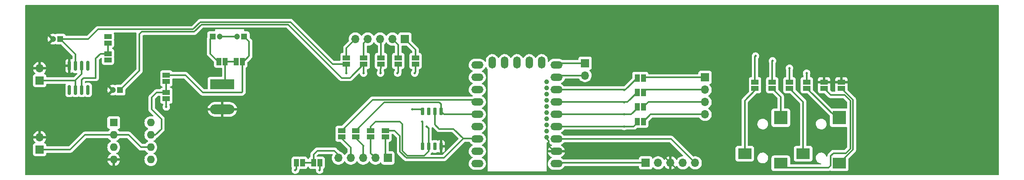
<source format=gbr>
%TF.GenerationSoftware,KiCad,Pcbnew,7.0.9*%
%TF.CreationDate,2023-12-16T00:38:21+01:00*%
%TF.ProjectId,gauge,67617567-652e-46b6-9963-61645f706362,rev?*%
%TF.SameCoordinates,Original*%
%TF.FileFunction,Copper,L1,Top*%
%TF.FilePolarity,Positive*%
%FSLAX46Y46*%
G04 Gerber Fmt 4.6, Leading zero omitted, Abs format (unit mm)*
G04 Created by KiCad (PCBNEW 7.0.9) date 2023-12-16 00:38:21*
%MOMM*%
%LPD*%
G01*
G04 APERTURE LIST*
G04 Aperture macros list*
%AMRoundRect*
0 Rectangle with rounded corners*
0 $1 Rounding radius*
0 $2 $3 $4 $5 $6 $7 $8 $9 X,Y pos of 4 corners*
0 Add a 4 corners polygon primitive as box body*
4,1,4,$2,$3,$4,$5,$6,$7,$8,$9,$2,$3,0*
0 Add four circle primitives for the rounded corners*
1,1,$1+$1,$2,$3*
1,1,$1+$1,$4,$5*
1,1,$1+$1,$6,$7*
1,1,$1+$1,$8,$9*
0 Add four rect primitives between the rounded corners*
20,1,$1+$1,$2,$3,$4,$5,0*
20,1,$1+$1,$4,$5,$6,$7,0*
20,1,$1+$1,$6,$7,$8,$9,0*
20,1,$1+$1,$8,$9,$2,$3,0*%
G04 Aperture macros list end*
%TA.AperFunction,SMDPad,CuDef*%
%ADD10R,1.500000X1.000000*%
%TD*%
%TA.AperFunction,SMDPad,CuDef*%
%ADD11R,1.000000X1.500000*%
%TD*%
%TA.AperFunction,SMDPad,CuDef*%
%ADD12R,2.800000X2.200000*%
%TD*%
%TA.AperFunction,SMDPad,CuDef*%
%ADD13R,2.800000X2.800000*%
%TD*%
%TA.AperFunction,ComponentPad*%
%ADD14R,1.200000X1.200000*%
%TD*%
%TA.AperFunction,ComponentPad*%
%ADD15C,1.200000*%
%TD*%
%TA.AperFunction,ComponentPad*%
%ADD16R,1.700000X1.700000*%
%TD*%
%TA.AperFunction,ComponentPad*%
%ADD17O,1.700000X1.700000*%
%TD*%
%TA.AperFunction,ComponentPad*%
%ADD18O,2.500000X1.500000*%
%TD*%
%TA.AperFunction,ComponentPad*%
%ADD19O,1.500000X2.500000*%
%TD*%
%TA.AperFunction,ComponentPad*%
%ADD20C,1.000000*%
%TD*%
%TA.AperFunction,SMDPad,CuDef*%
%ADD21RoundRect,0.150000X0.150000X-0.650000X0.150000X0.650000X-0.150000X0.650000X-0.150000X-0.650000X0*%
%TD*%
%TA.AperFunction,SMDPad,CuDef*%
%ADD22RoundRect,0.150000X-0.150000X0.825000X-0.150000X-0.825000X0.150000X-0.825000X0.150000X0.825000X0*%
%TD*%
%TA.AperFunction,ComponentPad*%
%ADD23R,1.600000X1.600000*%
%TD*%
%TA.AperFunction,ComponentPad*%
%ADD24O,1.600000X1.600000*%
%TD*%
%TA.AperFunction,ComponentPad*%
%ADD25R,5.020000X2.020000*%
%TD*%
%TA.AperFunction,ComponentPad*%
%ADD26O,5.020000X2.020000*%
%TD*%
%TA.AperFunction,ViaPad*%
%ADD27C,0.500000*%
%TD*%
%TA.AperFunction,Conductor*%
%ADD28C,0.300000*%
%TD*%
G04 APERTURE END LIST*
D10*
%TO.P,JP25,1,A*%
%TO.N,Net-(J10-Pin_1)*%
X104000000Y-112150000D03*
%TO.P,JP25,2,B*%
%TO.N,Net-(JP25-B)*%
X104000000Y-110850000D03*
%TD*%
%TO.P,JP19,1,A*%
%TO.N,+3.3V*%
X59000000Y-99450000D03*
%TO.P,JP19,2,B*%
%TO.N,Net-(JP18-A)*%
X59000000Y-100750000D03*
%TD*%
D11*
%TO.P,JP15,1,A*%
%TO.N,Net-(JP10-B)*%
X155700000Y-106000000D03*
%TO.P,JP15,2,B*%
%TO.N,Net-(J3-Pin_3)*%
X157000000Y-106000000D03*
%TD*%
D10*
%TO.P,JP13,1,A*%
%TO.N,Net-(JP13-A)*%
X197650000Y-102150000D03*
%TO.P,JP13,2,B*%
%TO.N,GND*%
X197650000Y-100850000D03*
%TD*%
%TO.P,JP22,1,A*%
%TO.N,Net-(J10-Pin_4)*%
X95000000Y-112150000D03*
%TO.P,JP22,2,B*%
%TO.N,Net-(JP22-B)*%
X95000000Y-110850000D03*
%TD*%
%TO.P,JP11,1,A*%
%TO.N,Net-(JP11-A)*%
X190550000Y-102150000D03*
%TO.P,JP11,2,B*%
%TO.N,Net-(JP11-B)*%
X190550000Y-100850000D03*
%TD*%
%TO.P,JP3,1,A*%
%TO.N,Net-(J1-Pin_3)*%
X103100000Y-95850000D03*
%TO.P,JP3,2,B*%
%TO.N,Net-(JP3-B)*%
X103100000Y-97150000D03*
%TD*%
D12*
%TO.P,J7,R*%
%TO.N,Net-(JP8-A)*%
X177800000Y-115600000D03*
%TO.P,J7,S*%
%TO.N,Net-(JP12-A)*%
X185200000Y-117600000D03*
D13*
%TO.P,J7,T*%
%TO.N,Net-(JP9-A)*%
X185200000Y-108200000D03*
%TD*%
D10*
%TO.P,JP8,1,A*%
%TO.N,Net-(JP8-A)*%
X179900000Y-102150000D03*
%TO.P,JP8,2,B*%
%TO.N,Net-(JP17-A)*%
X179900000Y-100850000D03*
%TD*%
%TO.P,JP24,1,A*%
%TO.N,Net-(J10-Pin_2)*%
X101000000Y-112150000D03*
%TO.P,JP24,2,B*%
%TO.N,Net-(JP24-B)*%
X101000000Y-110850000D03*
%TD*%
%TO.P,JP5,1,A*%
%TO.N,Net-(J1-Pin_5)*%
X96000000Y-95850000D03*
%TO.P,JP5,2,B*%
%TO.N,Net-(JP5-B)*%
X96000000Y-97150000D03*
%TD*%
D14*
%TO.P,C1,1*%
%TO.N,+5V*%
X68500000Y-91500000D03*
D15*
%TO.P,C1,2*%
%TO.N,GND*%
X70000000Y-91500000D03*
%TD*%
D10*
%TO.P,JP10,1,A*%
%TO.N,Net-(JP10-A)*%
X187000000Y-102150000D03*
%TO.P,JP10,2,B*%
%TO.N,Net-(JP10-B)*%
X187000000Y-100850000D03*
%TD*%
%TO.P,JP2,1,A*%
%TO.N,Net-(J1-Pin_2)*%
X106650000Y-95850000D03*
%TO.P,JP2,2,B*%
%TO.N,Net-(JP2-B)*%
X106650000Y-97150000D03*
%TD*%
D16*
%TO.P,J4,1,Pin_1*%
%TO.N,Net-(J4-Pin_1)*%
X145000000Y-96960000D03*
D17*
%TO.P,J4,2,Pin_2*%
%TO.N,Net-(J4-Pin_2)*%
X145000000Y-99500000D03*
%TD*%
D10*
%TO.P,JP18,1,A*%
%TO.N,Net-(JP18-A)*%
X59000000Y-103000000D03*
%TO.P,JP18,2,B*%
%TO.N,+5V*%
X59000000Y-104300000D03*
%TD*%
D14*
%TO.P,C3,1*%
%TO.N,Net-(JP5-B)*%
X37222600Y-92000000D03*
D15*
%TO.P,C3,2*%
%TO.N,GND*%
X35722600Y-92000000D03*
%TD*%
D10*
%TO.P,JP20,1,A*%
%TO.N,Net-(JP20-A)*%
X47000000Y-95000000D03*
%TO.P,JP20,2,B*%
%TO.N,+5V*%
X47000000Y-96300000D03*
%TD*%
%TO.P,JP9,1,A*%
%TO.N,Net-(JP9-A)*%
X183450000Y-102150000D03*
%TO.P,JP9,2,B*%
%TO.N,Net-(JP16-A)*%
X183450000Y-100850000D03*
%TD*%
D16*
%TO.P,J8,1,Pin_1*%
%TO.N,Net-(J8-Pin_1)*%
X33000000Y-114775000D03*
D17*
%TO.P,J8,2,Pin_2*%
%TO.N,GND*%
X33000000Y-112235000D03*
%TD*%
D10*
%TO.P,JP12,1,A*%
%TO.N,Net-(JP12-A)*%
X194100000Y-102150000D03*
%TO.P,JP12,2,B*%
%TO.N,GND*%
X194100000Y-100850000D03*
%TD*%
D18*
%TO.P,U1,1,0*%
%TO.N,unconnected-(U1-0-Pad1)*%
X122880000Y-117660000D03*
%TO.P,U1,2,1*%
%TO.N,unconnected-(U1-1-Pad2)*%
X122880000Y-115120000D03*
%TO.P,U1,3,2*%
%TO.N,Net-(JP25-B)*%
X122880000Y-112580000D03*
%TO.P,U1,4,3*%
%TO.N,Net-(JP24-B)*%
X122880000Y-110040000D03*
%TO.P,U1,5,4*%
%TO.N,Net-(JP23-B)*%
X122880000Y-107500000D03*
%TO.P,U1,6,5*%
%TO.N,Net-(JP22-B)*%
X122880000Y-104960000D03*
%TO.P,U1,7,6*%
%TO.N,unconnected-(U1-6-Pad7)*%
X122880000Y-102420000D03*
%TO.P,U1,8,7*%
%TO.N,unconnected-(U1-7-Pad8)*%
X122880000Y-99880000D03*
%TO.P,U1,9,8*%
%TO.N,unconnected-(U1-8-Pad9)*%
X122880000Y-97340000D03*
D19*
%TO.P,U1,10,9*%
%TO.N,Net-(JP1-B)*%
X125920000Y-96840000D03*
%TO.P,U1,11,10*%
%TO.N,Net-(JP2-B)*%
X128460000Y-96840000D03*
%TO.P,U1,12,11*%
%TO.N,Net-(JP3-B)*%
X131000000Y-96840000D03*
%TO.P,U1,13,12*%
%TO.N,Net-(JP4-B)*%
X133540000Y-96840000D03*
%TO.P,U1,14,13*%
%TO.N,Net-(JP5-B)*%
X136080000Y-96840000D03*
D18*
%TO.P,U1,15,14*%
%TO.N,Net-(J4-Pin_1)*%
X139120000Y-97340000D03*
%TO.P,U1,16,15*%
%TO.N,Net-(J4-Pin_2)*%
X139120000Y-99880000D03*
%TO.P,U1,17,26*%
%TO.N,Net-(JP17-A)*%
X139120000Y-102420000D03*
%TO.P,U1,18,27*%
%TO.N,Net-(JP16-A)*%
X139120000Y-104960000D03*
%TO.P,U1,19,28*%
%TO.N,Net-(JP10-B)*%
X139120000Y-107500000D03*
%TO.P,U1,20,29*%
%TO.N,Net-(JP11-B)*%
X139120000Y-110040000D03*
%TO.P,U1,21,3V3*%
%TO.N,+3.3V*%
X139120000Y-112580000D03*
%TO.P,U1,22,GND*%
%TO.N,GND*%
X139120000Y-115120000D03*
%TO.P,U1,23,5V*%
%TO.N,+5V*%
X139120000Y-117660000D03*
D20*
%TO.P,U1,24,17*%
%TO.N,unconnected-(U1-17-Pad24)*%
X137096000Y-100826000D03*
%TO.P,U1,25,18*%
%TO.N,unconnected-(U1-18-Pad25)*%
X137096000Y-102096000D03*
%TO.P,U1,26,19*%
%TO.N,unconnected-(U1-19-Pad26)*%
X137096000Y-103366000D03*
%TO.P,U1,27,20*%
%TO.N,unconnected-(U1-20-Pad27)*%
X137096000Y-104636000D03*
%TO.P,U1,28,21*%
%TO.N,unconnected-(U1-21-Pad28)*%
X137096000Y-105906000D03*
%TO.P,U1,29,22*%
%TO.N,unconnected-(U1-22-Pad29)*%
X137096000Y-107176000D03*
%TO.P,U1,30,23*%
%TO.N,unconnected-(U1-23-Pad30)*%
X137096000Y-108446000D03*
%TO.P,U1,31,24*%
%TO.N,unconnected-(U1-24-Pad31)*%
X137096000Y-109716000D03*
%TO.P,U1,32,25*%
%TO.N,unconnected-(U1-25-Pad32)*%
X137096000Y-110986000D03*
%TO.P,U1,33,GND*%
%TO.N,GND*%
X137096000Y-112256000D03*
%TD*%
D16*
%TO.P,J10,1,Pin_1*%
%TO.N,Net-(J10-Pin_1)*%
X104500000Y-116500000D03*
D17*
%TO.P,J10,2,Pin_2*%
%TO.N,Net-(J10-Pin_2)*%
X101960000Y-116500000D03*
%TO.P,J10,3,Pin_3*%
%TO.N,Net-(J10-Pin_3)*%
X99420000Y-116500000D03*
%TO.P,J10,4,Pin_4*%
%TO.N,Net-(J10-Pin_4)*%
X96880000Y-116500000D03*
%TO.P,J10,5,Pin_5*%
%TO.N,Net-(J10-Pin_5)*%
X94340000Y-116500000D03*
%TD*%
D11*
%TO.P,JP17,1,A*%
%TO.N,Net-(JP17-A)*%
X155700000Y-100000000D03*
%TO.P,JP17,2,B*%
%TO.N,Net-(J3-Pin_1)*%
X157000000Y-100000000D03*
%TD*%
D12*
%TO.P,J5,R*%
%TO.N,Net-(JP10-A)*%
X189800000Y-115600000D03*
%TO.P,J5,S*%
%TO.N,Net-(JP13-A)*%
X197200000Y-117600000D03*
D13*
%TO.P,J5,T*%
%TO.N,Net-(JP11-A)*%
X197200000Y-108200000D03*
%TD*%
D14*
%TO.P,C4,1*%
%TO.N,Net-(JP4-B)*%
X49500000Y-102500000D03*
D15*
%TO.P,C4,2*%
%TO.N,GND*%
X48000000Y-102500000D03*
%TD*%
D11*
%TO.P,JP7,1,A*%
%TO.N,+3.3V*%
X74650000Y-96650000D03*
%TO.P,JP7,2,B*%
%TO.N,Net-(JP6-A)*%
X73350000Y-96650000D03*
%TD*%
%TO.P,JP6,1,A*%
%TO.N,Net-(JP6-A)*%
X71100000Y-96650000D03*
%TO.P,JP6,2,B*%
%TO.N,+5V*%
X69800000Y-96650000D03*
%TD*%
D14*
%TO.P,C2,1*%
%TO.N,+3.3V*%
X75000000Y-91500000D03*
D15*
%TO.P,C2,2*%
%TO.N,GND*%
X73500000Y-91500000D03*
%TD*%
D10*
%TO.P,JP4,1,A*%
%TO.N,Net-(J1-Pin_4)*%
X99550000Y-95850000D03*
%TO.P,JP4,2,B*%
%TO.N,Net-(JP4-B)*%
X99550000Y-97150000D03*
%TD*%
D21*
%TO.P,U2,1,~{CS}*%
%TO.N,Net-(JP22-B)*%
X111595000Y-114100000D03*
%TO.P,U2,2,DO(IO1)*%
%TO.N,Net-(JP24-B)*%
X112865000Y-114100000D03*
%TO.P,U2,3,IO2*%
%TO.N,unconnected-(U2-IO2-Pad3)*%
X114135000Y-114100000D03*
%TO.P,U2,4,GND*%
%TO.N,GND*%
X115405000Y-114100000D03*
%TO.P,U2,5,DI(IO0)*%
%TO.N,Net-(JP23-B)*%
X115405000Y-106900000D03*
%TO.P,U2,6,CLK*%
%TO.N,Net-(JP25-B)*%
X114135000Y-106900000D03*
%TO.P,U2,7,IO3*%
%TO.N,unconnected-(U2-IO3-Pad7)*%
X112865000Y-106900000D03*
%TO.P,U2,8,VCC*%
%TO.N,+3.3V*%
X111595000Y-106900000D03*
%TD*%
D16*
%TO.P,J2,1,Pin_1*%
%TO.N,+5V*%
X157460000Y-117500000D03*
D17*
%TO.P,J2,2,Pin_2*%
%TO.N,unconnected-(J2-Pin_2-Pad2)*%
X160000000Y-117500000D03*
%TO.P,J2,3,Pin_3*%
%TO.N,GND*%
X162540000Y-117500000D03*
%TO.P,J2,4,Pin_4*%
%TO.N,unconnected-(J2-Pin_4-Pad4)*%
X165080000Y-117500000D03*
%TO.P,J2,5,Pin_5*%
%TO.N,+3.3V*%
X167620000Y-117500000D03*
%TD*%
D22*
%TO.P,OA2,1,NC*%
%TO.N,unconnected-(OA2-NC-Pad1)*%
X42905000Y-97525000D03*
%TO.P,OA2,2,-*%
%TO.N,Net-(J9-Pin_1)*%
X41635000Y-97525000D03*
%TO.P,OA2,3,+*%
%TO.N,Net-(JP5-B)*%
X40365000Y-97525000D03*
%TO.P,OA2,4,V-*%
%TO.N,GND*%
X39095000Y-97525000D03*
%TO.P,OA2,5,NC*%
%TO.N,unconnected-(OA2-NC-Pad5)*%
X39095000Y-102475000D03*
%TO.P,OA2,6*%
%TO.N,Net-(J9-Pin_1)*%
X40365000Y-102475000D03*
%TO.P,OA2,7,V+*%
%TO.N,Net-(JP20-A)*%
X41635000Y-102475000D03*
%TO.P,OA2,8,NC*%
%TO.N,unconnected-(OA2-NC-Pad8)*%
X42905000Y-102475000D03*
%TD*%
D11*
%TO.P,JP26,1,A*%
%TO.N,Net-(J10-Pin_5)*%
X87000000Y-117500000D03*
%TO.P,JP26,2,B*%
%TO.N,+5V*%
X85700000Y-117500000D03*
%TD*%
D23*
%TO.P,OA1,1,NC*%
%TO.N,unconnected-(OA1-NC-Pad1)*%
X48200000Y-109200000D03*
D24*
%TO.P,OA1,2,-*%
%TO.N,Net-(J8-Pin_1)*%
X48200000Y-111740000D03*
%TO.P,OA1,3,+*%
%TO.N,Net-(JP4-B)*%
X48200000Y-114280000D03*
%TO.P,OA1,4,V-*%
%TO.N,GND*%
X48200000Y-116820000D03*
%TO.P,OA1,5,NC*%
%TO.N,unconnected-(OA1-NC-Pad5)*%
X55820000Y-116820000D03*
%TO.P,OA1,6*%
%TO.N,Net-(J8-Pin_1)*%
X55820000Y-114280000D03*
%TO.P,OA1,7,V+*%
%TO.N,Net-(JP18-A)*%
X55820000Y-111740000D03*
%TO.P,OA1,8,NC*%
%TO.N,unconnected-(OA1-NC-Pad8)*%
X55820000Y-109200000D03*
%TD*%
D10*
%TO.P,JP21,1,A*%
%TO.N,+3.3V*%
X47000000Y-91500000D03*
%TO.P,JP21,2,B*%
%TO.N,Net-(JP20-A)*%
X47000000Y-92800000D03*
%TD*%
D16*
%TO.P,J1,1,Pin_1*%
%TO.N,Net-(J1-Pin_1)*%
X108000000Y-92000000D03*
D17*
%TO.P,J1,2,Pin_2*%
%TO.N,Net-(J1-Pin_2)*%
X105460000Y-92000000D03*
%TO.P,J1,3,Pin_3*%
%TO.N,Net-(J1-Pin_3)*%
X102920000Y-92000000D03*
%TO.P,J1,4,Pin_4*%
%TO.N,Net-(J1-Pin_4)*%
X100380000Y-92000000D03*
%TO.P,J1,5,Pin_5*%
%TO.N,Net-(J1-Pin_5)*%
X97840000Y-92000000D03*
%TD*%
D11*
%TO.P,JP14,1,A*%
%TO.N,Net-(JP11-B)*%
X155700000Y-109000000D03*
%TO.P,JP14,2,B*%
%TO.N,Net-(J3-Pin_4)*%
X157000000Y-109000000D03*
%TD*%
D10*
%TO.P,JP1,1,A*%
%TO.N,Net-(J1-Pin_1)*%
X110200000Y-95850000D03*
%TO.P,JP1,2,B*%
%TO.N,Net-(JP1-B)*%
X110200000Y-97150000D03*
%TD*%
D25*
%TO.P,J6,1*%
%TO.N,Net-(JP6-A)*%
X70500000Y-101290000D03*
D26*
%TO.P,J6,2*%
%TO.N,GND*%
X70500000Y-106470000D03*
%TD*%
D11*
%TO.P,JP27,1,A*%
%TO.N,+3.3V*%
X90550000Y-117500000D03*
%TO.P,JP27,2,B*%
%TO.N,Net-(J10-Pin_5)*%
X89250000Y-117500000D03*
%TD*%
D16*
%TO.P,J9,1,Pin_1*%
%TO.N,Net-(J9-Pin_1)*%
X33000000Y-100540000D03*
D17*
%TO.P,J9,2,Pin_2*%
%TO.N,GND*%
X33000000Y-98000000D03*
%TD*%
D10*
%TO.P,JP23,1,A*%
%TO.N,Net-(J10-Pin_3)*%
X97925000Y-112150000D03*
%TO.P,JP23,2,B*%
%TO.N,Net-(JP23-B)*%
X97925000Y-110850000D03*
%TD*%
D11*
%TO.P,JP16,1,A*%
%TO.N,Net-(JP16-A)*%
X155700000Y-103000000D03*
%TO.P,JP16,2,B*%
%TO.N,Net-(J3-Pin_2)*%
X157000000Y-103000000D03*
%TD*%
D16*
%TO.P,J3,1,Pin_1*%
%TO.N,Net-(J3-Pin_1)*%
X169650000Y-99900000D03*
D17*
%TO.P,J3,2,Pin_2*%
%TO.N,Net-(J3-Pin_2)*%
X169650000Y-102440000D03*
%TO.P,J3,3,Pin_3*%
%TO.N,Net-(J3-Pin_3)*%
X169650000Y-104980000D03*
%TO.P,J3,4,Pin_4*%
%TO.N,Net-(J3-Pin_4)*%
X169650000Y-107520000D03*
%TD*%
D27*
%TO.N,+5V*%
X59000000Y-106000000D03*
X47000000Y-96500000D03*
X85500000Y-119000000D03*
%TO.N,GND*%
X85500000Y-102500000D03*
X117500000Y-112000000D03*
X84000000Y-99000000D03*
X85500000Y-110500000D03*
X114500000Y-112000000D03*
X81500000Y-110000000D03*
X79000000Y-100000000D03*
X82000000Y-104500000D03*
X86500000Y-105000000D03*
%TO.N,+3.3V*%
X109500000Y-106500000D03*
X90500000Y-119000000D03*
X59000000Y-99500000D03*
X47000000Y-91500000D03*
%TO.N,Net-(JP5-B)*%
X96000000Y-99000000D03*
%TO.N,Net-(JP4-B)*%
X99500000Y-99000000D03*
%TO.N,Net-(JP1-B)*%
X110000000Y-99000000D03*
%TO.N,Net-(JP2-B)*%
X106500000Y-99000000D03*
%TO.N,Net-(JP3-B)*%
X103000000Y-99000000D03*
%TO.N,Net-(JP17-A)*%
X180000000Y-95500000D03*
X153000000Y-102500000D03*
%TO.N,Net-(JP16-A)*%
X183500000Y-96500000D03*
X153000000Y-105000000D03*
%TO.N,Net-(JP10-B)*%
X187000000Y-98000000D03*
X153000000Y-107500000D03*
%TO.N,Net-(JP11-B)*%
X153000000Y-110000000D03*
X190500000Y-99000000D03*
%TO.N,Net-(JP22-B)*%
X111500000Y-109000000D03*
%TO.N,Net-(JP24-B)*%
X112500000Y-110000000D03*
%TD*%
D28*
%TO.N,+5V*%
X85700000Y-118800000D02*
X85500000Y-119000000D01*
X59000000Y-104300000D02*
X59000000Y-106000000D01*
X68000000Y-92000000D02*
X68500000Y-91500000D01*
X69800000Y-96650000D02*
X69650000Y-96650000D01*
X138780000Y-117500000D02*
X138620000Y-117660000D01*
X85700000Y-117500000D02*
X85700000Y-118800000D01*
X68000000Y-95000000D02*
X68000000Y-92000000D01*
X69650000Y-96650000D02*
X68000000Y-95000000D01*
X157460000Y-117500000D02*
X138780000Y-117500000D01*
%TO.N,GND*%
X160160000Y-115120000D02*
X138620000Y-115120000D01*
X137500000Y-114000000D02*
X138620000Y-115120000D01*
X164540000Y-119500000D02*
X171000000Y-119500000D01*
X162540000Y-117500000D02*
X160160000Y-115120000D01*
X137246000Y-112406000D02*
X137246000Y-112746000D01*
X137096000Y-112256000D02*
X137246000Y-112406000D01*
X194100000Y-95100000D02*
X194100000Y-100850000D01*
X177000000Y-94500000D02*
X193500000Y-94500000D01*
X73500000Y-91500000D02*
X70000000Y-91500000D01*
X175500000Y-115000000D02*
X175500000Y-96000000D01*
X194100000Y-100850000D02*
X197650000Y-100850000D01*
X175500000Y-96000000D02*
X177000000Y-94500000D01*
X171000000Y-119500000D02*
X175500000Y-115000000D01*
X137500000Y-113000000D02*
X137500000Y-114000000D01*
X193500000Y-94500000D02*
X194100000Y-95100000D01*
X162540000Y-117500000D02*
X164540000Y-119500000D01*
X137246000Y-112746000D02*
X137500000Y-113000000D01*
%TO.N,+3.3V*%
X74650000Y-96650000D02*
X74850000Y-96650000D01*
X90550000Y-118950000D02*
X90500000Y-119000000D01*
X90550000Y-117500000D02*
X90550000Y-118950000D01*
X167620000Y-117500000D02*
X162700000Y-112580000D01*
X111195000Y-106500000D02*
X109500000Y-106500000D01*
X74500000Y-103000000D02*
X66500000Y-103000000D01*
X74650000Y-96650000D02*
X74650000Y-102850000D01*
X74650000Y-102850000D02*
X74500000Y-103000000D01*
X76000000Y-92500000D02*
X75000000Y-91500000D01*
X74850000Y-96650000D02*
X76000000Y-95500000D01*
X66500000Y-103000000D02*
X62950000Y-99450000D01*
X76000000Y-95500000D02*
X76000000Y-92500000D01*
X111595000Y-106900000D02*
X111195000Y-106500000D01*
X62950000Y-99450000D02*
X59000000Y-99450000D01*
X162700000Y-112580000D02*
X138620000Y-112580000D01*
%TO.N,Net-(JP5-B)*%
X96000000Y-97150000D02*
X96000000Y-99000000D01*
X66000000Y-88500000D02*
X64500000Y-90000000D01*
X96000000Y-97150000D02*
X93150000Y-97150000D01*
X43000000Y-92000000D02*
X37222600Y-92000000D01*
X93150000Y-97150000D02*
X84500000Y-88500000D01*
X40365000Y-95142400D02*
X37222600Y-92000000D01*
X45000000Y-90000000D02*
X43000000Y-92000000D01*
X84500000Y-88500000D02*
X66000000Y-88500000D01*
X40365000Y-97525000D02*
X40365000Y-95142400D01*
X64500000Y-90000000D02*
X45000000Y-90000000D01*
%TO.N,Net-(JP4-B)*%
X49500000Y-102500000D02*
X53500000Y-98500000D01*
X99550000Y-97150000D02*
X99550000Y-98950000D01*
X84000000Y-89000000D02*
X95000000Y-100000000D01*
X96700000Y-100000000D02*
X99550000Y-97150000D01*
X99550000Y-98950000D02*
X99500000Y-99000000D01*
X64707106Y-90500000D02*
X66207106Y-89000000D01*
X66207106Y-89000000D02*
X84000000Y-89000000D01*
X54000000Y-90500000D02*
X64707106Y-90500000D01*
X53500000Y-98500000D02*
X53500000Y-91000000D01*
X53500000Y-91000000D02*
X54000000Y-90500000D01*
X95000000Y-100000000D02*
X96700000Y-100000000D01*
%TO.N,Net-(J1-Pin_1)*%
X110200000Y-94200000D02*
X108000000Y-92000000D01*
X110200000Y-95850000D02*
X110200000Y-94200000D01*
%TO.N,Net-(J1-Pin_2)*%
X106650000Y-93190000D02*
X105460000Y-92000000D01*
X106650000Y-95850000D02*
X106650000Y-93190000D01*
%TO.N,Net-(J1-Pin_3)*%
X103100000Y-92180000D02*
X102920000Y-92000000D01*
X103100000Y-95850000D02*
X103100000Y-92180000D01*
%TO.N,Net-(J1-Pin_4)*%
X99550000Y-95850000D02*
X99550000Y-92830000D01*
X99550000Y-92830000D02*
X100380000Y-92000000D01*
%TO.N,Net-(J1-Pin_5)*%
X96000000Y-95850000D02*
X96000000Y-93840000D01*
X96000000Y-93840000D02*
X97840000Y-92000000D01*
%TO.N,Net-(J3-Pin_1)*%
X169650000Y-99900000D02*
X157100000Y-99900000D01*
X157100000Y-99900000D02*
X157000000Y-100000000D01*
%TO.N,Net-(J3-Pin_2)*%
X157560000Y-102440000D02*
X157000000Y-103000000D01*
X169650000Y-102440000D02*
X157560000Y-102440000D01*
%TO.N,Net-(J3-Pin_3)*%
X169650000Y-104980000D02*
X158020000Y-104980000D01*
X158020000Y-104980000D02*
X157000000Y-106000000D01*
%TO.N,Net-(J3-Pin_4)*%
X169650000Y-107520000D02*
X158480000Y-107520000D01*
X158480000Y-107520000D02*
X157000000Y-109000000D01*
%TO.N,Net-(J4-Pin_1)*%
X138620000Y-97340000D02*
X139000000Y-96960000D01*
X139000000Y-96960000D02*
X145000000Y-96960000D01*
%TO.N,Net-(J4-Pin_2)*%
X145000000Y-99500000D02*
X139000000Y-99500000D01*
X139000000Y-99500000D02*
X138620000Y-99880000D01*
%TO.N,Net-(JP12-A)*%
X196000000Y-115500000D02*
X195450000Y-116050000D01*
X199500000Y-114592894D02*
X198592894Y-115500000D01*
X195450000Y-116050000D02*
X195450000Y-118050000D01*
X195450000Y-103500000D02*
X198292894Y-103500000D01*
X195450000Y-118050000D02*
X195000000Y-118500000D01*
X186100000Y-118500000D02*
X185200000Y-117600000D01*
X198292894Y-103500000D02*
X199500000Y-104707106D01*
X198592894Y-115500000D02*
X196000000Y-115500000D01*
X199500000Y-104707106D02*
X199500000Y-114592894D01*
X195000000Y-118500000D02*
X186100000Y-118500000D01*
X194100000Y-102150000D02*
X195450000Y-103500000D01*
%TO.N,Net-(JP9-A)*%
X185200000Y-103900000D02*
X183450000Y-102150000D01*
X185200000Y-108200000D02*
X185200000Y-103900000D01*
%TO.N,Net-(JP6-A)*%
X71100000Y-96650000D02*
X73350000Y-96650000D01*
X71100000Y-100690000D02*
X70500000Y-101290000D01*
X71100000Y-96650000D02*
X71100000Y-100690000D01*
%TO.N,Net-(JP13-A)*%
X197650000Y-102150000D02*
X200000000Y-104500000D01*
X200000000Y-104500000D02*
X200000000Y-114800000D01*
X200000000Y-114800000D02*
X197200000Y-117600000D01*
%TO.N,Net-(JP11-A)*%
X197200000Y-108200000D02*
X196600000Y-108200000D01*
X196600000Y-108200000D02*
X190550000Y-102150000D01*
%TO.N,Net-(J8-Pin_1)*%
X53780000Y-114280000D02*
X51240000Y-111740000D01*
X55820000Y-114280000D02*
X53780000Y-114280000D01*
X48200000Y-111740000D02*
X42260000Y-111740000D01*
X39225000Y-114775000D02*
X33000000Y-114775000D01*
X51240000Y-111740000D02*
X48200000Y-111740000D01*
X42260000Y-111740000D02*
X39225000Y-114775000D01*
%TO.N,Net-(J9-Pin_1)*%
X40365000Y-102475000D02*
X40365000Y-100481262D01*
X41635000Y-99211262D02*
X41635000Y-97525000D01*
X40365000Y-100481262D02*
X41635000Y-99211262D01*
X40365000Y-100481262D02*
X40306262Y-100540000D01*
X40306262Y-100540000D02*
X33000000Y-100540000D01*
%TO.N,Net-(J10-Pin_1)*%
X104000000Y-116000000D02*
X104500000Y-116500000D01*
X105025000Y-115975000D02*
X104500000Y-116500000D01*
X104000000Y-112150000D02*
X104000000Y-116000000D01*
%TO.N,Net-(J10-Pin_2)*%
X101000000Y-112150000D02*
X101000000Y-115540000D01*
X101000000Y-115540000D02*
X101960000Y-116500000D01*
%TO.N,Net-(J10-Pin_3)*%
X99420000Y-114080000D02*
X99420000Y-116500000D01*
X99500000Y-114000000D02*
X99420000Y-114080000D01*
X97925000Y-112425000D02*
X99500000Y-114000000D01*
X97925000Y-112150000D02*
X97925000Y-112425000D01*
%TO.N,Net-(J10-Pin_4)*%
X95000000Y-112500000D02*
X96880000Y-114380000D01*
X95000000Y-112150000D02*
X95000000Y-112500000D01*
X96880000Y-114380000D02*
X96880000Y-116500000D01*
%TO.N,Net-(J10-Pin_5)*%
X89250000Y-115750000D02*
X90000000Y-115000000D01*
X90000000Y-115000000D02*
X93500000Y-115000000D01*
X93500000Y-115000000D02*
X94340000Y-115840000D01*
X89250000Y-117500000D02*
X89250000Y-115750000D01*
X89250000Y-117500000D02*
X87000000Y-117500000D01*
X94340000Y-115840000D02*
X94340000Y-116500000D01*
%TO.N,Net-(JP1-B)*%
X110200000Y-98800000D02*
X110000000Y-99000000D01*
X110200000Y-97150000D02*
X110200000Y-98800000D01*
%TO.N,Net-(JP2-B)*%
X106650000Y-97150000D02*
X106650000Y-98850000D01*
X106650000Y-98850000D02*
X106500000Y-99000000D01*
%TO.N,Net-(JP3-B)*%
X103000000Y-99000000D02*
X103100000Y-98900000D01*
X103100000Y-97150000D02*
X103000000Y-99000000D01*
%TO.N,Net-(JP8-A)*%
X177800000Y-104700000D02*
X177800000Y-115600000D01*
X179900000Y-102600000D02*
X177800000Y-104700000D01*
X179900000Y-102150000D02*
X179900000Y-102600000D01*
%TO.N,Net-(JP17-A)*%
X152920000Y-102420000D02*
X153000000Y-102500000D01*
X153280000Y-102420000D02*
X155700000Y-100000000D01*
X179900000Y-100850000D02*
X179900000Y-95600000D01*
X179900000Y-95600000D02*
X180000000Y-95500000D01*
X153000000Y-102500000D02*
X153080000Y-102420000D01*
X153080000Y-102420000D02*
X153280000Y-102420000D01*
X138620000Y-102420000D02*
X152920000Y-102420000D01*
%TO.N,Net-(JP16-A)*%
X155700000Y-103000000D02*
X153740000Y-104960000D01*
X183450000Y-96550000D02*
X183450000Y-100850000D01*
X153000000Y-105000000D02*
X152960000Y-104960000D01*
X183500000Y-96500000D02*
X183450000Y-96550000D01*
X152960000Y-104960000D02*
X138620000Y-104960000D01*
X153740000Y-104960000D02*
X153040000Y-104960000D01*
X153040000Y-104960000D02*
X153000000Y-105000000D01*
%TO.N,Net-(JP10-A)*%
X189800000Y-104950000D02*
X187000000Y-102150000D01*
X189800000Y-115600000D02*
X189800000Y-104950000D01*
%TO.N,Net-(JP10-B)*%
X154500000Y-107500000D02*
X153000000Y-107500000D01*
X155700000Y-106300000D02*
X154500000Y-107500000D01*
X155700000Y-106000000D02*
X155700000Y-106300000D01*
X153000000Y-107500000D02*
X138620000Y-107500000D01*
X187000000Y-100850000D02*
X187000000Y-98000000D01*
%TO.N,Net-(JP11-B)*%
X155000000Y-110000000D02*
X153000000Y-110000000D01*
X155700000Y-109000000D02*
X155700000Y-109300000D01*
X153000000Y-110000000D02*
X138660000Y-110000000D01*
X155700000Y-109300000D02*
X155000000Y-110000000D01*
X138660000Y-110000000D02*
X138620000Y-110040000D01*
X190550000Y-100850000D02*
X190550000Y-99050000D01*
X190550000Y-99050000D02*
X190500000Y-99000000D01*
%TO.N,Net-(JP18-A)*%
X59000000Y-103000000D02*
X57000000Y-103000000D01*
X57000000Y-103000000D02*
X56000000Y-104000000D01*
X58000000Y-110500000D02*
X56760000Y-111740000D01*
X56000000Y-104000000D02*
X56000000Y-106500000D01*
X59000000Y-100750000D02*
X59000000Y-103000000D01*
X56000000Y-106500000D02*
X58000000Y-108500000D01*
X56760000Y-111740000D02*
X55820000Y-111740000D01*
X58000000Y-108500000D02*
X58000000Y-110500000D01*
%TO.N,Net-(JP20-A)*%
X44500000Y-100000000D02*
X44500000Y-96000000D01*
X44500000Y-96000000D02*
X45500000Y-95000000D01*
X41635000Y-102475000D02*
X41635000Y-100365000D01*
X41635000Y-100365000D02*
X42000000Y-100000000D01*
X45500000Y-95000000D02*
X47000000Y-95000000D01*
X42000000Y-100000000D02*
X44500000Y-100000000D01*
X47000000Y-95000000D02*
X47000000Y-92800000D01*
%TO.N,Net-(JP22-B)*%
X122920000Y-104500000D02*
X101350000Y-104500000D01*
X123380000Y-104960000D02*
X122920000Y-104500000D01*
X111595000Y-114100000D02*
X111595000Y-109095000D01*
X111595000Y-109095000D02*
X111500000Y-109000000D01*
X101350000Y-104500000D02*
X95000000Y-110850000D01*
%TO.N,Net-(JP23-B)*%
X115405000Y-105405000D02*
X115405000Y-106900000D01*
X115405000Y-106900000D02*
X116005000Y-107500000D01*
X97925000Y-110850000D02*
X103775000Y-105000000D01*
X103775000Y-105000000D02*
X115000000Y-105000000D01*
X115000000Y-105000000D02*
X115405000Y-105405000D01*
X116005000Y-107500000D02*
X123380000Y-107500000D01*
%TO.N,Net-(JP24-B)*%
X107500000Y-115000000D02*
X107500000Y-109500000D01*
X112865000Y-115135000D02*
X112000000Y-116000000D01*
X107500000Y-109500000D02*
X107000000Y-109000000D01*
X101000000Y-110850000D02*
X101000000Y-110000000D01*
X108500000Y-116000000D02*
X107500000Y-115000000D01*
X112865000Y-114100000D02*
X112865000Y-115135000D01*
X112865000Y-110365000D02*
X112500000Y-110000000D01*
X112865000Y-114100000D02*
X112865000Y-110365000D01*
X101000000Y-110000000D02*
X102000000Y-109000000D01*
X112000000Y-116000000D02*
X108500000Y-116000000D01*
X107000000Y-109000000D02*
X102000000Y-109000000D01*
%TO.N,Net-(JP25-B)*%
X120000000Y-112500000D02*
X118000000Y-110500000D01*
X123300000Y-112500000D02*
X120000000Y-112500000D01*
X104000000Y-110850000D02*
X105850000Y-110850000D01*
X123380000Y-112580000D02*
X123300000Y-112500000D01*
X114135000Y-109635000D02*
X114135000Y-106900000D01*
X107000000Y-112000000D02*
X107000000Y-115207106D01*
X116000000Y-116500000D02*
X120000000Y-112500000D01*
X108292894Y-116500000D02*
X116000000Y-116500000D01*
X118000000Y-110500000D02*
X115000000Y-110500000D01*
X107000000Y-115207106D02*
X108292894Y-116500000D01*
X115000000Y-110500000D02*
X114135000Y-109635000D01*
X105850000Y-110850000D02*
X107000000Y-112000000D01*
%TD*%
%TA.AperFunction,Conductor*%
%TO.N,GND*%
G36*
X162442917Y-113258185D02*
G01*
X162463559Y-113274819D01*
X165118559Y-115929819D01*
X165152044Y-115991142D01*
X165147060Y-116060834D01*
X165105188Y-116116767D01*
X165039724Y-116141184D01*
X165030878Y-116141500D01*
X164967431Y-116141500D01*
X164745362Y-116178556D01*
X164532430Y-116251656D01*
X164532419Y-116251661D01*
X164334427Y-116358808D01*
X164334422Y-116358812D01*
X164156761Y-116497092D01*
X164156756Y-116497097D01*
X164004284Y-116662723D01*
X164004276Y-116662734D01*
X163910251Y-116806650D01*
X163857105Y-116852007D01*
X163787873Y-116861430D01*
X163724538Y-116831928D01*
X163704868Y-116809951D01*
X163578113Y-116628926D01*
X163578108Y-116628920D01*
X163411082Y-116461894D01*
X163217578Y-116326399D01*
X163003492Y-116226570D01*
X163003486Y-116226567D01*
X162790000Y-116169364D01*
X162790000Y-117064498D01*
X162682315Y-117015320D01*
X162575763Y-117000000D01*
X162504237Y-117000000D01*
X162397685Y-117015320D01*
X162290000Y-117064498D01*
X162290000Y-116169364D01*
X162289999Y-116169364D01*
X162076513Y-116226567D01*
X162076507Y-116226570D01*
X161862422Y-116326399D01*
X161862420Y-116326400D01*
X161668926Y-116461886D01*
X161668920Y-116461891D01*
X161501891Y-116628920D01*
X161501890Y-116628922D01*
X161375131Y-116809952D01*
X161320554Y-116853577D01*
X161251055Y-116860769D01*
X161188701Y-116829247D01*
X161169752Y-116806656D01*
X161075722Y-116662732D01*
X161075715Y-116662725D01*
X161075715Y-116662723D01*
X160923243Y-116497097D01*
X160923238Y-116497092D01*
X160786671Y-116390797D01*
X160745576Y-116358811D01*
X160745575Y-116358810D01*
X160745572Y-116358808D01*
X160547580Y-116251661D01*
X160547577Y-116251659D01*
X160547574Y-116251658D01*
X160547571Y-116251657D01*
X160547569Y-116251656D01*
X160334637Y-116178556D01*
X160112569Y-116141500D01*
X159887431Y-116141500D01*
X159665362Y-116178556D01*
X159452430Y-116251656D01*
X159452419Y-116251661D01*
X159254427Y-116358808D01*
X159254422Y-116358812D01*
X159076761Y-116497092D01*
X159013548Y-116565760D01*
X158953661Y-116601750D01*
X158883823Y-116599649D01*
X158826207Y-116560124D01*
X158806138Y-116525110D01*
X158760889Y-116403796D01*
X158753665Y-116394146D01*
X158673261Y-116286739D01*
X158556204Y-116199111D01*
X158520176Y-116185673D01*
X158419203Y-116148011D01*
X158358654Y-116141500D01*
X158358638Y-116141500D01*
X156561362Y-116141500D01*
X156561345Y-116141500D01*
X156500797Y-116148011D01*
X156500795Y-116148011D01*
X156363795Y-116199111D01*
X156246739Y-116286739D01*
X156159111Y-116403795D01*
X156108011Y-116540795D01*
X156108011Y-116540797D01*
X156101500Y-116601345D01*
X156101500Y-116717500D01*
X156081815Y-116784539D01*
X156029011Y-116830294D01*
X155977500Y-116841500D01*
X140636666Y-116841500D01*
X140569627Y-116821815D01*
X140539720Y-116794814D01*
X140533315Y-116786782D01*
X140362724Y-116637742D01*
X140362722Y-116637740D01*
X140362718Y-116637737D01*
X140301837Y-116601362D01*
X140168256Y-116521550D01*
X140168251Y-116521547D01*
X140115224Y-116501646D01*
X140059376Y-116459660D01*
X140035093Y-116394146D01*
X140050085Y-116325903D01*
X140099591Y-116276599D01*
X140104994Y-116273832D01*
X140263716Y-116197396D01*
X140445741Y-116065148D01*
X140445749Y-116065142D01*
X140601237Y-115902513D01*
X140725191Y-115714733D01*
X140813624Y-115507830D01*
X140813627Y-115507821D01*
X140845084Y-115370000D01*
X139053686Y-115370000D01*
X139079493Y-115329844D01*
X139120000Y-115191889D01*
X139120000Y-115048111D01*
X139079493Y-114910156D01*
X139053686Y-114870000D01*
X140847550Y-114870000D01*
X140847550Y-114869999D01*
X140843584Y-114840721D01*
X140774054Y-114626731D01*
X140667434Y-114428598D01*
X140667432Y-114428595D01*
X140527145Y-114252679D01*
X140357707Y-114104647D01*
X140357699Y-114104640D01*
X140164553Y-113989240D01*
X140164548Y-113989238D01*
X140115639Y-113970882D01*
X140059791Y-113928897D01*
X140035508Y-113863383D01*
X140050499Y-113795140D01*
X140100005Y-113745836D01*
X140105409Y-113743069D01*
X140116006Y-113737966D01*
X140268093Y-113664725D01*
X140451363Y-113531571D01*
X140607912Y-113367834D01*
X140656525Y-113294186D01*
X140709883Y-113249084D01*
X140760011Y-113238500D01*
X162375878Y-113238500D01*
X162442917Y-113258185D01*
G37*
%TD.AperFunction*%
%TA.AperFunction,Conductor*%
G36*
X113722521Y-110154706D02*
G01*
X113731982Y-110163242D01*
X114473280Y-110904540D01*
X114483430Y-110917208D01*
X114483606Y-110917064D01*
X114488580Y-110923076D01*
X114488583Y-110923079D01*
X114488584Y-110923080D01*
X114493966Y-110928134D01*
X114541685Y-110972946D01*
X114563661Y-110994922D01*
X114569551Y-110999491D01*
X114573994Y-111003286D01*
X114609864Y-111036970D01*
X114609866Y-111036971D01*
X114609867Y-111036972D01*
X114628803Y-111047382D01*
X114645049Y-111058053D01*
X114662132Y-111071304D01*
X114707296Y-111090848D01*
X114712544Y-111093420D01*
X114729280Y-111102620D01*
X114755663Y-111117124D01*
X114771823Y-111121272D01*
X114776583Y-111122495D01*
X114794986Y-111128795D01*
X114814824Y-111137380D01*
X114851960Y-111143261D01*
X114863431Y-111145078D01*
X114869146Y-111146261D01*
X114916812Y-111158500D01*
X114938419Y-111158500D01*
X114957816Y-111160026D01*
X114979152Y-111163406D01*
X115028144Y-111158774D01*
X115033981Y-111158500D01*
X117675878Y-111158500D01*
X117742917Y-111178185D01*
X117763559Y-111194819D01*
X118981059Y-112412319D01*
X119014544Y-112473642D01*
X119009560Y-112543334D01*
X118981059Y-112587681D01*
X116268129Y-115300610D01*
X116206806Y-115334095D01*
X116137114Y-115329111D01*
X116127600Y-115321988D01*
X116132558Y-115328159D01*
X116139927Y-115397638D01*
X116108563Y-115460073D01*
X116105610Y-115463129D01*
X115763559Y-115805181D01*
X115702236Y-115838666D01*
X115675878Y-115841500D01*
X113391431Y-115841500D01*
X113324392Y-115821815D01*
X113278637Y-115769011D01*
X113268693Y-115699853D01*
X113297718Y-115636297D01*
X113301037Y-115632618D01*
X113311134Y-115621865D01*
X113337945Y-115593314D01*
X113359927Y-115571333D01*
X113364495Y-115565442D01*
X113368282Y-115561008D01*
X113401972Y-115525133D01*
X113412380Y-115506200D01*
X113423059Y-115489942D01*
X113436304Y-115472868D01*
X113455852Y-115427691D01*
X113458409Y-115422472D01*
X113482124Y-115379337D01*
X113482124Y-115379335D01*
X113485883Y-115372499D01*
X113488055Y-115373693D01*
X113523516Y-115328232D01*
X113589452Y-115305118D01*
X113657417Y-115321320D01*
X113658849Y-115322153D01*
X113721399Y-115359145D01*
X113721401Y-115359145D01*
X113721402Y-115359146D01*
X113881164Y-115405561D01*
X113881167Y-115405561D01*
X113881169Y-115405562D01*
X113890501Y-115406296D01*
X113918495Y-115408500D01*
X113918498Y-115408500D01*
X114351505Y-115408500D01*
X114373899Y-115406737D01*
X114388831Y-115405562D01*
X114388833Y-115405561D01*
X114388835Y-115405561D01*
X114430962Y-115393321D01*
X114548601Y-115359145D01*
X114691807Y-115274453D01*
X114691814Y-115274445D01*
X114697968Y-115269673D01*
X114699453Y-115271588D01*
X114750226Y-115243853D01*
X114819919Y-115248824D01*
X114846708Y-115263747D01*
X114846729Y-115263712D01*
X114848092Y-115264518D01*
X114852603Y-115267031D01*
X114853443Y-115267683D01*
X114994801Y-115351281D01*
X115152514Y-115397100D01*
X115152511Y-115397100D01*
X115154998Y-115397295D01*
X115155000Y-115397295D01*
X115155000Y-114350000D01*
X115655000Y-114350000D01*
X115655000Y-115397295D01*
X115655001Y-115397295D01*
X115657486Y-115397100D01*
X115815198Y-115351281D01*
X115954808Y-115268716D01*
X116022531Y-115251533D01*
X116074323Y-115268853D01*
X116056764Y-115221775D01*
X116071616Y-115153502D01*
X116073716Y-115149808D01*
X116156282Y-115010196D01*
X116156283Y-115010193D01*
X116202099Y-114852495D01*
X116202100Y-114852489D01*
X116205000Y-114815644D01*
X116205000Y-114350000D01*
X115655000Y-114350000D01*
X115155000Y-114350000D01*
X115155000Y-112802703D01*
X115655000Y-112802703D01*
X115655000Y-113850000D01*
X116205000Y-113850000D01*
X116205000Y-113384356D01*
X116202100Y-113347510D01*
X116202099Y-113347504D01*
X116156283Y-113189806D01*
X116156282Y-113189803D01*
X116072685Y-113048447D01*
X116072678Y-113048438D01*
X115956561Y-112932321D01*
X115956552Y-112932314D01*
X115815196Y-112848717D01*
X115815193Y-112848716D01*
X115657494Y-112802900D01*
X115657497Y-112802900D01*
X115655000Y-112802703D01*
X115155000Y-112802703D01*
X115152503Y-112802900D01*
X114994806Y-112848716D01*
X114994803Y-112848717D01*
X114853439Y-112932319D01*
X114852602Y-112932969D01*
X114851826Y-112933273D01*
X114846729Y-112936288D01*
X114846242Y-112935465D01*
X114787564Y-112958500D01*
X114719047Y-112944816D01*
X114698472Y-112929685D01*
X114697973Y-112930330D01*
X114691803Y-112925544D01*
X114548601Y-112840855D01*
X114548596Y-112840853D01*
X114388835Y-112794438D01*
X114388829Y-112794437D01*
X114351505Y-112791500D01*
X114351502Y-112791500D01*
X113918498Y-112791500D01*
X113918495Y-112791500D01*
X113881170Y-112794437D01*
X113881164Y-112794438D01*
X113721403Y-112840853D01*
X113721399Y-112840854D01*
X113713117Y-112845752D01*
X113710619Y-112847230D01*
X113642895Y-112864411D01*
X113576633Y-112842251D01*
X113532871Y-112787784D01*
X113523500Y-112740497D01*
X113523500Y-110451387D01*
X113525282Y-110435249D01*
X113525054Y-110435228D01*
X113525788Y-110427465D01*
X113523500Y-110354657D01*
X113523500Y-110323574D01*
X113523500Y-110323568D01*
X113522566Y-110316175D01*
X113522107Y-110310348D01*
X113521717Y-110297940D01*
X113520562Y-110261169D01*
X113520561Y-110261167D01*
X113520362Y-110254817D01*
X113537932Y-110187193D01*
X113589273Y-110139802D01*
X113658085Y-110127691D01*
X113722521Y-110154706D01*
G37*
%TD.AperFunction*%
%TA.AperFunction,Conductor*%
G36*
X48299356Y-102473641D02*
G01*
X48299132Y-102476765D01*
X48298738Y-102472509D01*
X48299356Y-102473641D01*
G37*
%TD.AperFunction*%
%TA.AperFunction,Conductor*%
G36*
X36021956Y-91973641D02*
G01*
X36021732Y-91976765D01*
X36021338Y-91972509D01*
X36021956Y-91973641D01*
G37*
%TD.AperFunction*%
%TA.AperFunction,Conductor*%
G36*
X229942539Y-85019685D02*
G01*
X229988294Y-85072489D01*
X229999500Y-85124000D01*
X229999500Y-119875500D01*
X229979815Y-119942539D01*
X229927011Y-119988294D01*
X229875500Y-119999500D01*
X90611687Y-119999500D01*
X90544648Y-119979815D01*
X90498893Y-119927011D01*
X90498364Y-119923335D01*
X90472345Y-119966684D01*
X90409707Y-119997640D01*
X90388313Y-119999500D01*
X85611687Y-119999500D01*
X85544648Y-119979815D01*
X85498893Y-119927011D01*
X85498364Y-119923335D01*
X85472345Y-119966684D01*
X85409707Y-119997640D01*
X85388313Y-119999500D01*
X30124500Y-119999500D01*
X30057461Y-119979815D01*
X30011706Y-119927011D01*
X30000500Y-119875500D01*
X30000500Y-118298654D01*
X84691500Y-118298654D01*
X84698011Y-118359202D01*
X84698011Y-118359204D01*
X84749112Y-118496206D01*
X84793727Y-118555805D01*
X84818144Y-118621269D01*
X84811502Y-118671069D01*
X84755838Y-118830147D01*
X84755836Y-118830155D01*
X84736701Y-118999996D01*
X84736701Y-119000003D01*
X84755836Y-119169844D01*
X84755837Y-119169849D01*
X84784073Y-119250541D01*
X84812291Y-119331183D01*
X84903229Y-119475909D01*
X85024091Y-119596771D01*
X85168817Y-119687709D01*
X85330150Y-119744162D01*
X85330155Y-119744163D01*
X85402196Y-119752280D01*
X85466610Y-119779346D01*
X85501560Y-119830236D01*
X85517974Y-119794297D01*
X85576752Y-119756523D01*
X85597804Y-119752280D01*
X85669844Y-119744163D01*
X85669847Y-119744162D01*
X85669850Y-119744162D01*
X85831183Y-119687709D01*
X85975909Y-119596771D01*
X86096771Y-119475909D01*
X86187709Y-119331183D01*
X86233817Y-119199409D01*
X86242193Y-119180635D01*
X86243430Y-119178384D01*
X86247378Y-119171202D01*
X86258052Y-119154951D01*
X86271304Y-119137868D01*
X86290852Y-119092691D01*
X86293409Y-119087472D01*
X86317124Y-119044337D01*
X86322495Y-119023413D01*
X86328796Y-119005009D01*
X86337380Y-118985176D01*
X86343552Y-118946204D01*
X86345078Y-118936569D01*
X86346263Y-118930844D01*
X86358500Y-118883188D01*
X86358500Y-118882500D01*
X86358652Y-118881981D01*
X86359478Y-118875446D01*
X86360532Y-118875579D01*
X86378185Y-118815461D01*
X86430989Y-118769706D01*
X86482500Y-118758500D01*
X87548638Y-118758500D01*
X87548654Y-118758499D01*
X87575692Y-118755591D01*
X87609201Y-118751989D01*
X87618143Y-118748654D01*
X87628679Y-118744724D01*
X87746204Y-118700889D01*
X87863261Y-118613261D01*
X87950889Y-118496204D01*
X88001989Y-118359201D01*
X88001989Y-118359198D01*
X88003771Y-118351659D01*
X88005715Y-118352118D01*
X88028449Y-118297237D01*
X88085841Y-118257389D01*
X88155666Y-118254895D01*
X88215755Y-118290547D01*
X88247030Y-118353027D01*
X88247773Y-118358197D01*
X88248011Y-118359204D01*
X88291161Y-118474889D01*
X88299111Y-118496204D01*
X88386739Y-118613261D01*
X88503796Y-118700889D01*
X88618949Y-118743839D01*
X88631857Y-118748654D01*
X88640799Y-118751989D01*
X88668050Y-118754918D01*
X88701345Y-118758499D01*
X88701362Y-118758500D01*
X89625155Y-118758500D01*
X89692194Y-118778185D01*
X89737949Y-118830989D01*
X89748375Y-118896383D01*
X89736701Y-118999996D01*
X89736701Y-119000003D01*
X89755836Y-119169844D01*
X89755837Y-119169849D01*
X89784073Y-119250541D01*
X89812291Y-119331183D01*
X89903229Y-119475909D01*
X90024091Y-119596771D01*
X90168817Y-119687709D01*
X90330150Y-119744162D01*
X90330155Y-119744163D01*
X90402196Y-119752280D01*
X90466610Y-119779346D01*
X90501560Y-119830236D01*
X90517974Y-119794297D01*
X90576752Y-119756523D01*
X90597804Y-119752280D01*
X90669844Y-119744163D01*
X90669847Y-119744162D01*
X90669850Y-119744162D01*
X90831183Y-119687709D01*
X90975909Y-119596771D01*
X91096771Y-119475909D01*
X91187709Y-119331183D01*
X91244162Y-119169850D01*
X91245546Y-119157566D01*
X91263299Y-119000003D01*
X91263299Y-118999996D01*
X91243383Y-118823230D01*
X91245015Y-118823046D01*
X91248763Y-118761854D01*
X91290061Y-118705496D01*
X91291071Y-118704731D01*
X91296202Y-118700889D01*
X91296204Y-118700889D01*
X91413261Y-118613261D01*
X91500889Y-118496204D01*
X91551989Y-118359201D01*
X91555591Y-118325692D01*
X91558499Y-118298654D01*
X91558500Y-118298637D01*
X91558500Y-116701362D01*
X91558499Y-116701345D01*
X91553766Y-116657327D01*
X91551989Y-116640799D01*
X91547558Y-116628920D01*
X91525582Y-116569999D01*
X91500889Y-116503796D01*
X91413261Y-116386739D01*
X91296204Y-116299111D01*
X91159203Y-116248011D01*
X91098654Y-116241500D01*
X91098638Y-116241500D01*
X90032500Y-116241500D01*
X89965461Y-116221815D01*
X89919706Y-116169011D01*
X89908500Y-116117500D01*
X89908500Y-116074122D01*
X89928185Y-116007083D01*
X89944819Y-115986441D01*
X90236441Y-115694819D01*
X90297764Y-115661334D01*
X90324122Y-115658500D01*
X93037911Y-115658500D01*
X93104950Y-115678185D01*
X93150705Y-115730989D01*
X93160649Y-115800147D01*
X93143169Y-115846477D01*
X93143580Y-115846699D01*
X93141949Y-115849711D01*
X93141719Y-115850323D01*
X93141138Y-115851210D01*
X93050703Y-116057385D01*
X92995436Y-116275628D01*
X92995434Y-116275640D01*
X92976844Y-116499994D01*
X92976844Y-116500005D01*
X92995434Y-116724359D01*
X92995436Y-116724371D01*
X93050703Y-116942614D01*
X93141140Y-117148792D01*
X93264276Y-117337265D01*
X93264284Y-117337276D01*
X93414089Y-117500005D01*
X93416760Y-117502906D01*
X93594424Y-117641189D01*
X93594425Y-117641189D01*
X93594427Y-117641191D01*
X93681415Y-117688266D01*
X93792426Y-117748342D01*
X94005365Y-117821444D01*
X94227431Y-117858500D01*
X94452569Y-117858500D01*
X94674635Y-117821444D01*
X94887574Y-117748342D01*
X95085576Y-117641189D01*
X95263240Y-117502906D01*
X95415722Y-117337268D01*
X95506193Y-117198790D01*
X95559338Y-117153437D01*
X95628569Y-117144013D01*
X95691905Y-117173515D01*
X95713804Y-117198787D01*
X95804278Y-117337268D01*
X95804283Y-117337273D01*
X95804284Y-117337276D01*
X95954089Y-117500005D01*
X95956760Y-117502906D01*
X96134424Y-117641189D01*
X96134425Y-117641189D01*
X96134427Y-117641191D01*
X96221415Y-117688266D01*
X96332426Y-117748342D01*
X96545365Y-117821444D01*
X96767431Y-117858500D01*
X96992569Y-117858500D01*
X97214635Y-117821444D01*
X97427574Y-117748342D01*
X97625576Y-117641189D01*
X97803240Y-117502906D01*
X97955722Y-117337268D01*
X98046193Y-117198790D01*
X98099338Y-117153437D01*
X98168569Y-117144013D01*
X98231905Y-117173515D01*
X98253804Y-117198787D01*
X98344278Y-117337268D01*
X98344283Y-117337273D01*
X98344284Y-117337276D01*
X98494089Y-117500005D01*
X98496760Y-117502906D01*
X98674424Y-117641189D01*
X98674425Y-117641189D01*
X98674427Y-117641191D01*
X98761415Y-117688266D01*
X98872426Y-117748342D01*
X99085365Y-117821444D01*
X99307431Y-117858500D01*
X99532569Y-117858500D01*
X99754635Y-117821444D01*
X99967574Y-117748342D01*
X100165576Y-117641189D01*
X100343240Y-117502906D01*
X100495722Y-117337268D01*
X100586193Y-117198790D01*
X100639338Y-117153437D01*
X100708569Y-117144013D01*
X100771905Y-117173515D01*
X100793804Y-117198787D01*
X100884278Y-117337268D01*
X100884283Y-117337273D01*
X100884284Y-117337276D01*
X101034089Y-117500005D01*
X101036760Y-117502906D01*
X101214424Y-117641189D01*
X101214425Y-117641189D01*
X101214427Y-117641191D01*
X101301415Y-117688266D01*
X101412426Y-117748342D01*
X101625365Y-117821444D01*
X101847431Y-117858500D01*
X102072569Y-117858500D01*
X102294635Y-117821444D01*
X102507574Y-117748342D01*
X102705576Y-117641189D01*
X102883240Y-117502906D01*
X102946452Y-117434239D01*
X103006337Y-117398250D01*
X103076175Y-117400349D01*
X103133791Y-117439873D01*
X103153861Y-117474888D01*
X103185878Y-117560725D01*
X103199111Y-117596204D01*
X103286739Y-117713261D01*
X103403796Y-117800889D01*
X103540799Y-117851989D01*
X103568050Y-117854918D01*
X103601345Y-117858499D01*
X103601362Y-117858500D01*
X105398638Y-117858500D01*
X105398654Y-117858499D01*
X105425692Y-117855591D01*
X105459201Y-117851989D01*
X105596204Y-117800889D01*
X105713261Y-117713261D01*
X105800889Y-117596204D01*
X105851989Y-117459201D01*
X105855591Y-117425692D01*
X105858499Y-117398654D01*
X105858500Y-117398637D01*
X105858500Y-115601362D01*
X105858499Y-115601345D01*
X105854390Y-115563134D01*
X105851989Y-115540799D01*
X105851162Y-115538583D01*
X105814122Y-115439275D01*
X105800889Y-115403796D01*
X105713261Y-115286739D01*
X105596204Y-115199111D01*
X105459203Y-115148011D01*
X105398654Y-115141500D01*
X105398638Y-115141500D01*
X104782500Y-115141500D01*
X104715461Y-115121815D01*
X104669706Y-115069011D01*
X104658500Y-115017500D01*
X104658500Y-113282500D01*
X104678185Y-113215461D01*
X104730989Y-113169706D01*
X104782500Y-113158500D01*
X104798638Y-113158500D01*
X104798654Y-113158499D01*
X104825692Y-113155591D01*
X104859201Y-113151989D01*
X104996204Y-113100889D01*
X105113261Y-113013261D01*
X105200889Y-112896204D01*
X105251989Y-112759201D01*
X105256238Y-112719680D01*
X105258499Y-112698654D01*
X105258500Y-112698637D01*
X105258500Y-111632500D01*
X105278185Y-111565461D01*
X105330989Y-111519706D01*
X105382500Y-111508500D01*
X105525878Y-111508500D01*
X105592917Y-111528185D01*
X105613559Y-111544819D01*
X106305181Y-112236441D01*
X106338666Y-112297764D01*
X106341500Y-112324122D01*
X106341500Y-115120715D01*
X106339718Y-115136852D01*
X106339946Y-115136874D01*
X106339211Y-115144640D01*
X106341500Y-115217448D01*
X106341500Y-115248540D01*
X106342433Y-115255935D01*
X106342891Y-115261753D01*
X106344437Y-115310935D01*
X106344438Y-115310938D01*
X106350464Y-115331683D01*
X106354407Y-115350724D01*
X106357116Y-115372159D01*
X106357117Y-115372163D01*
X106357118Y-115372170D01*
X106372939Y-115412132D01*
X106375234Y-115417928D01*
X106377125Y-115423454D01*
X106390854Y-115470704D01*
X106390855Y-115470706D01*
X106398593Y-115483791D01*
X106401850Y-115489297D01*
X106410410Y-115506771D01*
X106418363Y-115526860D01*
X106428491Y-115540799D01*
X106445947Y-115564825D01*
X106447289Y-115566671D01*
X106450490Y-115571543D01*
X106470087Y-115604680D01*
X106475401Y-115613667D01*
X106475547Y-115613913D01*
X106475551Y-115613917D01*
X106490821Y-115629187D01*
X106503458Y-115643982D01*
X106516159Y-115661463D01*
X106554072Y-115692827D01*
X106558383Y-115696749D01*
X107164648Y-116303014D01*
X107766174Y-116904540D01*
X107776324Y-116917208D01*
X107776500Y-116917064D01*
X107781474Y-116923076D01*
X107834578Y-116972945D01*
X107856561Y-116994928D01*
X107860624Y-116998078D01*
X107862458Y-116999501D01*
X107866878Y-117003275D01*
X107902761Y-117036972D01*
X107921689Y-117047377D01*
X107937946Y-117058056D01*
X107955025Y-117071304D01*
X107997275Y-117089587D01*
X108000194Y-117090850D01*
X108005441Y-117093420D01*
X108048557Y-117117124D01*
X108069480Y-117122496D01*
X108087883Y-117128797D01*
X108107714Y-117137379D01*
X108107715Y-117137379D01*
X108107717Y-117137380D01*
X108156346Y-117145081D01*
X108162035Y-117146260D01*
X108209706Y-117158500D01*
X108231308Y-117158500D01*
X108250704Y-117160026D01*
X108272046Y-117163406D01*
X108321038Y-117158774D01*
X108326875Y-117158500D01*
X115913609Y-117158500D01*
X115929746Y-117160281D01*
X115929768Y-117160054D01*
X115937534Y-117160788D01*
X115937536Y-117160787D01*
X115937537Y-117160788D01*
X116010342Y-117158500D01*
X116041432Y-117158500D01*
X116048823Y-117157566D01*
X116054651Y-117157107D01*
X116103831Y-117155562D01*
X116124583Y-117149532D01*
X116143621Y-117145590D01*
X116165064Y-117142882D01*
X116210834Y-117124760D01*
X116216348Y-117122873D01*
X116242875Y-117115165D01*
X116263600Y-117109145D01*
X116282196Y-117098146D01*
X116299664Y-117089589D01*
X116319756Y-117081635D01*
X116359582Y-117052698D01*
X116364441Y-117049506D01*
X116406807Y-117024453D01*
X116422090Y-117009168D01*
X116436873Y-116996542D01*
X116454357Y-116983841D01*
X116485732Y-116945913D01*
X116489636Y-116941622D01*
X120236440Y-113194819D01*
X120297763Y-113161334D01*
X120324121Y-113158500D01*
X121188071Y-113158500D01*
X121255110Y-113178185D01*
X121297264Y-113223739D01*
X121325440Y-113276099D01*
X121325445Y-113276107D01*
X121466685Y-113453218D01*
X121626903Y-113593195D01*
X121637282Y-113602263D01*
X121831750Y-113718453D01*
X121873765Y-113734221D01*
X121929611Y-113776204D01*
X121953895Y-113841718D01*
X121938904Y-113909961D01*
X121889399Y-113959266D01*
X121883995Y-113962033D01*
X121731909Y-114035273D01*
X121731906Y-114035275D01*
X121548642Y-114168424D01*
X121548634Y-114168431D01*
X121392089Y-114332164D01*
X121267289Y-114521227D01*
X121178259Y-114729522D01*
X121178255Y-114729535D01*
X121127850Y-114950379D01*
X121127848Y-114950390D01*
X121117685Y-115176687D01*
X121117685Y-115176691D01*
X121144298Y-115373151D01*
X121148094Y-115401175D01*
X121148095Y-115401180D01*
X121218097Y-115616622D01*
X121257511Y-115689865D01*
X121324206Y-115813806D01*
X121325445Y-115816107D01*
X121466685Y-115993218D01*
X121636047Y-116141184D01*
X121637282Y-116142263D01*
X121741825Y-116204725D01*
X121823955Y-116253796D01*
X121831750Y-116258453D01*
X121873765Y-116274221D01*
X121929611Y-116316204D01*
X121953895Y-116381718D01*
X121938904Y-116449961D01*
X121889399Y-116499266D01*
X121883995Y-116502033D01*
X121731909Y-116575273D01*
X121731906Y-116575275D01*
X121548642Y-116708424D01*
X121548634Y-116708431D01*
X121392089Y-116872164D01*
X121267289Y-117061227D01*
X121178259Y-117269522D01*
X121178255Y-117269535D01*
X121127850Y-117490379D01*
X121127848Y-117490390D01*
X121117839Y-117713260D01*
X121117685Y-117716691D01*
X121132519Y-117826198D01*
X121148094Y-117941175D01*
X121148095Y-117941180D01*
X121218097Y-118156622D01*
X121258116Y-118230989D01*
X121323787Y-118353027D01*
X121325445Y-118356107D01*
X121466685Y-118533218D01*
X121590269Y-118641189D01*
X121637282Y-118682263D01*
X121831750Y-118798453D01*
X122036898Y-118875446D01*
X122043839Y-118878051D01*
X122266729Y-118918500D01*
X122266733Y-118918500D01*
X123436515Y-118918500D01*
X123436522Y-118918500D01*
X123605622Y-118903281D01*
X123605626Y-118903280D01*
X123823983Y-118843017D01*
X123823985Y-118843016D01*
X123823993Y-118843014D01*
X124028093Y-118744725D01*
X124211363Y-118611571D01*
X124367912Y-118447834D01*
X124492709Y-118258774D01*
X124503399Y-118233765D01*
X124581740Y-118050477D01*
X124581739Y-118050477D01*
X124581743Y-118050470D01*
X124632151Y-117829615D01*
X124642315Y-117603309D01*
X124611906Y-117378825D01*
X124541903Y-117163379D01*
X124539425Y-117158775D01*
X124521208Y-117124922D01*
X124434556Y-116963894D01*
X124386979Y-116904234D01*
X124293314Y-116786781D01*
X124122724Y-116637742D01*
X124122722Y-116637740D01*
X124122718Y-116637737D01*
X124061837Y-116601362D01*
X123928256Y-116521550D01*
X123928253Y-116521548D01*
X123928250Y-116521547D01*
X123886233Y-116505778D01*
X123830387Y-116463794D01*
X123806104Y-116398280D01*
X123821095Y-116330037D01*
X123870601Y-116280733D01*
X123875990Y-116277973D01*
X124028093Y-116204725D01*
X124211363Y-116071571D01*
X124367912Y-115907834D01*
X124492709Y-115718774D01*
X124501514Y-115698175D01*
X124581740Y-115510477D01*
X124581739Y-115510477D01*
X124581743Y-115510470D01*
X124632151Y-115289615D01*
X124642315Y-115063309D01*
X124611906Y-114838825D01*
X124541903Y-114623379D01*
X124434556Y-114423894D01*
X124379552Y-114354921D01*
X124293314Y-114246781D01*
X124122724Y-114097742D01*
X124122722Y-114097740D01*
X124122718Y-114097737D01*
X124059962Y-114060242D01*
X123928256Y-113981550D01*
X123928253Y-113981548D01*
X123928250Y-113981547D01*
X123886233Y-113965778D01*
X123830387Y-113923794D01*
X123806104Y-113858280D01*
X123821095Y-113790037D01*
X123870601Y-113740733D01*
X123875990Y-113737973D01*
X124028093Y-113664725D01*
X124211363Y-113531571D01*
X124367912Y-113367834D01*
X124492709Y-113178774D01*
X124550660Y-113043193D01*
X124581740Y-112970477D01*
X124581739Y-112970477D01*
X124581743Y-112970470D01*
X124632151Y-112749615D01*
X124642315Y-112523309D01*
X124611906Y-112298825D01*
X124541903Y-112083379D01*
X124434556Y-111883894D01*
X124363516Y-111794812D01*
X124293314Y-111706781D01*
X124122724Y-111557742D01*
X124122722Y-111557740D01*
X124122718Y-111557737D01*
X124059065Y-111519706D01*
X123928256Y-111441550D01*
X123928253Y-111441548D01*
X123928250Y-111441547D01*
X123886233Y-111425778D01*
X123830387Y-111383794D01*
X123806104Y-111318280D01*
X123821095Y-111250037D01*
X123870601Y-111200733D01*
X123875990Y-111197973D01*
X124028093Y-111124725D01*
X124211363Y-110991571D01*
X124367912Y-110827834D01*
X124492709Y-110638774D01*
X124493652Y-110636569D01*
X124581740Y-110430477D01*
X124581739Y-110430477D01*
X124581743Y-110430470D01*
X124632151Y-110209615D01*
X124642315Y-109983309D01*
X124611906Y-109758825D01*
X124541903Y-109543379D01*
X124434556Y-109343894D01*
X124364332Y-109255836D01*
X124293314Y-109166781D01*
X124122724Y-109017742D01*
X124122722Y-109017740D01*
X124122718Y-109017737D01*
X124049719Y-108974122D01*
X123928256Y-108901550D01*
X123928253Y-108901548D01*
X123928250Y-108901547D01*
X123886233Y-108885778D01*
X123830387Y-108843794D01*
X123806104Y-108778280D01*
X123821095Y-108710037D01*
X123870601Y-108660733D01*
X123875990Y-108657973D01*
X124028093Y-108584725D01*
X124211363Y-108451571D01*
X124367912Y-108287834D01*
X124492709Y-108098774D01*
X124495095Y-108093193D01*
X124581740Y-107890477D01*
X124581739Y-107890477D01*
X124581743Y-107890470D01*
X124632151Y-107669615D01*
X124642315Y-107443309D01*
X124611906Y-107218825D01*
X124541903Y-107003379D01*
X124434556Y-106803894D01*
X124365659Y-106717500D01*
X124293314Y-106626781D01*
X124122724Y-106477742D01*
X124122722Y-106477740D01*
X124122718Y-106477737D01*
X124055430Y-106437534D01*
X123928256Y-106361550D01*
X123928253Y-106361548D01*
X123928250Y-106361547D01*
X123886233Y-106345778D01*
X123830387Y-106303794D01*
X123806104Y-106238280D01*
X123821095Y-106170037D01*
X123870601Y-106120733D01*
X123875990Y-106117973D01*
X124028093Y-106044725D01*
X124211363Y-105911571D01*
X124367912Y-105747834D01*
X124492709Y-105558774D01*
X124500036Y-105541633D01*
X124581740Y-105350477D01*
X124581739Y-105350477D01*
X124581743Y-105350470D01*
X124632151Y-105129615D01*
X124642315Y-104903309D01*
X124611906Y-104678825D01*
X124541903Y-104463379D01*
X124434556Y-104263894D01*
X124371998Y-104185449D01*
X124293314Y-104086781D01*
X124122724Y-103937742D01*
X124122722Y-103937740D01*
X124122718Y-103937737D01*
X124007912Y-103869143D01*
X123928256Y-103821550D01*
X123928253Y-103821548D01*
X123928250Y-103821547D01*
X123886233Y-103805778D01*
X123830387Y-103763794D01*
X123806104Y-103698280D01*
X123821095Y-103630037D01*
X123870601Y-103580733D01*
X123875990Y-103577973D01*
X124028093Y-103504725D01*
X124211363Y-103371571D01*
X124367912Y-103207834D01*
X124492709Y-103018774D01*
X124495066Y-103013261D01*
X124581740Y-102810477D01*
X124581739Y-102810477D01*
X124581743Y-102810470D01*
X124632151Y-102589615D01*
X124642315Y-102363309D01*
X124611906Y-102138825D01*
X124541903Y-101923379D01*
X124434556Y-101723894D01*
X124364626Y-101636204D01*
X124293314Y-101546781D01*
X124122724Y-101397742D01*
X124122722Y-101397740D01*
X124122718Y-101397737D01*
X124051492Y-101355181D01*
X123928256Y-101281550D01*
X123928253Y-101281548D01*
X123928250Y-101281547D01*
X123886233Y-101265778D01*
X123830387Y-101223794D01*
X123806104Y-101158280D01*
X123821095Y-101090037D01*
X123870601Y-101040733D01*
X123875990Y-101037973D01*
X124028093Y-100964725D01*
X124211363Y-100831571D01*
X124367912Y-100667834D01*
X124492709Y-100478774D01*
X124495201Y-100472945D01*
X124581740Y-100270477D01*
X124581739Y-100270477D01*
X124581743Y-100270470D01*
X124632151Y-100049615D01*
X124642315Y-99823309D01*
X124611906Y-99598825D01*
X124541903Y-99383379D01*
X124434556Y-99183894D01*
X124363136Y-99094336D01*
X124293314Y-99006781D01*
X124122724Y-98857742D01*
X124122722Y-98857740D01*
X124122718Y-98857737D01*
X124061671Y-98821263D01*
X123928256Y-98741550D01*
X123928253Y-98741548D01*
X123928250Y-98741547D01*
X123886233Y-98725778D01*
X123830387Y-98683794D01*
X123806104Y-98618280D01*
X123821095Y-98550037D01*
X123870601Y-98500733D01*
X123875990Y-98497973D01*
X124028093Y-98424725D01*
X124211363Y-98291571D01*
X124367912Y-98127834D01*
X124492709Y-97938774D01*
X124510904Y-97896205D01*
X124535327Y-97839066D01*
X124579775Y-97785158D01*
X124646313Y-97763838D01*
X124713814Y-97781876D01*
X124760848Y-97833544D01*
X124761068Y-97834000D01*
X124835271Y-97988086D01*
X124835275Y-97988093D01*
X124968423Y-98171357D01*
X124968838Y-98171831D01*
X124968959Y-98172094D01*
X124971702Y-98175869D01*
X124970953Y-98176412D01*
X124998125Y-98235266D01*
X124999461Y-98253333D01*
X124999476Y-98274615D01*
X124999470Y-98274615D01*
X124999500Y-98274759D01*
X124999500Y-119225467D01*
X124999416Y-119225889D01*
X124999459Y-119250001D01*
X124999500Y-119250099D01*
X124999616Y-119250382D01*
X124999618Y-119250384D01*
X124999808Y-119250462D01*
X125000000Y-119250541D01*
X125000002Y-119250539D01*
X125024616Y-119250524D01*
X125024616Y-119250528D01*
X125024760Y-119250500D01*
X137071240Y-119250500D01*
X137071383Y-119250528D01*
X137071384Y-119250524D01*
X137095997Y-119250539D01*
X137096000Y-119250541D01*
X137096383Y-119250383D01*
X137096500Y-119250099D01*
X137096541Y-119250000D01*
X137096540Y-119249997D01*
X137096583Y-119225889D01*
X137096500Y-119225467D01*
X137096500Y-113373176D01*
X137116185Y-113306137D01*
X137168989Y-113260382D01*
X137208347Y-113249773D01*
X137292035Y-113241530D01*
X137413976Y-113204540D01*
X137483843Y-113203916D01*
X137542956Y-113241164D01*
X137559165Y-113264439D01*
X137565439Y-113276099D01*
X137565444Y-113276106D01*
X137706685Y-113453218D01*
X137866903Y-113593195D01*
X137877282Y-113602263D01*
X138071750Y-113718453D01*
X138124774Y-113738353D01*
X138180622Y-113780338D01*
X138204906Y-113845852D01*
X138189915Y-113914095D01*
X138140409Y-113963399D01*
X138135006Y-113966166D01*
X137976287Y-114042600D01*
X137976283Y-114042602D01*
X137794258Y-114174851D01*
X137794250Y-114174857D01*
X137638762Y-114337486D01*
X137514808Y-114525266D01*
X137426375Y-114732169D01*
X137426372Y-114732178D01*
X137394915Y-114869999D01*
X137394916Y-114870000D01*
X138186314Y-114870000D01*
X138160507Y-114910156D01*
X138120000Y-115048111D01*
X138120000Y-115191889D01*
X138160507Y-115329844D01*
X138186314Y-115370000D01*
X137392449Y-115370000D01*
X137396415Y-115399278D01*
X137465945Y-115613268D01*
X137572565Y-115811401D01*
X137572567Y-115811404D01*
X137712854Y-115987320D01*
X137882292Y-116135352D01*
X137882300Y-116135359D01*
X138075446Y-116250759D01*
X138075448Y-116250760D01*
X138124358Y-116269116D01*
X138180207Y-116311101D01*
X138204491Y-116376615D01*
X138189500Y-116444858D01*
X138139995Y-116494163D01*
X138134591Y-116496930D01*
X137971909Y-116575273D01*
X137971906Y-116575275D01*
X137788642Y-116708424D01*
X137788634Y-116708431D01*
X137632089Y-116872164D01*
X137507289Y-117061227D01*
X137418259Y-117269522D01*
X137418255Y-117269535D01*
X137367850Y-117490379D01*
X137367848Y-117490390D01*
X137357839Y-117713260D01*
X137357685Y-117716691D01*
X137372519Y-117826198D01*
X137388094Y-117941175D01*
X137388095Y-117941180D01*
X137458097Y-118156622D01*
X137498116Y-118230989D01*
X137563787Y-118353027D01*
X137565445Y-118356107D01*
X137706685Y-118533218D01*
X137830269Y-118641189D01*
X137877282Y-118682263D01*
X138071750Y-118798453D01*
X138276898Y-118875446D01*
X138283839Y-118878051D01*
X138506729Y-118918500D01*
X138506733Y-118918500D01*
X139676515Y-118918500D01*
X139676522Y-118918500D01*
X139845622Y-118903281D01*
X139845626Y-118903280D01*
X140063983Y-118843017D01*
X140063985Y-118843016D01*
X140063993Y-118843014D01*
X140268093Y-118744725D01*
X140451363Y-118611571D01*
X140607912Y-118447834D01*
X140732709Y-118258774D01*
X140743398Y-118233764D01*
X140787847Y-118179857D01*
X140854384Y-118158537D01*
X140857420Y-118158500D01*
X155977500Y-118158500D01*
X156044539Y-118178185D01*
X156090294Y-118230989D01*
X156101500Y-118282500D01*
X156101500Y-118398654D01*
X156108011Y-118459202D01*
X156108011Y-118459204D01*
X156159111Y-118596204D01*
X156246739Y-118713261D01*
X156363796Y-118800889D01*
X156476731Y-118843012D01*
X156500356Y-118851824D01*
X156500799Y-118851989D01*
X156528050Y-118854918D01*
X156561345Y-118858499D01*
X156561362Y-118858500D01*
X158358638Y-118858500D01*
X158358654Y-118858499D01*
X158385692Y-118855591D01*
X158419201Y-118851989D01*
X158419644Y-118851824D01*
X158433768Y-118846555D01*
X158556204Y-118800889D01*
X158673261Y-118713261D01*
X158760889Y-118596204D01*
X158806138Y-118474887D01*
X158848009Y-118418956D01*
X158913474Y-118394539D01*
X158981746Y-118409391D01*
X159013545Y-118434236D01*
X159076760Y-118502906D01*
X159254424Y-118641189D01*
X159254425Y-118641189D01*
X159254427Y-118641191D01*
X159314314Y-118673600D01*
X159452426Y-118748342D01*
X159665365Y-118821444D01*
X159887431Y-118858500D01*
X160112569Y-118858500D01*
X160334635Y-118821444D01*
X160547574Y-118748342D01*
X160745576Y-118641189D01*
X160923240Y-118502906D01*
X161044594Y-118371082D01*
X161075715Y-118337276D01*
X161075715Y-118337275D01*
X161075722Y-118337268D01*
X161169749Y-118193347D01*
X161222894Y-118147994D01*
X161292125Y-118138570D01*
X161355461Y-118168072D01*
X161375130Y-118190048D01*
X161501890Y-118371078D01*
X161668917Y-118538105D01*
X161862421Y-118673600D01*
X162076507Y-118773429D01*
X162076516Y-118773433D01*
X162290000Y-118830634D01*
X162290000Y-117935501D01*
X162397685Y-117984680D01*
X162504237Y-118000000D01*
X162575763Y-118000000D01*
X162682315Y-117984680D01*
X162790000Y-117935501D01*
X162790000Y-118830633D01*
X163003483Y-118773433D01*
X163003492Y-118773429D01*
X163217578Y-118673600D01*
X163411082Y-118538105D01*
X163578105Y-118371082D01*
X163704868Y-118190048D01*
X163759445Y-118146423D01*
X163828944Y-118139231D01*
X163891298Y-118170753D01*
X163910251Y-118193350D01*
X164004276Y-118337265D01*
X164004284Y-118337276D01*
X164130968Y-118474889D01*
X164156760Y-118502906D01*
X164334424Y-118641189D01*
X164334425Y-118641189D01*
X164334427Y-118641191D01*
X164394314Y-118673600D01*
X164532426Y-118748342D01*
X164745365Y-118821444D01*
X164967431Y-118858500D01*
X165192569Y-118858500D01*
X165414635Y-118821444D01*
X165627574Y-118748342D01*
X165825576Y-118641189D01*
X166003240Y-118502906D01*
X166124594Y-118371082D01*
X166155715Y-118337276D01*
X166155715Y-118337275D01*
X166155722Y-118337268D01*
X166246193Y-118198790D01*
X166299338Y-118153437D01*
X166368569Y-118144013D01*
X166431905Y-118173515D01*
X166453804Y-118198787D01*
X166544278Y-118337268D01*
X166544283Y-118337273D01*
X166544284Y-118337276D01*
X166670968Y-118474889D01*
X166696760Y-118502906D01*
X166874424Y-118641189D01*
X166874425Y-118641189D01*
X166874427Y-118641191D01*
X166934314Y-118673600D01*
X167072426Y-118748342D01*
X167285365Y-118821444D01*
X167507431Y-118858500D01*
X167732569Y-118858500D01*
X167954635Y-118821444D01*
X168166665Y-118748654D01*
X183291500Y-118748654D01*
X183298011Y-118809202D01*
X183298011Y-118809204D01*
X183333101Y-118903280D01*
X183349111Y-118946204D01*
X183436739Y-119063261D01*
X183553796Y-119150889D01*
X183690799Y-119201989D01*
X183718050Y-119204918D01*
X183751345Y-119208499D01*
X183751362Y-119208500D01*
X186648638Y-119208500D01*
X186648654Y-119208499D01*
X186695277Y-119203485D01*
X186709201Y-119201989D01*
X186795384Y-119169844D01*
X186804838Y-119166318D01*
X186848171Y-119158500D01*
X194913609Y-119158500D01*
X194929746Y-119160281D01*
X194929768Y-119160054D01*
X194937534Y-119160788D01*
X194937536Y-119160787D01*
X194937537Y-119160788D01*
X195010342Y-119158500D01*
X195041432Y-119158500D01*
X195048823Y-119157566D01*
X195054651Y-119157107D01*
X195103831Y-119155562D01*
X195124583Y-119149532D01*
X195143621Y-119145590D01*
X195165064Y-119142882D01*
X195210834Y-119124760D01*
X195216348Y-119122873D01*
X195242875Y-119115165D01*
X195263600Y-119109145D01*
X195282196Y-119098146D01*
X195299664Y-119089589D01*
X195319756Y-119081635D01*
X195319762Y-119081630D01*
X195326593Y-119077876D01*
X195327568Y-119079650D01*
X195383383Y-119059728D01*
X195451439Y-119075545D01*
X195464785Y-119084256D01*
X195553796Y-119150889D01*
X195690799Y-119201989D01*
X195718050Y-119204918D01*
X195751345Y-119208499D01*
X195751362Y-119208500D01*
X198648638Y-119208500D01*
X198648654Y-119208499D01*
X198675692Y-119205591D01*
X198709201Y-119201989D01*
X198846204Y-119150889D01*
X198963261Y-119063261D01*
X199050889Y-118946204D01*
X199101989Y-118809201D01*
X199106317Y-118768946D01*
X199108499Y-118748654D01*
X199108500Y-118748637D01*
X199108500Y-116674121D01*
X199128185Y-116607082D01*
X199144814Y-116586445D01*
X200404543Y-115326715D01*
X200417214Y-115316566D01*
X200417068Y-115316389D01*
X200423074Y-115311419D01*
X200423080Y-115311416D01*
X200472945Y-115258314D01*
X200494927Y-115236333D01*
X200499495Y-115230442D01*
X200503282Y-115226008D01*
X200536972Y-115190133D01*
X200547380Y-115171200D01*
X200558059Y-115154942D01*
X200571304Y-115137868D01*
X200590852Y-115092691D01*
X200593409Y-115087472D01*
X200617124Y-115044337D01*
X200622495Y-115023413D01*
X200628796Y-115005009D01*
X200637380Y-114985176D01*
X200644530Y-114940027D01*
X200645078Y-114936569D01*
X200646263Y-114930844D01*
X200647440Y-114926260D01*
X200658500Y-114883188D01*
X200658500Y-114861580D01*
X200660027Y-114842180D01*
X200660259Y-114840721D01*
X200663406Y-114820848D01*
X200658775Y-114771854D01*
X200658500Y-114766017D01*
X200658500Y-104586391D01*
X200660282Y-104570248D01*
X200660055Y-104570227D01*
X200660787Y-104562469D01*
X200660789Y-104562463D01*
X200658500Y-104489639D01*
X200658500Y-104458568D01*
X200657564Y-104451166D01*
X200657107Y-104445353D01*
X200655562Y-104396169D01*
X200649535Y-104375426D01*
X200645590Y-104356377D01*
X200642882Y-104334936D01*
X200624763Y-104289172D01*
X200622872Y-104283648D01*
X200619709Y-104272760D01*
X200609145Y-104236400D01*
X200598149Y-104217808D01*
X200589589Y-104200335D01*
X200587405Y-104194819D01*
X200581635Y-104180244D01*
X200576579Y-104173285D01*
X200552711Y-104140434D01*
X200549502Y-104135549D01*
X200524588Y-104093422D01*
X200524453Y-104093193D01*
X200524449Y-104093189D01*
X200524446Y-104093185D01*
X200509175Y-104077914D01*
X200496537Y-104063118D01*
X200483839Y-104045640D01*
X200445921Y-104014272D01*
X200441598Y-104010338D01*
X198944819Y-102513559D01*
X198911334Y-102452236D01*
X198908500Y-102425878D01*
X198908500Y-101601362D01*
X198908499Y-101601345D01*
X198901989Y-101540801D01*
X198901989Y-101540799D01*
X198897929Y-101529916D01*
X198893295Y-101465144D01*
X198892769Y-101465088D01*
X198893082Y-101462168D01*
X198892944Y-101460226D01*
X198893436Y-101458061D01*
X198893598Y-101457373D01*
X198899999Y-101397844D01*
X198900000Y-101397827D01*
X198900000Y-101100000D01*
X196400000Y-101100000D01*
X196400000Y-101397844D01*
X196406401Y-101457374D01*
X196406567Y-101458074D01*
X196406537Y-101458632D01*
X196407231Y-101465087D01*
X196406184Y-101465199D01*
X196402821Y-101527843D01*
X196402071Y-101529911D01*
X196398012Y-101540792D01*
X196398010Y-101540802D01*
X196391500Y-101601345D01*
X196391500Y-102698649D01*
X196392102Y-102704242D01*
X196379698Y-102773002D01*
X196332089Y-102824140D01*
X196268813Y-102841500D01*
X195774121Y-102841500D01*
X195707082Y-102821815D01*
X195686440Y-102805181D01*
X195394819Y-102513559D01*
X195361334Y-102452236D01*
X195358500Y-102425878D01*
X195358500Y-101601362D01*
X195358499Y-101601345D01*
X195351989Y-101540801D01*
X195351989Y-101540799D01*
X195347929Y-101529916D01*
X195343295Y-101465144D01*
X195342769Y-101465088D01*
X195343082Y-101462168D01*
X195342944Y-101460226D01*
X195343436Y-101458061D01*
X195343598Y-101457373D01*
X195349999Y-101397844D01*
X195350000Y-101397827D01*
X195350000Y-101100000D01*
X192850000Y-101100000D01*
X192850000Y-101397844D01*
X192856401Y-101457374D01*
X192856567Y-101458074D01*
X192856537Y-101458632D01*
X192857231Y-101465087D01*
X192856184Y-101465199D01*
X192852821Y-101527843D01*
X192852071Y-101529911D01*
X192848012Y-101540792D01*
X192848010Y-101540802D01*
X192841500Y-101601345D01*
X192841500Y-102698654D01*
X192848011Y-102759202D01*
X192848011Y-102759204D01*
X192894042Y-102882614D01*
X192899111Y-102896204D01*
X192986739Y-103013261D01*
X193103796Y-103100889D01*
X193193076Y-103134189D01*
X193231857Y-103148654D01*
X193240799Y-103151989D01*
X193268050Y-103154918D01*
X193301345Y-103158499D01*
X193301362Y-103158500D01*
X194125878Y-103158500D01*
X194192917Y-103178185D01*
X194213559Y-103194819D01*
X194923283Y-103904543D01*
X194933436Y-103917215D01*
X194933612Y-103917070D01*
X194938581Y-103923075D01*
X194938584Y-103923080D01*
X194954198Y-103937742D01*
X194991701Y-103972961D01*
X195013662Y-103994922D01*
X195019547Y-103999487D01*
X195023990Y-104003282D01*
X195059865Y-104036971D01*
X195059867Y-104036972D01*
X195078794Y-104047377D01*
X195095054Y-104058057D01*
X195101578Y-104063118D01*
X195112131Y-104071304D01*
X195157301Y-104090851D01*
X195162537Y-104093415D01*
X195205663Y-104117124D01*
X195225667Y-104122260D01*
X195226586Y-104122496D01*
X195244991Y-104128797D01*
X195264823Y-104137379D01*
X195313453Y-104145081D01*
X195319122Y-104146255D01*
X195366812Y-104158500D01*
X195388418Y-104158500D01*
X195407816Y-104160026D01*
X195429151Y-104163406D01*
X195474264Y-104159141D01*
X195478141Y-104158775D01*
X195483979Y-104158500D01*
X197968772Y-104158500D01*
X198035811Y-104178185D01*
X198056453Y-104194819D01*
X198805181Y-104943547D01*
X198838666Y-105004870D01*
X198841500Y-105031228D01*
X198841500Y-106174188D01*
X198821815Y-106241227D01*
X198769011Y-106286982D01*
X198704246Y-106297478D01*
X198648640Y-106291500D01*
X198648638Y-106291500D01*
X195751362Y-106291500D01*
X195751359Y-106291500D01*
X195694228Y-106297642D01*
X195625469Y-106285236D01*
X195593293Y-106262033D01*
X191844819Y-102513559D01*
X191811334Y-102452236D01*
X191808500Y-102425878D01*
X191808500Y-101601362D01*
X191808499Y-101601345D01*
X191801989Y-101540799D01*
X191800205Y-101533249D01*
X191802183Y-101532781D01*
X191797944Y-101473666D01*
X191801155Y-101462727D01*
X191801989Y-101459200D01*
X191802112Y-101458061D01*
X191804200Y-101438637D01*
X191808499Y-101398654D01*
X191808500Y-101398637D01*
X191808500Y-100600000D01*
X192850000Y-100600000D01*
X193850000Y-100600000D01*
X193850000Y-99850000D01*
X194350000Y-99850000D01*
X194350000Y-100600000D01*
X195350000Y-100600000D01*
X196400000Y-100600000D01*
X197400000Y-100600000D01*
X197400000Y-99850000D01*
X197900000Y-99850000D01*
X197900000Y-100600000D01*
X198900000Y-100600000D01*
X198900000Y-100302172D01*
X198899999Y-100302155D01*
X198893598Y-100242627D01*
X198893596Y-100242620D01*
X198843354Y-100107913D01*
X198843350Y-100107906D01*
X198757190Y-99992812D01*
X198757187Y-99992809D01*
X198642093Y-99906649D01*
X198642086Y-99906645D01*
X198507379Y-99856403D01*
X198507372Y-99856401D01*
X198447844Y-99850000D01*
X197900000Y-99850000D01*
X197400000Y-99850000D01*
X196852155Y-99850000D01*
X196792627Y-99856401D01*
X196792620Y-99856403D01*
X196657913Y-99906645D01*
X196657906Y-99906649D01*
X196542812Y-99992809D01*
X196542809Y-99992812D01*
X196456649Y-100107906D01*
X196456645Y-100107913D01*
X196406403Y-100242620D01*
X196406401Y-100242627D01*
X196400000Y-100302155D01*
X196400000Y-100600000D01*
X195350000Y-100600000D01*
X195350000Y-100302172D01*
X195349999Y-100302155D01*
X195343598Y-100242627D01*
X195343596Y-100242620D01*
X195293354Y-100107913D01*
X195293350Y-100107906D01*
X195207190Y-99992812D01*
X195207187Y-99992809D01*
X195092093Y-99906649D01*
X195092086Y-99906645D01*
X194957379Y-99856403D01*
X194957372Y-99856401D01*
X194897844Y-99850000D01*
X194350000Y-99850000D01*
X193850000Y-99850000D01*
X193302155Y-99850000D01*
X193242627Y-99856401D01*
X193242620Y-99856403D01*
X193107913Y-99906645D01*
X193107906Y-99906649D01*
X192992812Y-99992809D01*
X192992809Y-99992812D01*
X192906649Y-100107906D01*
X192906645Y-100107913D01*
X192856403Y-100242620D01*
X192856401Y-100242627D01*
X192850000Y-100302155D01*
X192850000Y-100600000D01*
X191808500Y-100600000D01*
X191808500Y-100301362D01*
X191808499Y-100301345D01*
X191803506Y-100254909D01*
X191801989Y-100240799D01*
X191799981Y-100235416D01*
X191767671Y-100148791D01*
X191750889Y-100103796D01*
X191663261Y-99986739D01*
X191546204Y-99899111D01*
X191498988Y-99881500D01*
X191409203Y-99848011D01*
X191348654Y-99841500D01*
X191348638Y-99841500D01*
X191332500Y-99841500D01*
X191265461Y-99821815D01*
X191219706Y-99769011D01*
X191208500Y-99717500D01*
X191208500Y-99292832D01*
X191215459Y-99251877D01*
X191219926Y-99239111D01*
X191244162Y-99169850D01*
X191247435Y-99140799D01*
X191263299Y-99000003D01*
X191263299Y-98999996D01*
X191244163Y-98830155D01*
X191244162Y-98830150D01*
X191240526Y-98819760D01*
X191187709Y-98668817D01*
X191096771Y-98524091D01*
X190975909Y-98403229D01*
X190975908Y-98403228D01*
X190831183Y-98312291D01*
X190669849Y-98255837D01*
X190669844Y-98255836D01*
X190500004Y-98236701D01*
X190499996Y-98236701D01*
X190330155Y-98255836D01*
X190330150Y-98255837D01*
X190168816Y-98312291D01*
X190024091Y-98403228D01*
X189903228Y-98524091D01*
X189812291Y-98668816D01*
X189755837Y-98830150D01*
X189755836Y-98830155D01*
X189736701Y-98999996D01*
X189736701Y-99000003D01*
X189755836Y-99169844D01*
X189755839Y-99169857D01*
X189809013Y-99321815D01*
X189812291Y-99331183D01*
X189872493Y-99426993D01*
X189891500Y-99492965D01*
X189891500Y-99717500D01*
X189871815Y-99784539D01*
X189819011Y-99830294D01*
X189767500Y-99841500D01*
X189751345Y-99841500D01*
X189690797Y-99848011D01*
X189690795Y-99848011D01*
X189553795Y-99899111D01*
X189436739Y-99986739D01*
X189349111Y-100103795D01*
X189298011Y-100240795D01*
X189298011Y-100240797D01*
X189291500Y-100301345D01*
X189291500Y-101398654D01*
X189298010Y-101459197D01*
X189299796Y-101466755D01*
X189297822Y-101467221D01*
X189302046Y-101526374D01*
X189298839Y-101537291D01*
X189298010Y-101540802D01*
X189291500Y-101601345D01*
X189291500Y-102698654D01*
X189298011Y-102759202D01*
X189298011Y-102759204D01*
X189344042Y-102882614D01*
X189349111Y-102896204D01*
X189436739Y-103013261D01*
X189553796Y-103100889D01*
X189643076Y-103134189D01*
X189681857Y-103148654D01*
X189690799Y-103151989D01*
X189718050Y-103154918D01*
X189751345Y-103158499D01*
X189751362Y-103158500D01*
X190575878Y-103158500D01*
X190642917Y-103178185D01*
X190663559Y-103194819D01*
X195255181Y-107786441D01*
X195288666Y-107847764D01*
X195291500Y-107874122D01*
X195291500Y-109648654D01*
X195298011Y-109709202D01*
X195298011Y-109709204D01*
X195340014Y-109821815D01*
X195349111Y-109846204D01*
X195436739Y-109963261D01*
X195553796Y-110050889D01*
X195690799Y-110101989D01*
X195718050Y-110104918D01*
X195751345Y-110108499D01*
X195751362Y-110108500D01*
X198648638Y-110108500D01*
X198648654Y-110108499D01*
X198704244Y-110102522D01*
X198773003Y-110114926D01*
X198824141Y-110162536D01*
X198841500Y-110225811D01*
X198841500Y-114268772D01*
X198821815Y-114335811D01*
X198805181Y-114356453D01*
X198356453Y-114805181D01*
X198295130Y-114838666D01*
X198268772Y-114841500D01*
X196086391Y-114841500D01*
X196070253Y-114839718D01*
X196070232Y-114839946D01*
X196062465Y-114839211D01*
X195989658Y-114841500D01*
X195958566Y-114841500D01*
X195951172Y-114842433D01*
X195945354Y-114842891D01*
X195896169Y-114844437D01*
X195875419Y-114850465D01*
X195856380Y-114854407D01*
X195834944Y-114857116D01*
X195834937Y-114857117D01*
X195834936Y-114857118D01*
X195834934Y-114857118D01*
X195834933Y-114857119D01*
X195789169Y-114875237D01*
X195783642Y-114877129D01*
X195736403Y-114890853D01*
X195736399Y-114890854D01*
X195717803Y-114901852D01*
X195700338Y-114910408D01*
X195680247Y-114918363D01*
X195680242Y-114918366D01*
X195640425Y-114947294D01*
X195635543Y-114950500D01*
X195593191Y-114975548D01*
X195577917Y-114990823D01*
X195563127Y-115003455D01*
X195545644Y-115016157D01*
X195545640Y-115016162D01*
X195514266Y-115054084D01*
X195510334Y-115058406D01*
X195045453Y-115523285D01*
X195032785Y-115533435D01*
X195032931Y-115533611D01*
X195026920Y-115538583D01*
X194977053Y-115591686D01*
X194955072Y-115613667D01*
X194950492Y-115619569D01*
X194946708Y-115623998D01*
X194913029Y-115659865D01*
X194913024Y-115659872D01*
X194902618Y-115678800D01*
X194891942Y-115695054D01*
X194878695Y-115712133D01*
X194859150Y-115757297D01*
X194856580Y-115762543D01*
X194832876Y-115805661D01*
X194827502Y-115826589D01*
X194821203Y-115844987D01*
X194812619Y-115864825D01*
X194804923Y-115913420D01*
X194803738Y-115919143D01*
X194791500Y-115966809D01*
X194791500Y-115988413D01*
X194789974Y-116007808D01*
X194786594Y-116029151D01*
X194791225Y-116078143D01*
X194791500Y-116083981D01*
X194791500Y-116118634D01*
X194771815Y-116185673D01*
X194719011Y-116231428D01*
X194649853Y-116241372D01*
X194586297Y-116212347D01*
X194548523Y-116153569D01*
X194546996Y-116147869D01*
X194544705Y-116138429D01*
X194544704Y-116138424D01*
X194544701Y-116138417D01*
X194457401Y-115947256D01*
X194457398Y-115947251D01*
X194457397Y-115947250D01*
X194457396Y-115947247D01*
X194335486Y-115776048D01*
X194335484Y-115776046D01*
X194335479Y-115776040D01*
X194183379Y-115631014D01*
X194006574Y-115517388D01*
X193989311Y-115510477D01*
X193856474Y-115457297D01*
X193811455Y-115439274D01*
X193605086Y-115399500D01*
X193605085Y-115399500D01*
X193447575Y-115399500D01*
X193290782Y-115414472D01*
X193290778Y-115414473D01*
X193089127Y-115473683D01*
X192902313Y-115569991D01*
X192737116Y-115699905D01*
X192737112Y-115699909D01*
X192599478Y-115858746D01*
X192494398Y-116040750D01*
X192425656Y-116239365D01*
X192425656Y-116239367D01*
X192396112Y-116444858D01*
X192395746Y-116447401D01*
X192405745Y-116657327D01*
X192455296Y-116861578D01*
X192455298Y-116861582D01*
X192542598Y-117052743D01*
X192542601Y-117052748D01*
X192542602Y-117052750D01*
X192542604Y-117052753D01*
X192651136Y-117205165D01*
X192664515Y-117223953D01*
X192664520Y-117223959D01*
X192816620Y-117368985D01*
X192911578Y-117430011D01*
X192993428Y-117482613D01*
X193188543Y-117560725D01*
X193279437Y-117578243D01*
X193370222Y-117595741D01*
X193432325Y-117627757D01*
X193467260Y-117688266D01*
X193463935Y-117758057D01*
X193423407Y-117814971D01*
X193358542Y-117840939D01*
X193346755Y-117841500D01*
X187232500Y-117841500D01*
X187165461Y-117821815D01*
X187119706Y-117769011D01*
X187108500Y-117717500D01*
X187108500Y-116451362D01*
X187108499Y-116451345D01*
X187102793Y-116398280D01*
X187101989Y-116390799D01*
X187095601Y-116373673D01*
X187072263Y-116311101D01*
X187050889Y-116253796D01*
X186963261Y-116136739D01*
X186846204Y-116049111D01*
X186823788Y-116040750D01*
X186709203Y-115998011D01*
X186648654Y-115991500D01*
X186648638Y-115991500D01*
X183751362Y-115991500D01*
X183751345Y-115991500D01*
X183690797Y-115998011D01*
X183690795Y-115998011D01*
X183553795Y-116049111D01*
X183436739Y-116136739D01*
X183349111Y-116253795D01*
X183298011Y-116390795D01*
X183298011Y-116390797D01*
X183291500Y-116451345D01*
X183291500Y-118748654D01*
X168166665Y-118748654D01*
X168167574Y-118748342D01*
X168365576Y-118641189D01*
X168543240Y-118502906D01*
X168664594Y-118371082D01*
X168695715Y-118337276D01*
X168695717Y-118337273D01*
X168695722Y-118337268D01*
X168818860Y-118148791D01*
X168909296Y-117942616D01*
X168964564Y-117724368D01*
X168965200Y-117716691D01*
X168983156Y-117500005D01*
X168983156Y-117499994D01*
X168964565Y-117275640D01*
X168964563Y-117275628D01*
X168935353Y-117160281D01*
X168909296Y-117057384D01*
X168818860Y-116851209D01*
X168791905Y-116809952D01*
X168751857Y-116748654D01*
X175891500Y-116748654D01*
X175898011Y-116809202D01*
X175898011Y-116809204D01*
X175940486Y-116923080D01*
X175949111Y-116946204D01*
X176036739Y-117063261D01*
X176153796Y-117150889D01*
X176290799Y-117201989D01*
X176318050Y-117204918D01*
X176351345Y-117208499D01*
X176351362Y-117208500D01*
X179248638Y-117208500D01*
X179248654Y-117208499D01*
X179275692Y-117205591D01*
X179309201Y-117201989D01*
X179446204Y-117150889D01*
X179563261Y-117063261D01*
X179650889Y-116946204D01*
X179701989Y-116809201D01*
X179705867Y-116773130D01*
X179708499Y-116748654D01*
X179708500Y-116748637D01*
X179708500Y-116447401D01*
X180395746Y-116447401D01*
X180405745Y-116657327D01*
X180455296Y-116861578D01*
X180455298Y-116861582D01*
X180542598Y-117052743D01*
X180542601Y-117052748D01*
X180542602Y-117052750D01*
X180542604Y-117052753D01*
X180651136Y-117205165D01*
X180664515Y-117223953D01*
X180664520Y-117223959D01*
X180816620Y-117368985D01*
X180911578Y-117430011D01*
X180993428Y-117482613D01*
X181188543Y-117560725D01*
X181291729Y-117580612D01*
X181394914Y-117600500D01*
X181394915Y-117600500D01*
X181552419Y-117600500D01*
X181552425Y-117600500D01*
X181709218Y-117585528D01*
X181910875Y-117526316D01*
X182097682Y-117430011D01*
X182262886Y-117300092D01*
X182400519Y-117141256D01*
X182402758Y-117137379D01*
X182480172Y-117003293D01*
X182505604Y-116959244D01*
X182574344Y-116760633D01*
X182604254Y-116552602D01*
X182594254Y-116342670D01*
X182544704Y-116138424D01*
X182544701Y-116138417D01*
X182457401Y-115947256D01*
X182457398Y-115947251D01*
X182457397Y-115947250D01*
X182457396Y-115947247D01*
X182335486Y-115776048D01*
X182335484Y-115776046D01*
X182335479Y-115776040D01*
X182183379Y-115631014D01*
X182006574Y-115517388D01*
X181989311Y-115510477D01*
X181856474Y-115457297D01*
X181811455Y-115439274D01*
X181605086Y-115399500D01*
X181605085Y-115399500D01*
X181447575Y-115399500D01*
X181290782Y-115414472D01*
X181290778Y-115414473D01*
X181089127Y-115473683D01*
X180902313Y-115569991D01*
X180737116Y-115699905D01*
X180737112Y-115699909D01*
X180599478Y-115858746D01*
X180494398Y-116040750D01*
X180425656Y-116239365D01*
X180425656Y-116239367D01*
X180396112Y-116444858D01*
X180395746Y-116447401D01*
X179708500Y-116447401D01*
X179708500Y-114451362D01*
X179708499Y-114451345D01*
X179703711Y-114406818D01*
X179701989Y-114390799D01*
X179699033Y-114382875D01*
X179661516Y-114282288D01*
X179650889Y-114253796D01*
X179563261Y-114136739D01*
X179446204Y-114049111D01*
X179428748Y-114042600D01*
X179309203Y-113998011D01*
X179248654Y-113991500D01*
X179248638Y-113991500D01*
X178582500Y-113991500D01*
X178515461Y-113971815D01*
X178469706Y-113919011D01*
X178458500Y-113867500D01*
X178458500Y-109447401D01*
X180395746Y-109447401D01*
X180405745Y-109657327D01*
X180455296Y-109861578D01*
X180455298Y-109861582D01*
X180542598Y-110052743D01*
X180542601Y-110052748D01*
X180542602Y-110052750D01*
X180542604Y-110052753D01*
X180656444Y-110212619D01*
X180664515Y-110223953D01*
X180664520Y-110223959D01*
X180816620Y-110368985D01*
X180935612Y-110445457D01*
X180993428Y-110482613D01*
X181188543Y-110560725D01*
X181258048Y-110574121D01*
X181394914Y-110600500D01*
X181394915Y-110600500D01*
X181552419Y-110600500D01*
X181552425Y-110600500D01*
X181709218Y-110585528D01*
X181910875Y-110526316D01*
X182097682Y-110430011D01*
X182100920Y-110427465D01*
X182189736Y-110357618D01*
X182262886Y-110300092D01*
X182400519Y-110141256D01*
X182401359Y-110139802D01*
X182505601Y-109959249D01*
X182505600Y-109959249D01*
X182505604Y-109959244D01*
X182574344Y-109760633D01*
X182604254Y-109552602D01*
X182594254Y-109342670D01*
X182544704Y-109138424D01*
X182521870Y-109088424D01*
X182457401Y-108947256D01*
X182457398Y-108947251D01*
X182457397Y-108947250D01*
X182457396Y-108947247D01*
X182335486Y-108776048D01*
X182335484Y-108776046D01*
X182335479Y-108776040D01*
X182183379Y-108631014D01*
X182006574Y-108517388D01*
X182003504Y-108516159D01*
X181897404Y-108473683D01*
X181811455Y-108439274D01*
X181605086Y-108399500D01*
X181605085Y-108399500D01*
X181447575Y-108399500D01*
X181290782Y-108414472D01*
X181290778Y-108414473D01*
X181089127Y-108473683D01*
X180902313Y-108569991D01*
X180737116Y-108699905D01*
X180737112Y-108699909D01*
X180599478Y-108858746D01*
X180494398Y-109040750D01*
X180425656Y-109239365D01*
X180425656Y-109239367D01*
X180396634Y-109441227D01*
X180395746Y-109447401D01*
X178458500Y-109447401D01*
X178458500Y-105024121D01*
X178478185Y-104957082D01*
X178494819Y-104936440D01*
X180236440Y-103194819D01*
X180297763Y-103161334D01*
X180324121Y-103158500D01*
X180698638Y-103158500D01*
X180698654Y-103158499D01*
X180725692Y-103155591D01*
X180759201Y-103151989D01*
X180768143Y-103148654D01*
X180798173Y-103137453D01*
X180896204Y-103100889D01*
X181013261Y-103013261D01*
X181100889Y-102896204D01*
X181146841Y-102773002D01*
X181151988Y-102759204D01*
X181151988Y-102759203D01*
X181151989Y-102759201D01*
X181157898Y-102704242D01*
X181158499Y-102698654D01*
X182191500Y-102698654D01*
X182198011Y-102759202D01*
X182198011Y-102759204D01*
X182244042Y-102882614D01*
X182249111Y-102896204D01*
X182336739Y-103013261D01*
X182453796Y-103100889D01*
X182543076Y-103134189D01*
X182581857Y-103148654D01*
X182590799Y-103151989D01*
X182618050Y-103154918D01*
X182651345Y-103158499D01*
X182651362Y-103158500D01*
X183475878Y-103158500D01*
X183542917Y-103178185D01*
X183563559Y-103194819D01*
X184505181Y-104136441D01*
X184538666Y-104197764D01*
X184541500Y-104224122D01*
X184541500Y-106167500D01*
X184521815Y-106234539D01*
X184469011Y-106280294D01*
X184417500Y-106291500D01*
X183751345Y-106291500D01*
X183690797Y-106298011D01*
X183690795Y-106298011D01*
X183553795Y-106349111D01*
X183436739Y-106436739D01*
X183349111Y-106553795D01*
X183298011Y-106690795D01*
X183298011Y-106690797D01*
X183291500Y-106751345D01*
X183291500Y-109648654D01*
X183298011Y-109709202D01*
X183298011Y-109709204D01*
X183340014Y-109821815D01*
X183349111Y-109846204D01*
X183436739Y-109963261D01*
X183553796Y-110050889D01*
X183690799Y-110101989D01*
X183718050Y-110104918D01*
X183751345Y-110108499D01*
X183751362Y-110108500D01*
X186648638Y-110108500D01*
X186648654Y-110108499D01*
X186675692Y-110105591D01*
X186709201Y-110101989D01*
X186846204Y-110050889D01*
X186963261Y-109963261D01*
X187050889Y-109846204D01*
X187099453Y-109716000D01*
X187101988Y-109709204D01*
X187101988Y-109709203D01*
X187101989Y-109709201D01*
X187106331Y-109668815D01*
X187108499Y-109648654D01*
X187108500Y-109648637D01*
X187108500Y-106751362D01*
X187108499Y-106751345D01*
X187105128Y-106720000D01*
X187101989Y-106690799D01*
X187100836Y-106687709D01*
X187072970Y-106612996D01*
X187050889Y-106553796D01*
X186963261Y-106436739D01*
X186846204Y-106349111D01*
X186837271Y-106345779D01*
X186709203Y-106298011D01*
X186648654Y-106291500D01*
X186648638Y-106291500D01*
X185982500Y-106291500D01*
X185915461Y-106271815D01*
X185869706Y-106219011D01*
X185858500Y-106167500D01*
X185858500Y-103986391D01*
X185860282Y-103970248D01*
X185860055Y-103970227D01*
X185860787Y-103962469D01*
X185860789Y-103962463D01*
X185858500Y-103889639D01*
X185858500Y-103858568D01*
X185857564Y-103851166D01*
X185857107Y-103845353D01*
X185856914Y-103839211D01*
X185855562Y-103796169D01*
X185849535Y-103775426D01*
X185845590Y-103756377D01*
X185842882Y-103734936D01*
X185824763Y-103689172D01*
X185822872Y-103683648D01*
X185816991Y-103663406D01*
X185809145Y-103636400D01*
X185798149Y-103617808D01*
X185789589Y-103600335D01*
X185781635Y-103580244D01*
X185779980Y-103577966D01*
X185752711Y-103540434D01*
X185749502Y-103535549D01*
X185734408Y-103510026D01*
X185724453Y-103493193D01*
X185724449Y-103493189D01*
X185724446Y-103493185D01*
X185709175Y-103477914D01*
X185696537Y-103463118D01*
X185683839Y-103445640D01*
X185645921Y-103414272D01*
X185641598Y-103410338D01*
X184929914Y-102698654D01*
X185741500Y-102698654D01*
X185748011Y-102759202D01*
X185748011Y-102759204D01*
X185794042Y-102882614D01*
X185799111Y-102896204D01*
X185886739Y-103013261D01*
X186003796Y-103100889D01*
X186093076Y-103134189D01*
X186131857Y-103148654D01*
X186140799Y-103151989D01*
X186168050Y-103154918D01*
X186201345Y-103158499D01*
X186201362Y-103158500D01*
X187025878Y-103158500D01*
X187092917Y-103178185D01*
X187113559Y-103194819D01*
X189105181Y-105186441D01*
X189138666Y-105247764D01*
X189141500Y-105274122D01*
X189141500Y-113867500D01*
X189121815Y-113934539D01*
X189069011Y-113980294D01*
X189017500Y-113991500D01*
X188351345Y-113991500D01*
X188290797Y-113998011D01*
X188290795Y-113998011D01*
X188153795Y-114049111D01*
X188036739Y-114136739D01*
X187949111Y-114253795D01*
X187898011Y-114390795D01*
X187898011Y-114390797D01*
X187891500Y-114451345D01*
X187891500Y-116748654D01*
X187898011Y-116809202D01*
X187898011Y-116809204D01*
X187940486Y-116923080D01*
X187949111Y-116946204D01*
X188036739Y-117063261D01*
X188153796Y-117150889D01*
X188290799Y-117201989D01*
X188318050Y-117204918D01*
X188351345Y-117208499D01*
X188351362Y-117208500D01*
X191248638Y-117208500D01*
X191248654Y-117208499D01*
X191275692Y-117205591D01*
X191309201Y-117201989D01*
X191446204Y-117150889D01*
X191563261Y-117063261D01*
X191650889Y-116946204D01*
X191701989Y-116809201D01*
X191705867Y-116773130D01*
X191708499Y-116748654D01*
X191708500Y-116748637D01*
X191708500Y-114451362D01*
X191708499Y-114451345D01*
X191703711Y-114406818D01*
X191701989Y-114390799D01*
X191699033Y-114382875D01*
X191661516Y-114282288D01*
X191650889Y-114253796D01*
X191563261Y-114136739D01*
X191446204Y-114049111D01*
X191428748Y-114042600D01*
X191309203Y-113998011D01*
X191248654Y-113991500D01*
X191248638Y-113991500D01*
X190582500Y-113991500D01*
X190515461Y-113971815D01*
X190469706Y-113919011D01*
X190458500Y-113867500D01*
X190458500Y-109447401D01*
X192395746Y-109447401D01*
X192405745Y-109657327D01*
X192455296Y-109861578D01*
X192455298Y-109861582D01*
X192542598Y-110052743D01*
X192542601Y-110052748D01*
X192542602Y-110052750D01*
X192542604Y-110052753D01*
X192656444Y-110212619D01*
X192664515Y-110223953D01*
X192664520Y-110223959D01*
X192816620Y-110368985D01*
X192935612Y-110445457D01*
X192993428Y-110482613D01*
X193188543Y-110560725D01*
X193258048Y-110574121D01*
X193394914Y-110600500D01*
X193394915Y-110600500D01*
X193552419Y-110600500D01*
X193552425Y-110600500D01*
X193709218Y-110585528D01*
X193910875Y-110526316D01*
X194097682Y-110430011D01*
X194100920Y-110427465D01*
X194189736Y-110357618D01*
X194262886Y-110300092D01*
X194400519Y-110141256D01*
X194401359Y-110139802D01*
X194505601Y-109959249D01*
X194505600Y-109959249D01*
X194505604Y-109959244D01*
X194574344Y-109760633D01*
X194604254Y-109552602D01*
X194594254Y-109342670D01*
X194544704Y-109138424D01*
X194521870Y-109088424D01*
X194457401Y-108947256D01*
X194457398Y-108947251D01*
X194457397Y-108947250D01*
X194457396Y-108947247D01*
X194335486Y-108776048D01*
X194335484Y-108776046D01*
X194335479Y-108776040D01*
X194183379Y-108631014D01*
X194006574Y-108517388D01*
X194003504Y-108516159D01*
X193897404Y-108473683D01*
X193811455Y-108439274D01*
X193605086Y-108399500D01*
X193605085Y-108399500D01*
X193447575Y-108399500D01*
X193290782Y-108414472D01*
X193290778Y-108414473D01*
X193089127Y-108473683D01*
X192902313Y-108569991D01*
X192737116Y-108699905D01*
X192737112Y-108699909D01*
X192599478Y-108858746D01*
X192494398Y-109040750D01*
X192425656Y-109239365D01*
X192425656Y-109239367D01*
X192396634Y-109441227D01*
X192395746Y-109447401D01*
X190458500Y-109447401D01*
X190458500Y-105036387D01*
X190460282Y-105020249D01*
X190460054Y-105020228D01*
X190460788Y-105012465D01*
X190458500Y-104939657D01*
X190458500Y-104908574D01*
X190458500Y-104908568D01*
X190457566Y-104901175D01*
X190457107Y-104895347D01*
X190455562Y-104846169D01*
X190449536Y-104825428D01*
X190445590Y-104806377D01*
X190442882Y-104784936D01*
X190424763Y-104739172D01*
X190422872Y-104733648D01*
X190414601Y-104705181D01*
X190409145Y-104686400D01*
X190398149Y-104667808D01*
X190389589Y-104650335D01*
X190384869Y-104638413D01*
X190381635Y-104630244D01*
X190352711Y-104590434D01*
X190349502Y-104585549D01*
X190335849Y-104562463D01*
X190324453Y-104543193D01*
X190324449Y-104543189D01*
X190324446Y-104543185D01*
X190309175Y-104527914D01*
X190296537Y-104513118D01*
X190283839Y-104495640D01*
X190245921Y-104464272D01*
X190241598Y-104460338D01*
X188294819Y-102513559D01*
X188261334Y-102452236D01*
X188258500Y-102425878D01*
X188258500Y-101601362D01*
X188258499Y-101601345D01*
X188251989Y-101540799D01*
X188250205Y-101533249D01*
X188252183Y-101532781D01*
X188247944Y-101473666D01*
X188251155Y-101462727D01*
X188251989Y-101459200D01*
X188252112Y-101458061D01*
X188254200Y-101438637D01*
X188258499Y-101398654D01*
X188258500Y-101398637D01*
X188258500Y-100301362D01*
X188258499Y-100301345D01*
X188253506Y-100254909D01*
X188251989Y-100240799D01*
X188249981Y-100235416D01*
X188217671Y-100148791D01*
X188200889Y-100103796D01*
X188113261Y-99986739D01*
X187996204Y-99899111D01*
X187948988Y-99881500D01*
X187859203Y-99848011D01*
X187798654Y-99841500D01*
X187798638Y-99841500D01*
X187782500Y-99841500D01*
X187715461Y-99821815D01*
X187669706Y-99769011D01*
X187658500Y-99717500D01*
X187658500Y-98413391D01*
X187677505Y-98347420D01*
X187687709Y-98331183D01*
X187728987Y-98213218D01*
X187744160Y-98169857D01*
X187744163Y-98169844D01*
X187763299Y-98000003D01*
X187763299Y-97999996D01*
X187744163Y-97830155D01*
X187744162Y-97830150D01*
X187730167Y-97790156D01*
X187687709Y-97668817D01*
X187596771Y-97524091D01*
X187475909Y-97403229D01*
X187475908Y-97403228D01*
X187331183Y-97312291D01*
X187169849Y-97255837D01*
X187169844Y-97255836D01*
X187000004Y-97236701D01*
X186999996Y-97236701D01*
X186830155Y-97255836D01*
X186830150Y-97255837D01*
X186668816Y-97312291D01*
X186524091Y-97403228D01*
X186403228Y-97524091D01*
X186312291Y-97668816D01*
X186255837Y-97830150D01*
X186255836Y-97830155D01*
X186236701Y-97999996D01*
X186236701Y-98000003D01*
X186255836Y-98169844D01*
X186255839Y-98169857D01*
X186305680Y-98312291D01*
X186312291Y-98331183D01*
X186322494Y-98347420D01*
X186341500Y-98413391D01*
X186341500Y-99717500D01*
X186321815Y-99784539D01*
X186269011Y-99830294D01*
X186217500Y-99841500D01*
X186201345Y-99841500D01*
X186140797Y-99848011D01*
X186140795Y-99848011D01*
X186003795Y-99899111D01*
X185886739Y-99986739D01*
X185799111Y-100103795D01*
X185748011Y-100240795D01*
X185748011Y-100240797D01*
X185741500Y-100301345D01*
X185741500Y-101398654D01*
X185748010Y-101459197D01*
X185749796Y-101466755D01*
X185747822Y-101467221D01*
X185752046Y-101526374D01*
X185748839Y-101537291D01*
X185748010Y-101540802D01*
X185741500Y-101601345D01*
X185741500Y-102698654D01*
X184929914Y-102698654D01*
X184744819Y-102513559D01*
X184711334Y-102452236D01*
X184708500Y-102425878D01*
X184708500Y-101601362D01*
X184708499Y-101601345D01*
X184701989Y-101540799D01*
X184700205Y-101533249D01*
X184702183Y-101532781D01*
X184697944Y-101473666D01*
X184701155Y-101462727D01*
X184701989Y-101459200D01*
X184702112Y-101458061D01*
X184704200Y-101438637D01*
X184708499Y-101398654D01*
X184708500Y-101398637D01*
X184708500Y-100301362D01*
X184708499Y-100301345D01*
X184703506Y-100254909D01*
X184701989Y-100240799D01*
X184699981Y-100235416D01*
X184667671Y-100148791D01*
X184650889Y-100103796D01*
X184563261Y-99986739D01*
X184446204Y-99899111D01*
X184398988Y-99881500D01*
X184309203Y-99848011D01*
X184248654Y-99841500D01*
X184248638Y-99841500D01*
X184232500Y-99841500D01*
X184165461Y-99821815D01*
X184119706Y-99769011D01*
X184108500Y-99717500D01*
X184108500Y-96992965D01*
X184127506Y-96926993D01*
X184187709Y-96831183D01*
X184225648Y-96722759D01*
X184244160Y-96669857D01*
X184244160Y-96669853D01*
X184244162Y-96669850D01*
X184246624Y-96648001D01*
X184263299Y-96500003D01*
X184263299Y-96499996D01*
X184244163Y-96330155D01*
X184244162Y-96330150D01*
X184234137Y-96301500D01*
X184187709Y-96168817D01*
X184096771Y-96024091D01*
X183975909Y-95903229D01*
X183975908Y-95903228D01*
X183831183Y-95812291D01*
X183669849Y-95755837D01*
X183669844Y-95755836D01*
X183500004Y-95736701D01*
X183499996Y-95736701D01*
X183330155Y-95755836D01*
X183330150Y-95755837D01*
X183168816Y-95812291D01*
X183024091Y-95903228D01*
X182903228Y-96024091D01*
X182812291Y-96168816D01*
X182755837Y-96330150D01*
X182755836Y-96330155D01*
X182736701Y-96499996D01*
X182736701Y-96500003D01*
X182755836Y-96669842D01*
X182755838Y-96669851D01*
X182784541Y-96751877D01*
X182791500Y-96792832D01*
X182791500Y-99717500D01*
X182771815Y-99784539D01*
X182719011Y-99830294D01*
X182667500Y-99841500D01*
X182651345Y-99841500D01*
X182590797Y-99848011D01*
X182590795Y-99848011D01*
X182453795Y-99899111D01*
X182336739Y-99986739D01*
X182249111Y-100103795D01*
X182198011Y-100240795D01*
X182198011Y-100240797D01*
X182191500Y-100301345D01*
X182191500Y-101398654D01*
X182198010Y-101459197D01*
X182199796Y-101466755D01*
X182197822Y-101467221D01*
X182202046Y-101526374D01*
X182198839Y-101537291D01*
X182198010Y-101540802D01*
X182191500Y-101601345D01*
X182191500Y-102698654D01*
X181158499Y-102698654D01*
X181158500Y-102698637D01*
X181158500Y-101601362D01*
X181158499Y-101601345D01*
X181151989Y-101540799D01*
X181150205Y-101533249D01*
X181152183Y-101532781D01*
X181147944Y-101473666D01*
X181151155Y-101462727D01*
X181151989Y-101459200D01*
X181152112Y-101458061D01*
X181154200Y-101438637D01*
X181158499Y-101398654D01*
X181158500Y-101398637D01*
X181158500Y-100301362D01*
X181158499Y-100301345D01*
X181153506Y-100254909D01*
X181151989Y-100240799D01*
X181149981Y-100235416D01*
X181117671Y-100148791D01*
X181100889Y-100103796D01*
X181013261Y-99986739D01*
X180896204Y-99899111D01*
X180848988Y-99881500D01*
X180759203Y-99848011D01*
X180698654Y-99841500D01*
X180698638Y-99841500D01*
X180682500Y-99841500D01*
X180615461Y-99821815D01*
X180569706Y-99769011D01*
X180558500Y-99717500D01*
X180558500Y-96065542D01*
X180578185Y-95998503D01*
X180594819Y-95977861D01*
X180596771Y-95975909D01*
X180687709Y-95831183D01*
X180744162Y-95669850D01*
X180744163Y-95669844D01*
X180763299Y-95500003D01*
X180763299Y-95499996D01*
X180744163Y-95330155D01*
X180744162Y-95330150D01*
X180728519Y-95285445D01*
X180687709Y-95168817D01*
X180596771Y-95024091D01*
X180475909Y-94903229D01*
X180475908Y-94903228D01*
X180331183Y-94812291D01*
X180169849Y-94755837D01*
X180169844Y-94755836D01*
X180000004Y-94736701D01*
X179999996Y-94736701D01*
X179830155Y-94755836D01*
X179830150Y-94755837D01*
X179668816Y-94812291D01*
X179524091Y-94903228D01*
X179403228Y-95024091D01*
X179312291Y-95168816D01*
X179255837Y-95330150D01*
X179255836Y-95330155D01*
X179236701Y-95499997D01*
X179236701Y-95500004D01*
X179239986Y-95529161D01*
X179239240Y-95562436D01*
X179236594Y-95579145D01*
X179236594Y-95579151D01*
X179236594Y-95579152D01*
X179239322Y-95608011D01*
X179241225Y-95628143D01*
X179241500Y-95633981D01*
X179241500Y-99717500D01*
X179221815Y-99784539D01*
X179169011Y-99830294D01*
X179117500Y-99841500D01*
X179101345Y-99841500D01*
X179040797Y-99848011D01*
X179040795Y-99848011D01*
X178903795Y-99899111D01*
X178786739Y-99986739D01*
X178699111Y-100103795D01*
X178648011Y-100240795D01*
X178648011Y-100240797D01*
X178641500Y-100301345D01*
X178641500Y-101398654D01*
X178648010Y-101459197D01*
X178649796Y-101466755D01*
X178647822Y-101467221D01*
X178652046Y-101526374D01*
X178648839Y-101537291D01*
X178648010Y-101540802D01*
X178641500Y-101601345D01*
X178641500Y-102698654D01*
X178648010Y-102759201D01*
X178664042Y-102802182D01*
X178669026Y-102871874D01*
X178635541Y-102933197D01*
X177395453Y-104173285D01*
X177382785Y-104183435D01*
X177382931Y-104183611D01*
X177376920Y-104188583D01*
X177327053Y-104241686D01*
X177305072Y-104263667D01*
X177300492Y-104269569D01*
X177296708Y-104273998D01*
X177263029Y-104309865D01*
X177263024Y-104309872D01*
X177252618Y-104328800D01*
X177241942Y-104345054D01*
X177228695Y-104362133D01*
X177209150Y-104407297D01*
X177206580Y-104412543D01*
X177182876Y-104455661D01*
X177177502Y-104476589D01*
X177171203Y-104494987D01*
X177162619Y-104514825D01*
X177154923Y-104563420D01*
X177153738Y-104569143D01*
X177141500Y-104616809D01*
X177141500Y-104638413D01*
X177139974Y-104657808D01*
X177136594Y-104679152D01*
X177140627Y-104721815D01*
X177141225Y-104728143D01*
X177141500Y-104733981D01*
X177141500Y-113867500D01*
X177121815Y-113934539D01*
X177069011Y-113980294D01*
X177017500Y-113991500D01*
X176351345Y-113991500D01*
X176290797Y-113998011D01*
X176290795Y-113998011D01*
X176153795Y-114049111D01*
X176036739Y-114136739D01*
X175949111Y-114253795D01*
X175898011Y-114390795D01*
X175898011Y-114390797D01*
X175891500Y-114451345D01*
X175891500Y-116748654D01*
X168751857Y-116748654D01*
X168726244Y-116709450D01*
X168695722Y-116662732D01*
X168695719Y-116662729D01*
X168695715Y-116662723D01*
X168543243Y-116497097D01*
X168543238Y-116497092D01*
X168406671Y-116390797D01*
X168365576Y-116358811D01*
X168365575Y-116358810D01*
X168365572Y-116358808D01*
X168167580Y-116251661D01*
X168167577Y-116251659D01*
X168167574Y-116251658D01*
X168167571Y-116251657D01*
X168167569Y-116251656D01*
X167954637Y-116178556D01*
X167732569Y-116141500D01*
X167507431Y-116141500D01*
X167300716Y-116175994D01*
X167231351Y-116167612D01*
X167192626Y-116141366D01*
X163226717Y-112175457D01*
X163216564Y-112162785D01*
X163216388Y-112162931D01*
X163211419Y-112156926D01*
X163211416Y-112156920D01*
X163183656Y-112130852D01*
X163158315Y-112107054D01*
X163136333Y-112085072D01*
X163130439Y-112080501D01*
X163126002Y-112076711D01*
X163090133Y-112043028D01*
X163090131Y-112043026D01*
X163071200Y-112032619D01*
X163054948Y-112021944D01*
X163037868Y-112008696D01*
X163037864Y-112008694D01*
X162992702Y-111989150D01*
X162987455Y-111986580D01*
X162944337Y-111962875D01*
X162944338Y-111962875D01*
X162923411Y-111957502D01*
X162905006Y-111951201D01*
X162885174Y-111942619D01*
X162836569Y-111934921D01*
X162830847Y-111933736D01*
X162797188Y-111925094D01*
X162783188Y-111921500D01*
X162783187Y-111921500D01*
X162761581Y-111921500D01*
X162742183Y-111919973D01*
X162733603Y-111918614D01*
X162720849Y-111916594D01*
X162720848Y-111916594D01*
X162671855Y-111921225D01*
X162666019Y-111921500D01*
X140764261Y-111921500D01*
X140697222Y-111901815D01*
X140667314Y-111874813D01*
X140533314Y-111706781D01*
X140362724Y-111557742D01*
X140362722Y-111557740D01*
X140362718Y-111557737D01*
X140299065Y-111519706D01*
X140168256Y-111441550D01*
X140168253Y-111441548D01*
X140168250Y-111441547D01*
X140126233Y-111425778D01*
X140070387Y-111383794D01*
X140046104Y-111318280D01*
X140061095Y-111250037D01*
X140110601Y-111200733D01*
X140115990Y-111197973D01*
X140268093Y-111124725D01*
X140451363Y-110991571D01*
X140607912Y-110827834D01*
X140682928Y-110714188D01*
X140736288Y-110669084D01*
X140786415Y-110658500D01*
X152586607Y-110658500D01*
X152652580Y-110677507D01*
X152668814Y-110687708D01*
X152830150Y-110744162D01*
X152830155Y-110744163D01*
X152999996Y-110763299D01*
X153000000Y-110763299D01*
X153000004Y-110763299D01*
X153169844Y-110744163D01*
X153169847Y-110744162D01*
X153169850Y-110744162D01*
X153331183Y-110687709D01*
X153331185Y-110687708D01*
X153347420Y-110677507D01*
X153413393Y-110658500D01*
X154913609Y-110658500D01*
X154929746Y-110660281D01*
X154929768Y-110660054D01*
X154937534Y-110660788D01*
X154937536Y-110660787D01*
X154937537Y-110660788D01*
X155010342Y-110658500D01*
X155041432Y-110658500D01*
X155048823Y-110657566D01*
X155054651Y-110657107D01*
X155103831Y-110655562D01*
X155124583Y-110649532D01*
X155143621Y-110645590D01*
X155165064Y-110642882D01*
X155210834Y-110624760D01*
X155216348Y-110622873D01*
X155242875Y-110615165D01*
X155263600Y-110609145D01*
X155282196Y-110598146D01*
X155299664Y-110589589D01*
X155319756Y-110581635D01*
X155359582Y-110552698D01*
X155364441Y-110549506D01*
X155406807Y-110524453D01*
X155422090Y-110509168D01*
X155436873Y-110496542D01*
X155454357Y-110483841D01*
X155485733Y-110445912D01*
X155489635Y-110441623D01*
X155636442Y-110294817D01*
X155697765Y-110261334D01*
X155724122Y-110258500D01*
X156248638Y-110258500D01*
X156248654Y-110258499D01*
X156307396Y-110252183D01*
X156309201Y-110251989D01*
X156309202Y-110251988D01*
X156316751Y-110250205D01*
X156317218Y-110252183D01*
X156376334Y-110247944D01*
X156387272Y-110251155D01*
X156390799Y-110251989D01*
X156451345Y-110258499D01*
X156451362Y-110258500D01*
X157548638Y-110258500D01*
X157548654Y-110258499D01*
X157575692Y-110255591D01*
X157609201Y-110251989D01*
X157610274Y-110251589D01*
X157639202Y-110240799D01*
X157746204Y-110200889D01*
X157863261Y-110113261D01*
X157950889Y-109996204D01*
X158001101Y-109861582D01*
X158001988Y-109859204D01*
X158001988Y-109859203D01*
X158001989Y-109859201D01*
X158008347Y-109800064D01*
X158008499Y-109798654D01*
X158008500Y-109798637D01*
X158008500Y-108974122D01*
X158028185Y-108907083D01*
X158044819Y-108886441D01*
X158716441Y-108214819D01*
X158777764Y-108181334D01*
X158804122Y-108178500D01*
X168390377Y-108178500D01*
X168457416Y-108198185D01*
X168494185Y-108234678D01*
X168574276Y-108357265D01*
X168574284Y-108357276D01*
X168726168Y-108522263D01*
X168726760Y-108522906D01*
X168904424Y-108661189D01*
X168904425Y-108661189D01*
X168904427Y-108661191D01*
X168994687Y-108710037D01*
X169102426Y-108768342D01*
X169315365Y-108841444D01*
X169537431Y-108878500D01*
X169762569Y-108878500D01*
X169984635Y-108841444D01*
X170197574Y-108768342D01*
X170395576Y-108661189D01*
X170573240Y-108522906D01*
X170673061Y-108414473D01*
X170725715Y-108357276D01*
X170725716Y-108357274D01*
X170725722Y-108357268D01*
X170848860Y-108168791D01*
X170939296Y-107962616D01*
X170994564Y-107744368D01*
X170994802Y-107741500D01*
X171013156Y-107520005D01*
X171013156Y-107519994D01*
X170994565Y-107295640D01*
X170994563Y-107295628D01*
X170975114Y-107218825D01*
X170939296Y-107077384D01*
X170848860Y-106871209D01*
X170848373Y-106870464D01*
X170730990Y-106690795D01*
X170725722Y-106682732D01*
X170725719Y-106682729D01*
X170725715Y-106682723D01*
X170573243Y-106517097D01*
X170573238Y-106517092D01*
X170395577Y-106378812D01*
X170395578Y-106378812D01*
X170395576Y-106378811D01*
X170359070Y-106359055D01*
X170309479Y-106309836D01*
X170294371Y-106241619D01*
X170318541Y-106176064D01*
X170359070Y-106140945D01*
X170359084Y-106140936D01*
X170395576Y-106121189D01*
X170573240Y-105982906D01*
X170722684Y-105820568D01*
X170725715Y-105817276D01*
X170725716Y-105817274D01*
X170725722Y-105817268D01*
X170848860Y-105628791D01*
X170939296Y-105422616D01*
X170994564Y-105204368D01*
X170994813Y-105201362D01*
X171013156Y-104980005D01*
X171013156Y-104979994D01*
X170994565Y-104755640D01*
X170994563Y-104755628D01*
X170975114Y-104678825D01*
X170939296Y-104537384D01*
X170848860Y-104331209D01*
X170848716Y-104330989D01*
X170759752Y-104194819D01*
X170725722Y-104142732D01*
X170725719Y-104142729D01*
X170725715Y-104142723D01*
X170573243Y-103977097D01*
X170573238Y-103977092D01*
X170427193Y-103863420D01*
X170395576Y-103838811D01*
X170359070Y-103819055D01*
X170309479Y-103769836D01*
X170294371Y-103701619D01*
X170318541Y-103636064D01*
X170359070Y-103600945D01*
X170364233Y-103598151D01*
X170395576Y-103581189D01*
X170573240Y-103442906D01*
X170711039Y-103293218D01*
X170725715Y-103277276D01*
X170725716Y-103277274D01*
X170725722Y-103277268D01*
X170848860Y-103088791D01*
X170939296Y-102882616D01*
X170994564Y-102664368D01*
X170994565Y-102664359D01*
X171013156Y-102440005D01*
X171013156Y-102439994D01*
X170994565Y-102215640D01*
X170994563Y-102215628D01*
X170975114Y-102138825D01*
X170939296Y-101997384D01*
X170848860Y-101791209D01*
X170824067Y-101753261D01*
X170725723Y-101602734D01*
X170725715Y-101602723D01*
X170580510Y-101444991D01*
X170549587Y-101382337D01*
X170557447Y-101312911D01*
X170601594Y-101258755D01*
X170628405Y-101244827D01*
X170722565Y-101209706D01*
X170746204Y-101200889D01*
X170863261Y-101113261D01*
X170950889Y-100996204D01*
X171001989Y-100859201D01*
X171006048Y-100821443D01*
X171008499Y-100798654D01*
X171008500Y-100798637D01*
X171008500Y-99001362D01*
X171008499Y-99001345D01*
X171003870Y-98958297D01*
X171001989Y-98940799D01*
X171001132Y-98938502D01*
X170973237Y-98863712D01*
X170950889Y-98803796D01*
X170863261Y-98686739D01*
X170746204Y-98599111D01*
X170713034Y-98586739D01*
X170609203Y-98548011D01*
X170548654Y-98541500D01*
X170548638Y-98541500D01*
X168751362Y-98541500D01*
X168751345Y-98541500D01*
X168690797Y-98548011D01*
X168690795Y-98548011D01*
X168553795Y-98599111D01*
X168436739Y-98686739D01*
X168349111Y-98803795D01*
X168298011Y-98940795D01*
X168298011Y-98940797D01*
X168291500Y-99001345D01*
X168291500Y-99117500D01*
X168271815Y-99184539D01*
X168219011Y-99230294D01*
X168167500Y-99241500D01*
X158123898Y-99241500D01*
X158056859Y-99221815D01*
X158011104Y-99169011D01*
X158003220Y-99146008D01*
X158001989Y-99140803D01*
X158001989Y-99140799D01*
X157950889Y-99003796D01*
X157863261Y-98886739D01*
X157746204Y-98799111D01*
X157609203Y-98748011D01*
X157548654Y-98741500D01*
X157548638Y-98741500D01*
X156451362Y-98741500D01*
X156451345Y-98741500D01*
X156390802Y-98748010D01*
X156383245Y-98749796D01*
X156382778Y-98747822D01*
X156323626Y-98752046D01*
X156312708Y-98748839D01*
X156309197Y-98748010D01*
X156248654Y-98741500D01*
X156248638Y-98741500D01*
X155151362Y-98741500D01*
X155151345Y-98741500D01*
X155090797Y-98748011D01*
X155090795Y-98748011D01*
X154953795Y-98799111D01*
X154836739Y-98886739D01*
X154749111Y-99003795D01*
X154698011Y-99140795D01*
X154698011Y-99140797D01*
X154691500Y-99201345D01*
X154691500Y-100025877D01*
X154671815Y-100092916D01*
X154655181Y-100113558D01*
X153066787Y-101701951D01*
X153005464Y-101735436D01*
X152992989Y-101737490D01*
X152830158Y-101755836D01*
X152823366Y-101757387D01*
X152823132Y-101756363D01*
X152792902Y-101761500D01*
X140764261Y-101761500D01*
X140697222Y-101741815D01*
X140667314Y-101714813D01*
X140533314Y-101546781D01*
X140362724Y-101397742D01*
X140362722Y-101397740D01*
X140362718Y-101397737D01*
X140291492Y-101355181D01*
X140168256Y-101281550D01*
X140168253Y-101281548D01*
X140168250Y-101281547D01*
X140126233Y-101265778D01*
X140070387Y-101223794D01*
X140046104Y-101158280D01*
X140061095Y-101090037D01*
X140110601Y-101040733D01*
X140115990Y-101037973D01*
X140268093Y-100964725D01*
X140451363Y-100831571D01*
X140607912Y-100667834D01*
X140732709Y-100478774D01*
X140735201Y-100472945D01*
X140821740Y-100270477D01*
X140821739Y-100270477D01*
X140821743Y-100270470D01*
X140825295Y-100254909D01*
X140859403Y-100193930D01*
X140921064Y-100161072D01*
X140946186Y-100158500D01*
X143740377Y-100158500D01*
X143807416Y-100178185D01*
X143844185Y-100214678D01*
X143924276Y-100337265D01*
X143924284Y-100337276D01*
X144076756Y-100502902D01*
X144076761Y-100502907D01*
X144129373Y-100543857D01*
X144254424Y-100641189D01*
X144254425Y-100641189D01*
X144254427Y-100641191D01*
X144307119Y-100669706D01*
X144452426Y-100748342D01*
X144665365Y-100821444D01*
X144887431Y-100858500D01*
X145112569Y-100858500D01*
X145334635Y-100821444D01*
X145547574Y-100748342D01*
X145745576Y-100641189D01*
X145923240Y-100502906D01*
X146058804Y-100355646D01*
X146075715Y-100337276D01*
X146075716Y-100337274D01*
X146075722Y-100337268D01*
X146198860Y-100148791D01*
X146289296Y-99942616D01*
X146344564Y-99724368D01*
X146345133Y-99717500D01*
X146363156Y-99500005D01*
X146363156Y-99499994D01*
X146344565Y-99275640D01*
X146344563Y-99275628D01*
X146320399Y-99180208D01*
X146289296Y-99057384D01*
X146198860Y-98851209D01*
X146192517Y-98841501D01*
X146136141Y-98755211D01*
X146075722Y-98662732D01*
X146075719Y-98662729D01*
X146075715Y-98662723D01*
X145930510Y-98504991D01*
X145899587Y-98442337D01*
X145907447Y-98372911D01*
X145951594Y-98318755D01*
X145978405Y-98304827D01*
X146059404Y-98274615D01*
X146096204Y-98260889D01*
X146213261Y-98173261D01*
X146300889Y-98056204D01*
X146351989Y-97919201D01*
X146356097Y-97880989D01*
X146358499Y-97858654D01*
X146358500Y-97858637D01*
X146358500Y-96061362D01*
X146358499Y-96061345D01*
X146354493Y-96024091D01*
X146351989Y-96000799D01*
X146347633Y-95989121D01*
X146327944Y-95936333D01*
X146300889Y-95863796D01*
X146213261Y-95746739D01*
X146096204Y-95659111D01*
X146081954Y-95653796D01*
X145959203Y-95608011D01*
X145898654Y-95601500D01*
X145898638Y-95601500D01*
X144101362Y-95601500D01*
X144101345Y-95601500D01*
X144040797Y-95608011D01*
X144040795Y-95608011D01*
X143903795Y-95659111D01*
X143786739Y-95746739D01*
X143699111Y-95863795D01*
X143648011Y-96000795D01*
X143648011Y-96000797D01*
X143641500Y-96061345D01*
X143641500Y-96177500D01*
X143621815Y-96244539D01*
X143569011Y-96290294D01*
X143517500Y-96301500D01*
X140369764Y-96301500D01*
X140306164Y-96283947D01*
X140168257Y-96201550D01*
X140168252Y-96201548D01*
X140168250Y-96201547D01*
X140049517Y-96156986D01*
X139956160Y-96121948D01*
X139733271Y-96081500D01*
X139733267Y-96081500D01*
X138563478Y-96081500D01*
X138524788Y-96084982D01*
X138394379Y-96096718D01*
X138394373Y-96096719D01*
X138176016Y-96156982D01*
X138176003Y-96156987D01*
X137971913Y-96255271D01*
X137971906Y-96255275D01*
X137788642Y-96388424D01*
X137788634Y-96388431D01*
X137632089Y-96552164D01*
X137565987Y-96652304D01*
X137512627Y-96697410D01*
X137443352Y-96706506D01*
X137380156Y-96676705D01*
X137343104Y-96617469D01*
X137338500Y-96583993D01*
X137338500Y-96283485D01*
X137338500Y-96283478D01*
X137323281Y-96114378D01*
X137318959Y-96098716D01*
X137263017Y-95896016D01*
X137263012Y-95896003D01*
X137164728Y-95691913D01*
X137164724Y-95691906D01*
X137159834Y-95685176D01*
X137071553Y-95563667D01*
X137031575Y-95508642D01*
X137031568Y-95508634D01*
X136867835Y-95352089D01*
X136867834Y-95352088D01*
X136766874Y-95285445D01*
X136678772Y-95227289D01*
X136470477Y-95138259D01*
X136470464Y-95138255D01*
X136249620Y-95087850D01*
X136249616Y-95087849D01*
X136249615Y-95087849D01*
X136249614Y-95087848D01*
X136249609Y-95087848D01*
X136023312Y-95077685D01*
X136023311Y-95077685D01*
X136023309Y-95077685D01*
X135854946Y-95100491D01*
X135798824Y-95108094D01*
X135798819Y-95108095D01*
X135583377Y-95178097D01*
X135383892Y-95285445D01*
X135206781Y-95426685D01*
X135057742Y-95597275D01*
X135057736Y-95597283D01*
X134941550Y-95791743D01*
X134941547Y-95791748D01*
X134925779Y-95833764D01*
X134883793Y-95889612D01*
X134818279Y-95913895D01*
X134750036Y-95898903D01*
X134700732Y-95849397D01*
X134697966Y-95843994D01*
X134624728Y-95691913D01*
X134624724Y-95691906D01*
X134619834Y-95685176D01*
X134531553Y-95563667D01*
X134491575Y-95508642D01*
X134491568Y-95508634D01*
X134327835Y-95352089D01*
X134327834Y-95352088D01*
X134226874Y-95285445D01*
X134138772Y-95227289D01*
X133930477Y-95138259D01*
X133930464Y-95138255D01*
X133709620Y-95087850D01*
X133709616Y-95087849D01*
X133709615Y-95087849D01*
X133709614Y-95087848D01*
X133709609Y-95087848D01*
X133483312Y-95077685D01*
X133483311Y-95077685D01*
X133483309Y-95077685D01*
X133314946Y-95100491D01*
X133258824Y-95108094D01*
X133258819Y-95108095D01*
X133043377Y-95178097D01*
X132843892Y-95285445D01*
X132666781Y-95426685D01*
X132517742Y-95597275D01*
X132517736Y-95597283D01*
X132401550Y-95791743D01*
X132401547Y-95791748D01*
X132385779Y-95833764D01*
X132343793Y-95889612D01*
X132278279Y-95913895D01*
X132210036Y-95898903D01*
X132160732Y-95849397D01*
X132157966Y-95843994D01*
X132084728Y-95691913D01*
X132084724Y-95691906D01*
X132079834Y-95685176D01*
X131991553Y-95563667D01*
X131951575Y-95508642D01*
X131951568Y-95508634D01*
X131787835Y-95352089D01*
X131787834Y-95352088D01*
X131686874Y-95285445D01*
X131598772Y-95227289D01*
X131390477Y-95138259D01*
X131390464Y-95138255D01*
X131169620Y-95087850D01*
X131169616Y-95087849D01*
X131169615Y-95087849D01*
X131169614Y-95087848D01*
X131169609Y-95087848D01*
X130943312Y-95077685D01*
X130943311Y-95077685D01*
X130943309Y-95077685D01*
X130774946Y-95100491D01*
X130718824Y-95108094D01*
X130718819Y-95108095D01*
X130503377Y-95178097D01*
X130303892Y-95285445D01*
X130126781Y-95426685D01*
X129977742Y-95597275D01*
X129977736Y-95597283D01*
X129861550Y-95791743D01*
X129861547Y-95791748D01*
X129845779Y-95833764D01*
X129803793Y-95889612D01*
X129738279Y-95913895D01*
X129670036Y-95898903D01*
X129620732Y-95849397D01*
X129617966Y-95843994D01*
X129544728Y-95691913D01*
X129544724Y-95691906D01*
X129539834Y-95685176D01*
X129451553Y-95563667D01*
X129411575Y-95508642D01*
X129411568Y-95508634D01*
X129247835Y-95352089D01*
X129247834Y-95352088D01*
X129146874Y-95285445D01*
X129058772Y-95227289D01*
X128850477Y-95138259D01*
X128850464Y-95138255D01*
X128629620Y-95087850D01*
X128629616Y-95087849D01*
X128629615Y-95087849D01*
X128629614Y-95087848D01*
X128629609Y-95087848D01*
X128403312Y-95077685D01*
X128403311Y-95077685D01*
X128403309Y-95077685D01*
X128234946Y-95100491D01*
X128178824Y-95108094D01*
X128178819Y-95108095D01*
X127963377Y-95178097D01*
X127763892Y-95285445D01*
X127586781Y-95426685D01*
X127437742Y-95597275D01*
X127437736Y-95597283D01*
X127321550Y-95791743D01*
X127321547Y-95791748D01*
X127305779Y-95833764D01*
X127263793Y-95889612D01*
X127198279Y-95913895D01*
X127130036Y-95898903D01*
X127080732Y-95849397D01*
X127077966Y-95843994D01*
X127004728Y-95691913D01*
X127004724Y-95691906D01*
X126999834Y-95685176D01*
X126911553Y-95563667D01*
X126871575Y-95508642D01*
X126871568Y-95508634D01*
X126707835Y-95352089D01*
X126707834Y-95352088D01*
X126606874Y-95285445D01*
X126518772Y-95227289D01*
X126310477Y-95138259D01*
X126310464Y-95138255D01*
X126089620Y-95087850D01*
X126089616Y-95087849D01*
X126089615Y-95087849D01*
X126089614Y-95087848D01*
X126089609Y-95087848D01*
X125863312Y-95077685D01*
X125863311Y-95077685D01*
X125863309Y-95077685D01*
X125694946Y-95100491D01*
X125638824Y-95108094D01*
X125638819Y-95108095D01*
X125423377Y-95178097D01*
X125223892Y-95285445D01*
X125046781Y-95426685D01*
X124897742Y-95597275D01*
X124897736Y-95597283D01*
X124781550Y-95791743D01*
X124781547Y-95791748D01*
X124781547Y-95791750D01*
X124773838Y-95812291D01*
X124701948Y-96003839D01*
X124701948Y-96003840D01*
X124661500Y-96226729D01*
X124661500Y-96574760D01*
X124641815Y-96641799D01*
X124589011Y-96687554D01*
X124519853Y-96697498D01*
X124456297Y-96668473D01*
X124438337Y-96648001D01*
X124438028Y-96648248D01*
X124293314Y-96466781D01*
X124122724Y-96317742D01*
X124122722Y-96317740D01*
X124122718Y-96317737D01*
X124065390Y-96283485D01*
X123928256Y-96201550D01*
X123928253Y-96201548D01*
X123928250Y-96201547D01*
X123809517Y-96156986D01*
X123716160Y-96121948D01*
X123493271Y-96081500D01*
X123493267Y-96081500D01*
X122323478Y-96081500D01*
X122284788Y-96084982D01*
X122154379Y-96096718D01*
X122154373Y-96096719D01*
X121936016Y-96156982D01*
X121936003Y-96156987D01*
X121731913Y-96255271D01*
X121731906Y-96255275D01*
X121548642Y-96388424D01*
X121548634Y-96388431D01*
X121392089Y-96552164D01*
X121267289Y-96741227D01*
X121178259Y-96949522D01*
X121178255Y-96949535D01*
X121127850Y-97170379D01*
X121127848Y-97170390D01*
X121117685Y-97396687D01*
X121117685Y-97396691D01*
X121132790Y-97508197D01*
X121148094Y-97621175D01*
X121148095Y-97621180D01*
X121218097Y-97836622D01*
X121267330Y-97928111D01*
X121325444Y-98036106D01*
X121341472Y-98056204D01*
X121466685Y-98213218D01*
X121620289Y-98347417D01*
X121637282Y-98362263D01*
X121780799Y-98448011D01*
X121806699Y-98463486D01*
X121831750Y-98478453D01*
X121873765Y-98494221D01*
X121929611Y-98536204D01*
X121953895Y-98601718D01*
X121938904Y-98669961D01*
X121889399Y-98719266D01*
X121883995Y-98722033D01*
X121731909Y-98795273D01*
X121731906Y-98795275D01*
X121548642Y-98928424D01*
X121548634Y-98928431D01*
X121392089Y-99092164D01*
X121267289Y-99281227D01*
X121178259Y-99489522D01*
X121178255Y-99489535D01*
X121127850Y-99710379D01*
X121127848Y-99710390D01*
X121119793Y-99889759D01*
X121117685Y-99936691D01*
X121137530Y-100083188D01*
X121148094Y-100161175D01*
X121148095Y-100161180D01*
X121218097Y-100376622D01*
X121255391Y-100445925D01*
X121325444Y-100576106D01*
X121336002Y-100589345D01*
X121466685Y-100753218D01*
X121587997Y-100859204D01*
X121637282Y-100902263D01*
X121831750Y-101018453D01*
X121873765Y-101034221D01*
X121929611Y-101076204D01*
X121953895Y-101141718D01*
X121938904Y-101209961D01*
X121889399Y-101259266D01*
X121883995Y-101262033D01*
X121731909Y-101335273D01*
X121731906Y-101335275D01*
X121548642Y-101468424D01*
X121548634Y-101468431D01*
X121392089Y-101632164D01*
X121267289Y-101821227D01*
X121178259Y-102029522D01*
X121178255Y-102029535D01*
X121127850Y-102250379D01*
X121127848Y-102250390D01*
X121118783Y-102452236D01*
X121117685Y-102476691D01*
X121145757Y-102683922D01*
X121148094Y-102701175D01*
X121148095Y-102701180D01*
X121218097Y-102916622D01*
X121251232Y-102978196D01*
X121324073Y-103113559D01*
X121325445Y-103116107D01*
X121466685Y-103293218D01*
X121615325Y-103423080D01*
X121637282Y-103442263D01*
X121774844Y-103524453D01*
X121831095Y-103558062D01*
X121831750Y-103558453D01*
X121873765Y-103574221D01*
X121929611Y-103616204D01*
X121953895Y-103681718D01*
X121938904Y-103749961D01*
X121889399Y-103799266D01*
X121883996Y-103802032D01*
X121827544Y-103829219D01*
X121773741Y-103841500D01*
X101436391Y-103841500D01*
X101420253Y-103839718D01*
X101420232Y-103839946D01*
X101412465Y-103839211D01*
X101339658Y-103841500D01*
X101308566Y-103841500D01*
X101301172Y-103842433D01*
X101295354Y-103842891D01*
X101246173Y-103844437D01*
X101246163Y-103844439D01*
X101225422Y-103850464D01*
X101206382Y-103854407D01*
X101184946Y-103857116D01*
X101184931Y-103857119D01*
X101139178Y-103875233D01*
X101133654Y-103877124D01*
X101086399Y-103890855D01*
X101067808Y-103901850D01*
X101050339Y-103910408D01*
X101030246Y-103918364D01*
X101030245Y-103918364D01*
X101030244Y-103918365D01*
X101015601Y-103929004D01*
X100990433Y-103947289D01*
X100985550Y-103950496D01*
X100943192Y-103975546D01*
X100927913Y-103990826D01*
X100913127Y-104003455D01*
X100895643Y-104016159D01*
X100895641Y-104016161D01*
X100895640Y-104016162D01*
X100864271Y-104054078D01*
X100860339Y-104058399D01*
X95113559Y-109805181D01*
X95052236Y-109838666D01*
X95025878Y-109841500D01*
X94201345Y-109841500D01*
X94140797Y-109848011D01*
X94140795Y-109848011D01*
X94003795Y-109899111D01*
X93886739Y-109986739D01*
X93799111Y-110103795D01*
X93748011Y-110240795D01*
X93748011Y-110240797D01*
X93741500Y-110301345D01*
X93741500Y-111398654D01*
X93748010Y-111459197D01*
X93749796Y-111466755D01*
X93747822Y-111467221D01*
X93752046Y-111526374D01*
X93748839Y-111537291D01*
X93748010Y-111540802D01*
X93741500Y-111601345D01*
X93741500Y-112698654D01*
X93748011Y-112759202D01*
X93748011Y-112759204D01*
X93799111Y-112896204D01*
X93886739Y-113013261D01*
X94003796Y-113100889D01*
X94140799Y-113151989D01*
X94168050Y-113154918D01*
X94201345Y-113158499D01*
X94201362Y-113158500D01*
X94675878Y-113158500D01*
X94742917Y-113178185D01*
X94763559Y-113194819D01*
X96185181Y-114616440D01*
X96218666Y-114677763D01*
X96221500Y-114704121D01*
X96221500Y-115237799D01*
X96201815Y-115304838D01*
X96156521Y-115346852D01*
X96134425Y-115358810D01*
X96134420Y-115358813D01*
X95956761Y-115497092D01*
X95956756Y-115497097D01*
X95804284Y-115662723D01*
X95804276Y-115662734D01*
X95713808Y-115801206D01*
X95660662Y-115846562D01*
X95591431Y-115855986D01*
X95528095Y-115826484D01*
X95506192Y-115801206D01*
X95438878Y-115698175D01*
X95415722Y-115662732D01*
X95415719Y-115662729D01*
X95415715Y-115662723D01*
X95263243Y-115497097D01*
X95263238Y-115497092D01*
X95118125Y-115384145D01*
X95085576Y-115358811D01*
X95085575Y-115358810D01*
X95085572Y-115358808D01*
X94887580Y-115251661D01*
X94887577Y-115251659D01*
X94887574Y-115251658D01*
X94887571Y-115251657D01*
X94887569Y-115251656D01*
X94674638Y-115178556D01*
X94636013Y-115172111D01*
X94573128Y-115141660D01*
X94568742Y-115137483D01*
X94306496Y-114875237D01*
X94026717Y-114595457D01*
X94016564Y-114582785D01*
X94016388Y-114582931D01*
X94011419Y-114576926D01*
X94011416Y-114576920D01*
X93985754Y-114552822D01*
X93958315Y-114527054D01*
X93936333Y-114505072D01*
X93930439Y-114500501D01*
X93926002Y-114496711D01*
X93890133Y-114463028D01*
X93890131Y-114463026D01*
X93871200Y-114452619D01*
X93854948Y-114441944D01*
X93837868Y-114428696D01*
X93837864Y-114428694D01*
X93792702Y-114409150D01*
X93787455Y-114406580D01*
X93744337Y-114382875D01*
X93744338Y-114382875D01*
X93723411Y-114377502D01*
X93705006Y-114371201D01*
X93685174Y-114362619D01*
X93636569Y-114354921D01*
X93630847Y-114353736D01*
X93594627Y-114344437D01*
X93583188Y-114341500D01*
X93583187Y-114341500D01*
X93561581Y-114341500D01*
X93542183Y-114339973D01*
X93533293Y-114338565D01*
X93520849Y-114336594D01*
X93520848Y-114336594D01*
X93471855Y-114341225D01*
X93466019Y-114341500D01*
X90086391Y-114341500D01*
X90070253Y-114339718D01*
X90070232Y-114339946D01*
X90062465Y-114339211D01*
X89989658Y-114341500D01*
X89958566Y-114341500D01*
X89951172Y-114342433D01*
X89945354Y-114342891D01*
X89896173Y-114344437D01*
X89896163Y-114344439D01*
X89875422Y-114350464D01*
X89856382Y-114354407D01*
X89834946Y-114357116D01*
X89834931Y-114357119D01*
X89789178Y-114375233D01*
X89783654Y-114377124D01*
X89736402Y-114390854D01*
X89736394Y-114390857D01*
X89717803Y-114401852D01*
X89700338Y-114410408D01*
X89680247Y-114418363D01*
X89680242Y-114418366D01*
X89640427Y-114447292D01*
X89635545Y-114450499D01*
X89593190Y-114475549D01*
X89577916Y-114490823D01*
X89563128Y-114503454D01*
X89545643Y-114516158D01*
X89545640Y-114516162D01*
X89514266Y-114554084D01*
X89510334Y-114558406D01*
X88845453Y-115223285D01*
X88832785Y-115233435D01*
X88832931Y-115233611D01*
X88826920Y-115238583D01*
X88777053Y-115291686D01*
X88755072Y-115313667D01*
X88750492Y-115319569D01*
X88746708Y-115323998D01*
X88713029Y-115359865D01*
X88713024Y-115359872D01*
X88702618Y-115378800D01*
X88691942Y-115395054D01*
X88678695Y-115412133D01*
X88659150Y-115457297D01*
X88656580Y-115462543D01*
X88632876Y-115505661D01*
X88627502Y-115526589D01*
X88621203Y-115544987D01*
X88612619Y-115564825D01*
X88604923Y-115613420D01*
X88603738Y-115619143D01*
X88591500Y-115666809D01*
X88591500Y-115688413D01*
X88589974Y-115707808D01*
X88586594Y-115729151D01*
X88586594Y-115729152D01*
X88589508Y-115759981D01*
X88591225Y-115778143D01*
X88591500Y-115783981D01*
X88591500Y-116180304D01*
X88571815Y-116247343D01*
X88519011Y-116293098D01*
X88510842Y-116296482D01*
X88508041Y-116297527D01*
X88503795Y-116299111D01*
X88386739Y-116386739D01*
X88299111Y-116503795D01*
X88248011Y-116640795D01*
X88246229Y-116648341D01*
X88244284Y-116647881D01*
X88221550Y-116702764D01*
X88164157Y-116742611D01*
X88094331Y-116745104D01*
X88034243Y-116709450D01*
X88002970Y-116646970D01*
X88002227Y-116641809D01*
X88001988Y-116640795D01*
X87975582Y-116569999D01*
X87950889Y-116503796D01*
X87863261Y-116386739D01*
X87746204Y-116299111D01*
X87609203Y-116248011D01*
X87548654Y-116241500D01*
X87548638Y-116241500D01*
X86451362Y-116241500D01*
X86451345Y-116241500D01*
X86390802Y-116248010D01*
X86383245Y-116249796D01*
X86382778Y-116247822D01*
X86323626Y-116252046D01*
X86312708Y-116248839D01*
X86309197Y-116248010D01*
X86248654Y-116241500D01*
X86248638Y-116241500D01*
X85151362Y-116241500D01*
X85151345Y-116241500D01*
X85090797Y-116248011D01*
X85090795Y-116248011D01*
X84953795Y-116299111D01*
X84836739Y-116386739D01*
X84749111Y-116503795D01*
X84698011Y-116640795D01*
X84698011Y-116640797D01*
X84691500Y-116701345D01*
X84691500Y-118298654D01*
X30000500Y-118298654D01*
X30000500Y-115673654D01*
X31641500Y-115673654D01*
X31648011Y-115734202D01*
X31648011Y-115734204D01*
X31693435Y-115855986D01*
X31699111Y-115871204D01*
X31786739Y-115988261D01*
X31903796Y-116075889D01*
X32040799Y-116126989D01*
X32068050Y-116129918D01*
X32101345Y-116133499D01*
X32101362Y-116133500D01*
X33898638Y-116133500D01*
X33898654Y-116133499D01*
X33925692Y-116130591D01*
X33959201Y-116126989D01*
X34096204Y-116075889D01*
X34213261Y-115988261D01*
X34300889Y-115871204D01*
X34351989Y-115734201D01*
X34356437Y-115692827D01*
X34358499Y-115673654D01*
X34358500Y-115673637D01*
X34358500Y-115557500D01*
X34378185Y-115490461D01*
X34430989Y-115444706D01*
X34482500Y-115433500D01*
X39138609Y-115433500D01*
X39154746Y-115435281D01*
X39154768Y-115435054D01*
X39162534Y-115435788D01*
X39162536Y-115435787D01*
X39162537Y-115435788D01*
X39235342Y-115433500D01*
X39266432Y-115433500D01*
X39273823Y-115432566D01*
X39279651Y-115432107D01*
X39328831Y-115430562D01*
X39349583Y-115424532D01*
X39368621Y-115420590D01*
X39390064Y-115417882D01*
X39435834Y-115399760D01*
X39441348Y-115397873D01*
X39477575Y-115387348D01*
X39488600Y-115384145D01*
X39507196Y-115373146D01*
X39524664Y-115364589D01*
X39544756Y-115356635D01*
X39584582Y-115327698D01*
X39589441Y-115324506D01*
X39631807Y-115299453D01*
X39647090Y-115284168D01*
X39661873Y-115271542D01*
X39679357Y-115258841D01*
X39710731Y-115220914D01*
X39714635Y-115216623D01*
X42496441Y-112434819D01*
X42557764Y-112401334D01*
X42584122Y-112398500D01*
X46999153Y-112398500D01*
X47066192Y-112418185D01*
X47100725Y-112451373D01*
X47193802Y-112584300D01*
X47355700Y-112746198D01*
X47519904Y-112861175D01*
X47543251Y-112877523D01*
X47586345Y-112897618D01*
X47638784Y-112943791D01*
X47657936Y-113010984D01*
X47637720Y-113077865D01*
X47586345Y-113122382D01*
X47543251Y-113142476D01*
X47429802Y-113221915D01*
X47355700Y-113273802D01*
X47355698Y-113273803D01*
X47355695Y-113273806D01*
X47193806Y-113435695D01*
X47193803Y-113435698D01*
X47193802Y-113435700D01*
X47111767Y-113552856D01*
X47062476Y-113623252D01*
X47062475Y-113623254D01*
X46965718Y-113830750D01*
X46965714Y-113830761D01*
X46906457Y-114051910D01*
X46906456Y-114051918D01*
X46886502Y-114279998D01*
X46886502Y-114280001D01*
X46906456Y-114508081D01*
X46906457Y-114508089D01*
X46965714Y-114729238D01*
X46965718Y-114729249D01*
X47053904Y-114918365D01*
X47062477Y-114936749D01*
X47193802Y-115124300D01*
X47355700Y-115286198D01*
X47543251Y-115417523D01*
X47589896Y-115439274D01*
X47596401Y-115442307D01*
X47648840Y-115488479D01*
X47667992Y-115555673D01*
X47647776Y-115622554D01*
X47596401Y-115667071D01*
X47547517Y-115689865D01*
X47361179Y-115820342D01*
X47200342Y-115981179D01*
X47069865Y-116167517D01*
X46973734Y-116373673D01*
X46973730Y-116373682D01*
X46921127Y-116569999D01*
X46921128Y-116570000D01*
X47884314Y-116570000D01*
X47872359Y-116581955D01*
X47814835Y-116694852D01*
X47795014Y-116820000D01*
X47814835Y-116945148D01*
X47872359Y-117058045D01*
X47884314Y-117070000D01*
X46921128Y-117070000D01*
X46973730Y-117266317D01*
X46973734Y-117266326D01*
X47069865Y-117472482D01*
X47200342Y-117658820D01*
X47361179Y-117819657D01*
X47547517Y-117950134D01*
X47753673Y-118046265D01*
X47753682Y-118046269D01*
X47949999Y-118098872D01*
X47950000Y-118098871D01*
X47950000Y-117135686D01*
X47961955Y-117147641D01*
X48074852Y-117205165D01*
X48168519Y-117220000D01*
X48231481Y-117220000D01*
X48325148Y-117205165D01*
X48438045Y-117147641D01*
X48450000Y-117135686D01*
X48450000Y-118098872D01*
X48646317Y-118046269D01*
X48646326Y-118046265D01*
X48852482Y-117950134D01*
X49038820Y-117819657D01*
X49199657Y-117658820D01*
X49330134Y-117472482D01*
X49426265Y-117266326D01*
X49426269Y-117266317D01*
X49478872Y-117070000D01*
X48515686Y-117070000D01*
X48527641Y-117058045D01*
X48585165Y-116945148D01*
X48604986Y-116820000D01*
X48585165Y-116694852D01*
X48527641Y-116581955D01*
X48515686Y-116570000D01*
X49478872Y-116570000D01*
X49478872Y-116569999D01*
X49426269Y-116373682D01*
X49426265Y-116373673D01*
X49330134Y-116167517D01*
X49199657Y-115981179D01*
X49038820Y-115820342D01*
X48852481Y-115689865D01*
X48852479Y-115689864D01*
X48803599Y-115667071D01*
X48751159Y-115620899D01*
X48732007Y-115553706D01*
X48752223Y-115486824D01*
X48803599Y-115442307D01*
X48810101Y-115439275D01*
X48856749Y-115417523D01*
X49044300Y-115286198D01*
X49206198Y-115124300D01*
X49337523Y-114936749D01*
X49434284Y-114729243D01*
X49493543Y-114508087D01*
X49513498Y-114280000D01*
X49511205Y-114253796D01*
X49499801Y-114123443D01*
X49493543Y-114051913D01*
X49434284Y-113830757D01*
X49337523Y-113623251D01*
X49206198Y-113435700D01*
X49044300Y-113273802D01*
X48856749Y-113142477D01*
X48813655Y-113122382D01*
X48761215Y-113076210D01*
X48742063Y-113009017D01*
X48762278Y-112942136D01*
X48813655Y-112897618D01*
X48816882Y-112896112D01*
X48856749Y-112877523D01*
X49044300Y-112746198D01*
X49206198Y-112584300D01*
X49299273Y-112451374D01*
X49353850Y-112407751D01*
X49400847Y-112398500D01*
X50915878Y-112398500D01*
X50982917Y-112418185D01*
X51003559Y-112434819D01*
X53253281Y-114684540D01*
X53263435Y-114697213D01*
X53263611Y-114697069D01*
X53268585Y-114703082D01*
X53321701Y-114752961D01*
X53343662Y-114774922D01*
X53349547Y-114779487D01*
X53353990Y-114783282D01*
X53389865Y-114816971D01*
X53389867Y-114816972D01*
X53408794Y-114827377D01*
X53425054Y-114838057D01*
X53433280Y-114844438D01*
X53442131Y-114851304D01*
X53487301Y-114870851D01*
X53492537Y-114873415D01*
X53535663Y-114897124D01*
X53554078Y-114901852D01*
X53556586Y-114902496D01*
X53574991Y-114908797D01*
X53594823Y-114917379D01*
X53643453Y-114925081D01*
X53649122Y-114926255D01*
X53696812Y-114938500D01*
X53718418Y-114938500D01*
X53737816Y-114940026D01*
X53759151Y-114943406D01*
X53804264Y-114939141D01*
X53808141Y-114938775D01*
X53813979Y-114938500D01*
X54619153Y-114938500D01*
X54686192Y-114958185D01*
X54720725Y-114991373D01*
X54813802Y-115124300D01*
X54975700Y-115286198D01*
X55143647Y-115403796D01*
X55163251Y-115417523D01*
X55206345Y-115437618D01*
X55258784Y-115483791D01*
X55277936Y-115550984D01*
X55257720Y-115617865D01*
X55206345Y-115662382D01*
X55163251Y-115682476D01*
X55089380Y-115734202D01*
X54975700Y-115813802D01*
X54975698Y-115813803D01*
X54975695Y-115813806D01*
X54813806Y-115975695D01*
X54813803Y-115975698D01*
X54813802Y-115975700D01*
X54744886Y-116074122D01*
X54682476Y-116163252D01*
X54682475Y-116163254D01*
X54585718Y-116370750D01*
X54585714Y-116370761D01*
X54526457Y-116591910D01*
X54526456Y-116591918D01*
X54506502Y-116819998D01*
X54506502Y-116820001D01*
X54526456Y-117048081D01*
X54526457Y-117048089D01*
X54585714Y-117269238D01*
X54585718Y-117269249D01*
X54680487Y-117472482D01*
X54682477Y-117476749D01*
X54813802Y-117664300D01*
X54975700Y-117826198D01*
X55163251Y-117957523D01*
X55254344Y-118000000D01*
X55370750Y-118054281D01*
X55370752Y-118054281D01*
X55370757Y-118054284D01*
X55591913Y-118113543D01*
X55754832Y-118127796D01*
X55819998Y-118133498D01*
X55820000Y-118133498D01*
X55820002Y-118133498D01*
X55877021Y-118128509D01*
X56048087Y-118113543D01*
X56269243Y-118054284D01*
X56476749Y-117957523D01*
X56664300Y-117826198D01*
X56826198Y-117664300D01*
X56957523Y-117476749D01*
X57054284Y-117269243D01*
X57113543Y-117048087D01*
X57133498Y-116820000D01*
X57132553Y-116809204D01*
X57127255Y-116748637D01*
X57113543Y-116591913D01*
X57054284Y-116370757D01*
X56957523Y-116163251D01*
X56826198Y-115975700D01*
X56664300Y-115813802D01*
X56476749Y-115682477D01*
X56457791Y-115673637D01*
X56433655Y-115662382D01*
X56381215Y-115616210D01*
X56362063Y-115549017D01*
X56382278Y-115482136D01*
X56433655Y-115437618D01*
X56445473Y-115432107D01*
X56476749Y-115417523D01*
X56664300Y-115286198D01*
X56826198Y-115124300D01*
X56957523Y-114936749D01*
X57054284Y-114729243D01*
X57113543Y-114508087D01*
X57133498Y-114280000D01*
X57131205Y-114253796D01*
X57119801Y-114123443D01*
X57113543Y-114051913D01*
X57054284Y-113830757D01*
X56957523Y-113623251D01*
X56826198Y-113435700D01*
X56664300Y-113273802D01*
X56476749Y-113142477D01*
X56433655Y-113122382D01*
X56381215Y-113076210D01*
X56362063Y-113009017D01*
X56382278Y-112942136D01*
X56433655Y-112897618D01*
X56436882Y-112896112D01*
X56476749Y-112877523D01*
X56664300Y-112746198D01*
X56826198Y-112584300D01*
X56957449Y-112396854D01*
X57012023Y-112353233D01*
X57023032Y-112349391D01*
X57023592Y-112349148D01*
X57023594Y-112349146D01*
X57023600Y-112349145D01*
X57042196Y-112338146D01*
X57059664Y-112329589D01*
X57079756Y-112321635D01*
X57119582Y-112292698D01*
X57124441Y-112289506D01*
X57166807Y-112264453D01*
X57182090Y-112249168D01*
X57196873Y-112236542D01*
X57214357Y-112223841D01*
X57245731Y-112185914D01*
X57249645Y-112181613D01*
X58404543Y-111026715D01*
X58417214Y-111016566D01*
X58417068Y-111016389D01*
X58423074Y-111011419D01*
X58423080Y-111011416D01*
X58472945Y-110958314D01*
X58494927Y-110936333D01*
X58499495Y-110930442D01*
X58503282Y-110926008D01*
X58536972Y-110890133D01*
X58547380Y-110871200D01*
X58558059Y-110854942D01*
X58571304Y-110837868D01*
X58590852Y-110792691D01*
X58593409Y-110787472D01*
X58617124Y-110744337D01*
X58622495Y-110723413D01*
X58628796Y-110705009D01*
X58637380Y-110685176D01*
X58644078Y-110642882D01*
X58645078Y-110636569D01*
X58646263Y-110630844D01*
X58647824Y-110624766D01*
X58658500Y-110583188D01*
X58658500Y-110561580D01*
X58660027Y-110542180D01*
X58660056Y-110542001D01*
X58663406Y-110520848D01*
X58658775Y-110471854D01*
X58658500Y-110466017D01*
X58658500Y-108586387D01*
X58660282Y-108570249D01*
X58660054Y-108570228D01*
X58660788Y-108562465D01*
X58658500Y-108489657D01*
X58658500Y-108458574D01*
X58658500Y-108458568D01*
X58657748Y-108452619D01*
X58657566Y-108451175D01*
X58657107Y-108445347D01*
X58655562Y-108396169D01*
X58650139Y-108377502D01*
X58649535Y-108375426D01*
X58645590Y-108356377D01*
X58642882Y-108334936D01*
X58624763Y-108289172D01*
X58622872Y-108283648D01*
X58616960Y-108263299D01*
X58609145Y-108236400D01*
X58598149Y-108217808D01*
X58589589Y-108200335D01*
X58587004Y-108193806D01*
X58581635Y-108180244D01*
X58580139Y-108178185D01*
X58552711Y-108140434D01*
X58549502Y-108135549D01*
X58527752Y-108098772D01*
X58524453Y-108093193D01*
X58524449Y-108093189D01*
X58524446Y-108093185D01*
X58509175Y-108077914D01*
X58496537Y-108063118D01*
X58496071Y-108062477D01*
X58483841Y-108045643D01*
X58483839Y-108045640D01*
X58445921Y-108014272D01*
X58441598Y-108010338D01*
X56694819Y-106263559D01*
X56661334Y-106202236D01*
X56658500Y-106175878D01*
X56658500Y-104324122D01*
X56678185Y-104257083D01*
X56694819Y-104236441D01*
X57236441Y-103694819D01*
X57297764Y-103661334D01*
X57324122Y-103658500D01*
X57617500Y-103658500D01*
X57684539Y-103678185D01*
X57730294Y-103730989D01*
X57741500Y-103782500D01*
X57741500Y-104848654D01*
X57748011Y-104909202D01*
X57748011Y-104909204D01*
X57790756Y-105023804D01*
X57799111Y-105046204D01*
X57886739Y-105163261D01*
X58003796Y-105250889D01*
X58117565Y-105293323D01*
X58138600Y-105301169D01*
X58140799Y-105301989D01*
X58168050Y-105304918D01*
X58201345Y-105308499D01*
X58201362Y-105308500D01*
X58217500Y-105308500D01*
X58284539Y-105328185D01*
X58330294Y-105380989D01*
X58341500Y-105432500D01*
X58341500Y-105586606D01*
X58322495Y-105652577D01*
X58312291Y-105668816D01*
X58255837Y-105830150D01*
X58255836Y-105830155D01*
X58236701Y-105999996D01*
X58236701Y-106000003D01*
X58255836Y-106169844D01*
X58255837Y-106169849D01*
X58312291Y-106331183D01*
X58378616Y-106436739D01*
X58403229Y-106475909D01*
X58524091Y-106596771D01*
X58668817Y-106687709D01*
X58808828Y-106736701D01*
X58830150Y-106744162D01*
X58830155Y-106744163D01*
X58999996Y-106763299D01*
X59000000Y-106763299D01*
X59000004Y-106763299D01*
X59169844Y-106744163D01*
X59169847Y-106744162D01*
X59169850Y-106744162D01*
X59238901Y-106720000D01*
X67509265Y-106720000D01*
X67515702Y-106773018D01*
X67583531Y-107007189D01*
X67583532Y-107007192D01*
X67688049Y-107227459D01*
X67826542Y-107428099D01*
X67826543Y-107428100D01*
X67995425Y-107603926D01*
X68190326Y-107750385D01*
X68190336Y-107750391D01*
X68406197Y-107863684D01*
X68637461Y-107940891D01*
X68637467Y-107940893D01*
X68878097Y-107980000D01*
X70250000Y-107980000D01*
X70250000Y-106980000D01*
X70750000Y-106980000D01*
X70750000Y-107980000D01*
X72060847Y-107980000D01*
X72243008Y-107965294D01*
X72479721Y-107906949D01*
X72704011Y-107811388D01*
X72910076Y-107681081D01*
X73092556Y-107519418D01*
X73246747Y-107330568D01*
X73246751Y-107330562D01*
X73368643Y-107119441D01*
X73368648Y-107119431D01*
X73455101Y-106891470D01*
X73490107Y-106720000D01*
X72445572Y-106720000D01*
X72468682Y-106684040D01*
X72510000Y-106543327D01*
X72510000Y-106396673D01*
X72468682Y-106255960D01*
X72445572Y-106220000D01*
X73490735Y-106220000D01*
X73484297Y-106166981D01*
X73416468Y-105932810D01*
X73416467Y-105932807D01*
X73311950Y-105712540D01*
X73173457Y-105511900D01*
X73173456Y-105511899D01*
X73004574Y-105336073D01*
X72809673Y-105189614D01*
X72809663Y-105189608D01*
X72593802Y-105076315D01*
X72362538Y-104999108D01*
X72362532Y-104999106D01*
X72121903Y-104960000D01*
X70750000Y-104960000D01*
X70750000Y-105960000D01*
X70250000Y-105960000D01*
X70250000Y-104960000D01*
X68939153Y-104960000D01*
X68756991Y-104974705D01*
X68520278Y-105033050D01*
X68295988Y-105128611D01*
X68089923Y-105258918D01*
X67907443Y-105420581D01*
X67753252Y-105609431D01*
X67753248Y-105609437D01*
X67631356Y-105820558D01*
X67631351Y-105820568D01*
X67544898Y-106048529D01*
X67509892Y-106219999D01*
X67509893Y-106220000D01*
X68554428Y-106220000D01*
X68531318Y-106255960D01*
X68490000Y-106396673D01*
X68490000Y-106543327D01*
X68531318Y-106684040D01*
X68554428Y-106720000D01*
X67509265Y-106720000D01*
X59238901Y-106720000D01*
X59331183Y-106687709D01*
X59475909Y-106596771D01*
X59596771Y-106475909D01*
X59687709Y-106331183D01*
X59744162Y-106169850D01*
X59744163Y-106169844D01*
X59763299Y-106000003D01*
X59763299Y-105999996D01*
X59744163Y-105830155D01*
X59744162Y-105830150D01*
X59727417Y-105782295D01*
X59687709Y-105668817D01*
X59681226Y-105658500D01*
X59677505Y-105652577D01*
X59658500Y-105586606D01*
X59658500Y-105432500D01*
X59678185Y-105365461D01*
X59730989Y-105319706D01*
X59782500Y-105308500D01*
X59798638Y-105308500D01*
X59798654Y-105308499D01*
X59825692Y-105305591D01*
X59859201Y-105301989D01*
X59861400Y-105301169D01*
X59882435Y-105293323D01*
X59996204Y-105250889D01*
X60113261Y-105163261D01*
X60200889Y-105046204D01*
X60251989Y-104909201D01*
X60255591Y-104875692D01*
X60258499Y-104848654D01*
X60258500Y-104848637D01*
X60258500Y-103751362D01*
X60258499Y-103751345D01*
X60251989Y-103690799D01*
X60250205Y-103683249D01*
X60252183Y-103682781D01*
X60247944Y-103623666D01*
X60251155Y-103612727D01*
X60251989Y-103609200D01*
X60258499Y-103548654D01*
X60258500Y-103548637D01*
X60258500Y-102451362D01*
X60258499Y-102451345D01*
X60253177Y-102401850D01*
X60251989Y-102390799D01*
X60246182Y-102375231D01*
X60213064Y-102286439D01*
X60200889Y-102253796D01*
X60113261Y-102136739D01*
X59996204Y-102049111D01*
X59859204Y-101998011D01*
X59851659Y-101996229D01*
X59852118Y-101994284D01*
X59797237Y-101971551D01*
X59757389Y-101914159D01*
X59754895Y-101844334D01*
X59790547Y-101784245D01*
X59853027Y-101752970D01*
X59858197Y-101752226D01*
X59859198Y-101751989D01*
X59859201Y-101751989D01*
X59867647Y-101748839D01*
X59887323Y-101741500D01*
X59996204Y-101700889D01*
X60113261Y-101613261D01*
X60200889Y-101496204D01*
X60251989Y-101359201D01*
X60256966Y-101312911D01*
X60258499Y-101298654D01*
X60258500Y-101298637D01*
X60258500Y-100232500D01*
X60278185Y-100165461D01*
X60330989Y-100119706D01*
X60382500Y-100108500D01*
X62625878Y-100108500D01*
X62692917Y-100128185D01*
X62713559Y-100144819D01*
X65973280Y-103404540D01*
X65983430Y-103417208D01*
X65983606Y-103417064D01*
X65988580Y-103423076D01*
X66041685Y-103472946D01*
X66063661Y-103494922D01*
X66069551Y-103499491D01*
X66073994Y-103503286D01*
X66109864Y-103536970D01*
X66109866Y-103536971D01*
X66109867Y-103536972D01*
X66128803Y-103547382D01*
X66145049Y-103558053D01*
X66162132Y-103571304D01*
X66207307Y-103590853D01*
X66212528Y-103593410D01*
X66255663Y-103617124D01*
X66275843Y-103622305D01*
X66276586Y-103622496D01*
X66294997Y-103628800D01*
X66314823Y-103637380D01*
X66363452Y-103645081D01*
X66369141Y-103646260D01*
X66416812Y-103658500D01*
X66438414Y-103658500D01*
X66457810Y-103660026D01*
X66479152Y-103663406D01*
X66528144Y-103658774D01*
X66533981Y-103658500D01*
X74413609Y-103658500D01*
X74429746Y-103660281D01*
X74429768Y-103660054D01*
X74437534Y-103660788D01*
X74437536Y-103660787D01*
X74437537Y-103660788D01*
X74510342Y-103658500D01*
X74541432Y-103658500D01*
X74548823Y-103657566D01*
X74554651Y-103657107D01*
X74603831Y-103655562D01*
X74624583Y-103649532D01*
X74643621Y-103645590D01*
X74665064Y-103642882D01*
X74710834Y-103624760D01*
X74716348Y-103622873D01*
X74742875Y-103615165D01*
X74763600Y-103609145D01*
X74782196Y-103598146D01*
X74799664Y-103589589D01*
X74819756Y-103581635D01*
X74859582Y-103552698D01*
X74864441Y-103549506D01*
X74906807Y-103524453D01*
X74922090Y-103509168D01*
X74936873Y-103496542D01*
X74954357Y-103483841D01*
X74985731Y-103445914D01*
X74989645Y-103441613D01*
X75054543Y-103376715D01*
X75067214Y-103366566D01*
X75067068Y-103366389D01*
X75073074Y-103361419D01*
X75073080Y-103361416D01*
X75122945Y-103308314D01*
X75144927Y-103286333D01*
X75149495Y-103280442D01*
X75153282Y-103276008D01*
X75186972Y-103240133D01*
X75197380Y-103221200D01*
X75208059Y-103204942D01*
X75221304Y-103187868D01*
X75240852Y-103142691D01*
X75243409Y-103137472D01*
X75267124Y-103094337D01*
X75272495Y-103073413D01*
X75278796Y-103055009D01*
X75287380Y-103035176D01*
X75292733Y-103001372D01*
X75295078Y-102986569D01*
X75296263Y-102980844D01*
X75296943Y-102978196D01*
X75308500Y-102933188D01*
X75308500Y-102911580D01*
X75310027Y-102892180D01*
X75313244Y-102871874D01*
X75313406Y-102870848D01*
X75308775Y-102821854D01*
X75308500Y-102816017D01*
X75308500Y-97969695D01*
X75328185Y-97902656D01*
X75380989Y-97856901D01*
X75389150Y-97853519D01*
X75396204Y-97850889D01*
X75513261Y-97763261D01*
X75600889Y-97646204D01*
X75651989Y-97509201D01*
X75655591Y-97475692D01*
X75658499Y-97448654D01*
X75658500Y-97448637D01*
X75658500Y-96824121D01*
X75678185Y-96757082D01*
X75694815Y-96736444D01*
X76404543Y-96026715D01*
X76417214Y-96016566D01*
X76417068Y-96016389D01*
X76423074Y-96011419D01*
X76423080Y-96011416D01*
X76472945Y-95958314D01*
X76494927Y-95936333D01*
X76499495Y-95930442D01*
X76503282Y-95926008D01*
X76536972Y-95890133D01*
X76547380Y-95871200D01*
X76558059Y-95854942D01*
X76571304Y-95837868D01*
X76590852Y-95792691D01*
X76593409Y-95787472D01*
X76617124Y-95744337D01*
X76622495Y-95723413D01*
X76628796Y-95705009D01*
X76637380Y-95685176D01*
X76643734Y-95645054D01*
X76645078Y-95636569D01*
X76646263Y-95630844D01*
X76651648Y-95609872D01*
X76658500Y-95583188D01*
X76658500Y-95561580D01*
X76660027Y-95542180D01*
X76660106Y-95541686D01*
X76663406Y-95520848D01*
X76662252Y-95508637D01*
X76658775Y-95471854D01*
X76658500Y-95466017D01*
X76658500Y-92586391D01*
X76660282Y-92570247D01*
X76660055Y-92570226D01*
X76660787Y-92562470D01*
X76660789Y-92562463D01*
X76658500Y-92489625D01*
X76658500Y-92458568D01*
X76657565Y-92451177D01*
X76657108Y-92445359D01*
X76656539Y-92427240D01*
X76655563Y-92396169D01*
X76649534Y-92375421D01*
X76645589Y-92356370D01*
X76642882Y-92334936D01*
X76624756Y-92289156D01*
X76622881Y-92283680D01*
X76609145Y-92236400D01*
X76598149Y-92217808D01*
X76589589Y-92200335D01*
X76585815Y-92190802D01*
X76581635Y-92180244D01*
X76581631Y-92180238D01*
X76552711Y-92140434D01*
X76549502Y-92135549D01*
X76533917Y-92109197D01*
X76524453Y-92093193D01*
X76524449Y-92093189D01*
X76524446Y-92093185D01*
X76509175Y-92077914D01*
X76496537Y-92063118D01*
X76483839Y-92045640D01*
X76445921Y-92014272D01*
X76441598Y-92010338D01*
X76144819Y-91713559D01*
X76111334Y-91652236D01*
X76108500Y-91625878D01*
X76108500Y-90851362D01*
X76108499Y-90851345D01*
X76104257Y-90811893D01*
X76101989Y-90790799D01*
X76088187Y-90753796D01*
X76060124Y-90678556D01*
X76050889Y-90653796D01*
X75963261Y-90536739D01*
X75846204Y-90449111D01*
X75709203Y-90398011D01*
X75648654Y-90391500D01*
X75648638Y-90391500D01*
X75124000Y-90391500D01*
X75056961Y-90371815D01*
X75011206Y-90319011D01*
X75000000Y-90267500D01*
X75000000Y-90000000D01*
X69000000Y-90000000D01*
X69000000Y-90267500D01*
X68980315Y-90334539D01*
X68927511Y-90380294D01*
X68876000Y-90391500D01*
X67851345Y-90391500D01*
X67790797Y-90398011D01*
X67790795Y-90398011D01*
X67653795Y-90449111D01*
X67536739Y-90536739D01*
X67449111Y-90653795D01*
X67398011Y-90790795D01*
X67398011Y-90790797D01*
X67391500Y-90851345D01*
X67391500Y-91710227D01*
X67384298Y-91747979D01*
X67384815Y-91748112D01*
X67377502Y-91776589D01*
X67371203Y-91794987D01*
X67362619Y-91814825D01*
X67354923Y-91863420D01*
X67353738Y-91869143D01*
X67341500Y-91916809D01*
X67341500Y-91938413D01*
X67339974Y-91957808D01*
X67336594Y-91979151D01*
X67341225Y-92028143D01*
X67341500Y-92033981D01*
X67341500Y-94913609D01*
X67339718Y-94929746D01*
X67339946Y-94929768D01*
X67339211Y-94937534D01*
X67341500Y-95010342D01*
X67341500Y-95041434D01*
X67342433Y-95048829D01*
X67342891Y-95054647D01*
X67344437Y-95103829D01*
X67344438Y-95103832D01*
X67350464Y-95124577D01*
X67354407Y-95143618D01*
X67357116Y-95165053D01*
X67357117Y-95165057D01*
X67357118Y-95165064D01*
X67372875Y-95204863D01*
X67375234Y-95210822D01*
X67377125Y-95216348D01*
X67390854Y-95263598D01*
X67401850Y-95282191D01*
X67410410Y-95299665D01*
X67418363Y-95319754D01*
X67425917Y-95330150D01*
X67444103Y-95355181D01*
X67447289Y-95359565D01*
X67450490Y-95364437D01*
X67475547Y-95406807D01*
X67475551Y-95406811D01*
X67490821Y-95422081D01*
X67503459Y-95436877D01*
X67516159Y-95454357D01*
X67516163Y-95454361D01*
X67554078Y-95485727D01*
X67558389Y-95489649D01*
X68175847Y-96107106D01*
X68755181Y-96686440D01*
X68788666Y-96747763D01*
X68791500Y-96774121D01*
X68791500Y-97448654D01*
X68798011Y-97509202D01*
X68798011Y-97509204D01*
X68839777Y-97621180D01*
X68849111Y-97646204D01*
X68936739Y-97763261D01*
X69053796Y-97850889D01*
X69190799Y-97901989D01*
X69218050Y-97904918D01*
X69251345Y-97908499D01*
X69251362Y-97908500D01*
X70317500Y-97908500D01*
X70384539Y-97928185D01*
X70430294Y-97980989D01*
X70441500Y-98032500D01*
X70441500Y-99647500D01*
X70421815Y-99714539D01*
X70369011Y-99760294D01*
X70317500Y-99771500D01*
X67941345Y-99771500D01*
X67880797Y-99778011D01*
X67880795Y-99778011D01*
X67743795Y-99829111D01*
X67626739Y-99916739D01*
X67539111Y-100033795D01*
X67488011Y-100170795D01*
X67488011Y-100170797D01*
X67481500Y-100231345D01*
X67481500Y-102217500D01*
X67461815Y-102284539D01*
X67409011Y-102330294D01*
X67357500Y-102341500D01*
X66824122Y-102341500D01*
X66757083Y-102321815D01*
X66736441Y-102305181D01*
X63476717Y-99045457D01*
X63466564Y-99032785D01*
X63466388Y-99032931D01*
X63461419Y-99026926D01*
X63461416Y-99026920D01*
X63424723Y-98992463D01*
X63408315Y-98977054D01*
X63386333Y-98955072D01*
X63380439Y-98950501D01*
X63375999Y-98946708D01*
X63340133Y-98913028D01*
X63340131Y-98913026D01*
X63321200Y-98902619D01*
X63304948Y-98891944D01*
X63287868Y-98878696D01*
X63287864Y-98878694D01*
X63242702Y-98859150D01*
X63237455Y-98856580D01*
X63194337Y-98832875D01*
X63194338Y-98832875D01*
X63173411Y-98827502D01*
X63155006Y-98821201D01*
X63135174Y-98812619D01*
X63086569Y-98804921D01*
X63080847Y-98803736D01*
X63047188Y-98795094D01*
X63033188Y-98791500D01*
X63033187Y-98791500D01*
X63011581Y-98791500D01*
X62992183Y-98789973D01*
X62983603Y-98788614D01*
X62970849Y-98786594D01*
X62970848Y-98786594D01*
X62921855Y-98791225D01*
X62916019Y-98791500D01*
X60319695Y-98791500D01*
X60252656Y-98771815D01*
X60206901Y-98719011D01*
X60203519Y-98710849D01*
X60200889Y-98703796D01*
X60113261Y-98586739D01*
X59996204Y-98499111D01*
X59983088Y-98494219D01*
X59859203Y-98448011D01*
X59798654Y-98441500D01*
X59798638Y-98441500D01*
X58201362Y-98441500D01*
X58201345Y-98441500D01*
X58140797Y-98448011D01*
X58140795Y-98448011D01*
X58003795Y-98499111D01*
X57886739Y-98586739D01*
X57799111Y-98703795D01*
X57748011Y-98840795D01*
X57748011Y-98840797D01*
X57741500Y-98901345D01*
X57741500Y-99998654D01*
X57748010Y-100059197D01*
X57749796Y-100066755D01*
X57747822Y-100067221D01*
X57752046Y-100126374D01*
X57748839Y-100137291D01*
X57748010Y-100140802D01*
X57741500Y-100201345D01*
X57741500Y-101298654D01*
X57748011Y-101359202D01*
X57748011Y-101359204D01*
X57796787Y-101489974D01*
X57799111Y-101496204D01*
X57886739Y-101613261D01*
X58003796Y-101700889D01*
X58065469Y-101723892D01*
X58140795Y-101751988D01*
X58148341Y-101753771D01*
X58147881Y-101755715D01*
X58202764Y-101778450D01*
X58242611Y-101835843D01*
X58245104Y-101905669D01*
X58209450Y-101965757D01*
X58146970Y-101997030D01*
X58141809Y-101997772D01*
X58140795Y-101998011D01*
X58003795Y-102049111D01*
X57886739Y-102136739D01*
X57801661Y-102250390D01*
X57799111Y-102253796D01*
X57796485Y-102260834D01*
X57754616Y-102316767D01*
X57689152Y-102341184D01*
X57680305Y-102341500D01*
X57086391Y-102341500D01*
X57070247Y-102339717D01*
X57070226Y-102339945D01*
X57062464Y-102339211D01*
X57062463Y-102339211D01*
X56989626Y-102341500D01*
X56958568Y-102341500D01*
X56958565Y-102341500D01*
X56958552Y-102341501D01*
X56951176Y-102342432D01*
X56945358Y-102342890D01*
X56896171Y-102344436D01*
X56875416Y-102350466D01*
X56856370Y-102354410D01*
X56834932Y-102357118D01*
X56789184Y-102375231D01*
X56783659Y-102377123D01*
X56736399Y-102390855D01*
X56717808Y-102401850D01*
X56700339Y-102410408D01*
X56680246Y-102418364D01*
X56680245Y-102418364D01*
X56680244Y-102418365D01*
X56655641Y-102436239D01*
X56640433Y-102447289D01*
X56635550Y-102450496D01*
X56593192Y-102475546D01*
X56577913Y-102490826D01*
X56563127Y-102503455D01*
X56545643Y-102516159D01*
X56545641Y-102516161D01*
X56545640Y-102516162D01*
X56514271Y-102554078D01*
X56510339Y-102558399D01*
X55595453Y-103473285D01*
X55582785Y-103483435D01*
X55582931Y-103483611D01*
X55576920Y-103488583D01*
X55527053Y-103541686D01*
X55505072Y-103563667D01*
X55500492Y-103569569D01*
X55496708Y-103573998D01*
X55463029Y-103609865D01*
X55463024Y-103609872D01*
X55452618Y-103628800D01*
X55441942Y-103645054D01*
X55428695Y-103662133D01*
X55409150Y-103707297D01*
X55406580Y-103712543D01*
X55382876Y-103755661D01*
X55377502Y-103776589D01*
X55371203Y-103794987D01*
X55362619Y-103814825D01*
X55354923Y-103863420D01*
X55353738Y-103869143D01*
X55341500Y-103916809D01*
X55341500Y-103938413D01*
X55339974Y-103957808D01*
X55337165Y-103975546D01*
X55336594Y-103979152D01*
X55338085Y-103994922D01*
X55341225Y-104028143D01*
X55341500Y-104033981D01*
X55341500Y-106413609D01*
X55339718Y-106429746D01*
X55339946Y-106429768D01*
X55339211Y-106437534D01*
X55341500Y-106510342D01*
X55341500Y-106541434D01*
X55342433Y-106548829D01*
X55342891Y-106554647D01*
X55344437Y-106603829D01*
X55344438Y-106603832D01*
X55350464Y-106624577D01*
X55354407Y-106643618D01*
X55357116Y-106665053D01*
X55357117Y-106665057D01*
X55357118Y-106665064D01*
X55367306Y-106690797D01*
X55375234Y-106710822D01*
X55377125Y-106716348D01*
X55390854Y-106763598D01*
X55401850Y-106782191D01*
X55410410Y-106799665D01*
X55418363Y-106819754D01*
X55426473Y-106830916D01*
X55447032Y-106859212D01*
X55447289Y-106859565D01*
X55450490Y-106864437D01*
X55475547Y-106906807D01*
X55475551Y-106906811D01*
X55490821Y-106922081D01*
X55503458Y-106936876D01*
X55516159Y-106954357D01*
X55554072Y-106985721D01*
X55558383Y-106989643D01*
X55942441Y-107373701D01*
X56304299Y-107735559D01*
X56337784Y-107796882D01*
X56332800Y-107866574D01*
X56290928Y-107922507D01*
X56225464Y-107946924D01*
X56184525Y-107943015D01*
X56048092Y-107906458D01*
X56048088Y-107906457D01*
X56048087Y-107906457D01*
X56048086Y-107906456D01*
X56048081Y-107906456D01*
X55820002Y-107886502D01*
X55819998Y-107886502D01*
X55591918Y-107906456D01*
X55591910Y-107906457D01*
X55370761Y-107965714D01*
X55370750Y-107965718D01*
X55163254Y-108062475D01*
X55163252Y-108062476D01*
X55111414Y-108098774D01*
X54975700Y-108193802D01*
X54975698Y-108193803D01*
X54975695Y-108193806D01*
X54813806Y-108355695D01*
X54813803Y-108355698D01*
X54813802Y-108355700D01*
X54745938Y-108452619D01*
X54682476Y-108543252D01*
X54682475Y-108543254D01*
X54585718Y-108750750D01*
X54585714Y-108750761D01*
X54526457Y-108971910D01*
X54526456Y-108971918D01*
X54506502Y-109199998D01*
X54506502Y-109200001D01*
X54526456Y-109428081D01*
X54526457Y-109428089D01*
X54585714Y-109649238D01*
X54585718Y-109649249D01*
X54682475Y-109856745D01*
X54682477Y-109856749D01*
X54813802Y-110044300D01*
X54975700Y-110206198D01*
X55128266Y-110313026D01*
X55163251Y-110337523D01*
X55206345Y-110357618D01*
X55258784Y-110403791D01*
X55277936Y-110470984D01*
X55257720Y-110537865D01*
X55206345Y-110582382D01*
X55163251Y-110602476D01*
X55061316Y-110673853D01*
X54975700Y-110733802D01*
X54975698Y-110733803D01*
X54975695Y-110733806D01*
X54813806Y-110895695D01*
X54813803Y-110895698D01*
X54813802Y-110895700D01*
X54744326Y-110994922D01*
X54682476Y-111083252D01*
X54682475Y-111083254D01*
X54585718Y-111290750D01*
X54585714Y-111290761D01*
X54526457Y-111511910D01*
X54526456Y-111511918D01*
X54506502Y-111739998D01*
X54506502Y-111740001D01*
X54526456Y-111968081D01*
X54526457Y-111968089D01*
X54585714Y-112189238D01*
X54585718Y-112189249D01*
X54675202Y-112381148D01*
X54682477Y-112396749D01*
X54813802Y-112584300D01*
X54975700Y-112746198D01*
X55139904Y-112861175D01*
X55163251Y-112877523D01*
X55206345Y-112897618D01*
X55258784Y-112943791D01*
X55277936Y-113010984D01*
X55257720Y-113077865D01*
X55206345Y-113122382D01*
X55163251Y-113142476D01*
X55049802Y-113221915D01*
X54975700Y-113273802D01*
X54975698Y-113273803D01*
X54975695Y-113273806D01*
X54813806Y-113435695D01*
X54813803Y-113435698D01*
X54813802Y-113435700D01*
X54720726Y-113568625D01*
X54666150Y-113612249D01*
X54619153Y-113621500D01*
X54104121Y-113621500D01*
X54037082Y-113601815D01*
X54016440Y-113585181D01*
X51766717Y-111335457D01*
X51756564Y-111322785D01*
X51756388Y-111322931D01*
X51751419Y-111316926D01*
X51751416Y-111316920D01*
X51725754Y-111292822D01*
X51698315Y-111267054D01*
X51676333Y-111245072D01*
X51670439Y-111240501D01*
X51666002Y-111236711D01*
X51630133Y-111203028D01*
X51630131Y-111203026D01*
X51611200Y-111192619D01*
X51594948Y-111181944D01*
X51577868Y-111168696D01*
X51577864Y-111168694D01*
X51532702Y-111149150D01*
X51527455Y-111146580D01*
X51484337Y-111122875D01*
X51484338Y-111122875D01*
X51463411Y-111117502D01*
X51445006Y-111111201D01*
X51425174Y-111102619D01*
X51376569Y-111094921D01*
X51370847Y-111093736D01*
X51330019Y-111083254D01*
X51323188Y-111081500D01*
X51323187Y-111081500D01*
X51301581Y-111081500D01*
X51282183Y-111079973D01*
X51273603Y-111078614D01*
X51260849Y-111076594D01*
X51260848Y-111076594D01*
X51211855Y-111081225D01*
X51206019Y-111081500D01*
X49400847Y-111081500D01*
X49333808Y-111061815D01*
X49299274Y-111028626D01*
X49206198Y-110895700D01*
X49044300Y-110733802D01*
X49036627Y-110728429D01*
X48993006Y-110673853D01*
X48985814Y-110604355D01*
X49017338Y-110542001D01*
X49077568Y-110506588D01*
X49094489Y-110503570D01*
X49109201Y-110501989D01*
X49246204Y-110450889D01*
X49363261Y-110363261D01*
X49450889Y-110246204D01*
X49501989Y-110109201D01*
X49508058Y-110052753D01*
X49508499Y-110048654D01*
X49508500Y-110048637D01*
X49508500Y-108351362D01*
X49508499Y-108351345D01*
X49505157Y-108320270D01*
X49501989Y-108290799D01*
X49501384Y-108289178D01*
X49473415Y-108214189D01*
X49450889Y-108153796D01*
X49363261Y-108036739D01*
X49246204Y-107949111D01*
X49109203Y-107898011D01*
X49048654Y-107891500D01*
X49048638Y-107891500D01*
X47351362Y-107891500D01*
X47351345Y-107891500D01*
X47290797Y-107898011D01*
X47290795Y-107898011D01*
X47153795Y-107949111D01*
X47036739Y-108036739D01*
X46949111Y-108153795D01*
X46898011Y-108290795D01*
X46898011Y-108290797D01*
X46891500Y-108351345D01*
X46891500Y-110048654D01*
X46898011Y-110109202D01*
X46898011Y-110109204D01*
X46947094Y-110240797D01*
X46949111Y-110246204D01*
X47036739Y-110363261D01*
X47153796Y-110450889D01*
X47242143Y-110483841D01*
X47290793Y-110501987D01*
X47290799Y-110501989D01*
X47305499Y-110503569D01*
X47370048Y-110530305D01*
X47409897Y-110587696D01*
X47412393Y-110657521D01*
X47376742Y-110717611D01*
X47363377Y-110728425D01*
X47355966Y-110733616D01*
X47355696Y-110733805D01*
X47193806Y-110895695D01*
X47193803Y-110895698D01*
X47193802Y-110895700D01*
X47100726Y-111028625D01*
X47046150Y-111072249D01*
X46999153Y-111081500D01*
X42346391Y-111081500D01*
X42330253Y-111079718D01*
X42330232Y-111079946D01*
X42322465Y-111079211D01*
X42249658Y-111081500D01*
X42218566Y-111081500D01*
X42211172Y-111082433D01*
X42205354Y-111082891D01*
X42156173Y-111084437D01*
X42156163Y-111084439D01*
X42135422Y-111090464D01*
X42116382Y-111094407D01*
X42094946Y-111097116D01*
X42094931Y-111097119D01*
X42049178Y-111115233D01*
X42043654Y-111117124D01*
X41996402Y-111130854D01*
X41996394Y-111130857D01*
X41977803Y-111141852D01*
X41960338Y-111150408D01*
X41940247Y-111158363D01*
X41940242Y-111158366D01*
X41900427Y-111187292D01*
X41895545Y-111190499D01*
X41853190Y-111215549D01*
X41837916Y-111230823D01*
X41823128Y-111243454D01*
X41805643Y-111256158D01*
X41805640Y-111256162D01*
X41774266Y-111294084D01*
X41770334Y-111298405D01*
X38988559Y-114080181D01*
X38927236Y-114113666D01*
X38900878Y-114116500D01*
X34482500Y-114116500D01*
X34415461Y-114096815D01*
X34369706Y-114044011D01*
X34358500Y-113992500D01*
X34358500Y-113876362D01*
X34358499Y-113876345D01*
X34354775Y-113841718D01*
X34351989Y-113815799D01*
X34345369Y-113798051D01*
X34324859Y-113743062D01*
X34300889Y-113678796D01*
X34213261Y-113561739D01*
X34096204Y-113474111D01*
X34096202Y-113474110D01*
X34096204Y-113474110D01*
X33966619Y-113425777D01*
X33910685Y-113383906D01*
X33886269Y-113318441D01*
X33901121Y-113250168D01*
X33922272Y-113221914D01*
X34038108Y-113106078D01*
X34173600Y-112912578D01*
X34273429Y-112698492D01*
X34273432Y-112698486D01*
X34330636Y-112485000D01*
X33433686Y-112485000D01*
X33459493Y-112444844D01*
X33500000Y-112306889D01*
X33500000Y-112163111D01*
X33459493Y-112025156D01*
X33433686Y-111985000D01*
X34330636Y-111985000D01*
X34330635Y-111984999D01*
X34273432Y-111771513D01*
X34273429Y-111771507D01*
X34173600Y-111557422D01*
X34173599Y-111557420D01*
X34038113Y-111363926D01*
X34038108Y-111363920D01*
X33871082Y-111196894D01*
X33677578Y-111061399D01*
X33463492Y-110961570D01*
X33463486Y-110961567D01*
X33250000Y-110904364D01*
X33250000Y-111799498D01*
X33142315Y-111750320D01*
X33035763Y-111735000D01*
X32964237Y-111735000D01*
X32857685Y-111750320D01*
X32750000Y-111799498D01*
X32750000Y-110904364D01*
X32749999Y-110904364D01*
X32536513Y-110961567D01*
X32536507Y-110961570D01*
X32322422Y-111061399D01*
X32322420Y-111061400D01*
X32128926Y-111196886D01*
X32128920Y-111196891D01*
X31961891Y-111363920D01*
X31961886Y-111363926D01*
X31826400Y-111557420D01*
X31826399Y-111557422D01*
X31726570Y-111771507D01*
X31726567Y-111771513D01*
X31669364Y-111984999D01*
X31669364Y-111985000D01*
X32566314Y-111985000D01*
X32540507Y-112025156D01*
X32500000Y-112163111D01*
X32500000Y-112306889D01*
X32540507Y-112444844D01*
X32566314Y-112485000D01*
X31669364Y-112485000D01*
X31726567Y-112698486D01*
X31726570Y-112698492D01*
X31826399Y-112912578D01*
X31961894Y-113106082D01*
X32077727Y-113221915D01*
X32111212Y-113283238D01*
X32106228Y-113352930D01*
X32064356Y-113408863D01*
X32033381Y-113425777D01*
X31903795Y-113474111D01*
X31786739Y-113561739D01*
X31699111Y-113678795D01*
X31648011Y-113815795D01*
X31648011Y-113815797D01*
X31641500Y-113876345D01*
X31641500Y-115673654D01*
X30000500Y-115673654D01*
X30000500Y-101438654D01*
X31641500Y-101438654D01*
X31648011Y-101499202D01*
X31648011Y-101499204D01*
X31697604Y-101632164D01*
X31699111Y-101636204D01*
X31786739Y-101753261D01*
X31903796Y-101840889D01*
X32040799Y-101891989D01*
X32068050Y-101894918D01*
X32101345Y-101898499D01*
X32101362Y-101898500D01*
X33898638Y-101898500D01*
X33898654Y-101898499D01*
X33925692Y-101895591D01*
X33959201Y-101891989D01*
X34096204Y-101840889D01*
X34213261Y-101753261D01*
X34300889Y-101636204D01*
X34351989Y-101499201D01*
X34356289Y-101459201D01*
X34358499Y-101438654D01*
X34358500Y-101438637D01*
X34358500Y-101322500D01*
X34378185Y-101255461D01*
X34430989Y-101209706D01*
X34482500Y-101198500D01*
X38229583Y-101198500D01*
X38296622Y-101218185D01*
X38342377Y-101270989D01*
X38352321Y-101340147D01*
X38338612Y-101379093D01*
X38338953Y-101379241D01*
X38336853Y-101384091D01*
X38336317Y-101385617D01*
X38335857Y-101386393D01*
X38335853Y-101386403D01*
X38289438Y-101546164D01*
X38289437Y-101546170D01*
X38286500Y-101583495D01*
X38286500Y-103366505D01*
X38289437Y-103403829D01*
X38289438Y-103403835D01*
X38335853Y-103563596D01*
X38335855Y-103563601D01*
X38420544Y-103706803D01*
X38420551Y-103706812D01*
X38538187Y-103824448D01*
X38538196Y-103824455D01*
X38564390Y-103839946D01*
X38681399Y-103909145D01*
X38713131Y-103918364D01*
X38841164Y-103955561D01*
X38841167Y-103955561D01*
X38841169Y-103955562D01*
X38850501Y-103956296D01*
X38878495Y-103958500D01*
X38878498Y-103958500D01*
X39311505Y-103958500D01*
X39333899Y-103956737D01*
X39348831Y-103955562D01*
X39348833Y-103955561D01*
X39348835Y-103955561D01*
X39410168Y-103937742D01*
X39508601Y-103909145D01*
X39651807Y-103824453D01*
X39651812Y-103824448D01*
X39653995Y-103822755D01*
X39656029Y-103821956D01*
X39658522Y-103820482D01*
X39658759Y-103820883D01*
X39719030Y-103797217D01*
X39787548Y-103810894D01*
X39806005Y-103822755D01*
X39808197Y-103824456D01*
X39874082Y-103863420D01*
X39951399Y-103909145D01*
X39983131Y-103918364D01*
X40111164Y-103955561D01*
X40111167Y-103955561D01*
X40111169Y-103955562D01*
X40120501Y-103956296D01*
X40148495Y-103958500D01*
X40148498Y-103958500D01*
X40581505Y-103958500D01*
X40603899Y-103956737D01*
X40618831Y-103955562D01*
X40618833Y-103955561D01*
X40618835Y-103955561D01*
X40680168Y-103937742D01*
X40778601Y-103909145D01*
X40921807Y-103824453D01*
X40921812Y-103824448D01*
X40923995Y-103822755D01*
X40926029Y-103821956D01*
X40928522Y-103820482D01*
X40928759Y-103820883D01*
X40989030Y-103797217D01*
X41057548Y-103810894D01*
X41076005Y-103822755D01*
X41078197Y-103824456D01*
X41144082Y-103863420D01*
X41221399Y-103909145D01*
X41253131Y-103918364D01*
X41381164Y-103955561D01*
X41381167Y-103955561D01*
X41381169Y-103955562D01*
X41390501Y-103956296D01*
X41418495Y-103958500D01*
X41418498Y-103958500D01*
X41851505Y-103958500D01*
X41873899Y-103956737D01*
X41888831Y-103955562D01*
X41888833Y-103955561D01*
X41888835Y-103955561D01*
X41950168Y-103937742D01*
X42048601Y-103909145D01*
X42191807Y-103824453D01*
X42191812Y-103824448D01*
X42193995Y-103822755D01*
X42196029Y-103821956D01*
X42198522Y-103820482D01*
X42198759Y-103820883D01*
X42259030Y-103797217D01*
X42327548Y-103810894D01*
X42346005Y-103822755D01*
X42348197Y-103824456D01*
X42414082Y-103863420D01*
X42491399Y-103909145D01*
X42523131Y-103918364D01*
X42651164Y-103955561D01*
X42651167Y-103955561D01*
X42651169Y-103955562D01*
X42660501Y-103956296D01*
X42688495Y-103958500D01*
X42688498Y-103958500D01*
X43121505Y-103958500D01*
X43143899Y-103956737D01*
X43158831Y-103955562D01*
X43158833Y-103955561D01*
X43158835Y-103955561D01*
X43220168Y-103937742D01*
X43318601Y-103909145D01*
X43461807Y-103824453D01*
X43579453Y-103706807D01*
X43664145Y-103563601D01*
X43698987Y-103443674D01*
X43710561Y-103403835D01*
X43710562Y-103403829D01*
X43713500Y-103366505D01*
X43713500Y-102500000D01*
X46895287Y-102500000D01*
X46914096Y-102702989D01*
X46914097Y-102702992D01*
X46969883Y-102899063D01*
X46969886Y-102899069D01*
X47060754Y-103081556D01*
X47060755Y-103081557D01*
X47062533Y-103083912D01*
X47646447Y-102500000D01*
X47646447Y-102499999D01*
X47062533Y-101916085D01*
X47060754Y-101918443D01*
X46969886Y-102100930D01*
X46969883Y-102100936D01*
X46914097Y-102297007D01*
X46914096Y-102297010D01*
X46895287Y-102499999D01*
X46895287Y-102500000D01*
X43713500Y-102500000D01*
X43713500Y-101583495D01*
X43710562Y-101546170D01*
X43710561Y-101546164D01*
X43667700Y-101398637D01*
X43664145Y-101386399D01*
X43588959Y-101259266D01*
X43579455Y-101243196D01*
X43579448Y-101243187D01*
X43461812Y-101125551D01*
X43461803Y-101125544D01*
X43318601Y-101040855D01*
X43318596Y-101040853D01*
X43158835Y-100994438D01*
X43158829Y-100994437D01*
X43121505Y-100991500D01*
X43121502Y-100991500D01*
X42688498Y-100991500D01*
X42688495Y-100991500D01*
X42651170Y-100994437D01*
X42651164Y-100994438D01*
X42491403Y-101040853D01*
X42491399Y-101040854D01*
X42483117Y-101045752D01*
X42480619Y-101047230D01*
X42412895Y-101064411D01*
X42346633Y-101042251D01*
X42302871Y-100987784D01*
X42293500Y-100940497D01*
X42293500Y-100782500D01*
X42313185Y-100715461D01*
X42365989Y-100669706D01*
X42417500Y-100658500D01*
X44426030Y-100658500D01*
X44449265Y-100660696D01*
X44450043Y-100660844D01*
X44458324Y-100662424D01*
X44518764Y-100658621D01*
X44522637Y-100658500D01*
X44541425Y-100658500D01*
X44541432Y-100658500D01*
X44560109Y-100656140D01*
X44563925Y-100655779D01*
X44624371Y-100651977D01*
X44633131Y-100649130D01*
X44655910Y-100644038D01*
X44665064Y-100642882D01*
X44721379Y-100620584D01*
X44725031Y-100619270D01*
X44782604Y-100600564D01*
X44790379Y-100595629D01*
X44811183Y-100585028D01*
X44819756Y-100581635D01*
X44868749Y-100546037D01*
X44871951Y-100543862D01*
X44923080Y-100511416D01*
X44929391Y-100504694D01*
X44946899Y-100489258D01*
X44954357Y-100483841D01*
X44992952Y-100437185D01*
X44995523Y-100434270D01*
X45036972Y-100390133D01*
X45041415Y-100382050D01*
X45054532Y-100362749D01*
X45060409Y-100355646D01*
X45086198Y-100300838D01*
X45087942Y-100297416D01*
X45117124Y-100244337D01*
X45119415Y-100235413D01*
X45127322Y-100213449D01*
X45131249Y-100205105D01*
X45142596Y-100145614D01*
X45143436Y-100141850D01*
X45158500Y-100083188D01*
X45158500Y-100073968D01*
X45160696Y-100050736D01*
X45162424Y-100041676D01*
X45158621Y-99981236D01*
X45158500Y-99977362D01*
X45158500Y-96324121D01*
X45178185Y-96257082D01*
X45194815Y-96236444D01*
X45529819Y-95901439D01*
X45591142Y-95867955D01*
X45660834Y-95872939D01*
X45716767Y-95914811D01*
X45741184Y-95980275D01*
X45741500Y-95989121D01*
X45741500Y-96848654D01*
X45748011Y-96909202D01*
X45748011Y-96909204D01*
X45799111Y-97046204D01*
X45886739Y-97163261D01*
X46003796Y-97250889D01*
X46140799Y-97301989D01*
X46168050Y-97304918D01*
X46201345Y-97308499D01*
X46201362Y-97308500D01*
X47798638Y-97308500D01*
X47798654Y-97308499D01*
X47825692Y-97305591D01*
X47859201Y-97301989D01*
X47996204Y-97250889D01*
X48113261Y-97163261D01*
X48200889Y-97046204D01*
X48251989Y-96909201D01*
X48255591Y-96875692D01*
X48258499Y-96848654D01*
X48258500Y-96848637D01*
X48258500Y-95751362D01*
X48258499Y-95751345D01*
X48251989Y-95690799D01*
X48250205Y-95683249D01*
X48252183Y-95682781D01*
X48247944Y-95623666D01*
X48251155Y-95612727D01*
X48251989Y-95609200D01*
X48258499Y-95548654D01*
X48258500Y-95548637D01*
X48258500Y-94451362D01*
X48258499Y-94451345D01*
X48253177Y-94401850D01*
X48251989Y-94390799D01*
X48246182Y-94375231D01*
X48207025Y-94270248D01*
X48200889Y-94253796D01*
X48113261Y-94136739D01*
X47996204Y-94049111D01*
X47958197Y-94034935D01*
X47907917Y-94016181D01*
X47851984Y-93974310D01*
X47827568Y-93908845D01*
X47842420Y-93840572D01*
X47891826Y-93791167D01*
X47907917Y-93783819D01*
X47942247Y-93771014D01*
X47996204Y-93750889D01*
X48113261Y-93663261D01*
X48200889Y-93546204D01*
X48251989Y-93409201D01*
X48256235Y-93369706D01*
X48258499Y-93348654D01*
X48258500Y-93348637D01*
X48258500Y-92251362D01*
X48258499Y-92251345D01*
X48251989Y-92190799D01*
X48250205Y-92183249D01*
X48252183Y-92182781D01*
X48247944Y-92123666D01*
X48251155Y-92112727D01*
X48251989Y-92109200D01*
X48258499Y-92048654D01*
X48258500Y-92048637D01*
X48258500Y-90951362D01*
X48258499Y-90951345D01*
X48251989Y-90890798D01*
X48227758Y-90825834D01*
X48222774Y-90756143D01*
X48256258Y-90694819D01*
X48317581Y-90661334D01*
X48343940Y-90658500D01*
X52742884Y-90658500D01*
X52809923Y-90678185D01*
X52855678Y-90730989D01*
X52865622Y-90800147D01*
X52863083Y-90811893D01*
X52854923Y-90863420D01*
X52853738Y-90869143D01*
X52841500Y-90916809D01*
X52841500Y-90938413D01*
X52839974Y-90957808D01*
X52836594Y-90979151D01*
X52841225Y-91028143D01*
X52841500Y-91033981D01*
X52841500Y-98175878D01*
X52821815Y-98242917D01*
X52805181Y-98263559D01*
X49713559Y-101355181D01*
X49652236Y-101388666D01*
X49625878Y-101391500D01*
X48851345Y-101391500D01*
X48790797Y-101398011D01*
X48790795Y-101398011D01*
X48653795Y-101449111D01*
X48599209Y-101489974D01*
X48533744Y-101514390D01*
X48480105Y-101506333D01*
X48302322Y-101437460D01*
X48101928Y-101400000D01*
X47898072Y-101400000D01*
X47697678Y-101437460D01*
X47507588Y-101511100D01*
X47507584Y-101511102D01*
X47419310Y-101565758D01*
X48000000Y-102146447D01*
X48053553Y-102200000D01*
X47972198Y-102200000D01*
X47889750Y-102215412D01*
X47794390Y-102274457D01*
X47726799Y-102363962D01*
X47696105Y-102471840D01*
X47706454Y-102583521D01*
X47756448Y-102683922D01*
X47839334Y-102759484D01*
X47943920Y-102800000D01*
X48027802Y-102800000D01*
X48059470Y-102794080D01*
X47419310Y-103434240D01*
X47419311Y-103434241D01*
X47507581Y-103488895D01*
X47507588Y-103488899D01*
X47697678Y-103562539D01*
X47898072Y-103600000D01*
X48101928Y-103600000D01*
X48302326Y-103562538D01*
X48480105Y-103493667D01*
X48549728Y-103487804D01*
X48599208Y-103510025D01*
X48653796Y-103550889D01*
X48757548Y-103589587D01*
X48788002Y-103600946D01*
X48790799Y-103601989D01*
X48818050Y-103604918D01*
X48851345Y-103608499D01*
X48851362Y-103608500D01*
X50148638Y-103608500D01*
X50148654Y-103608499D01*
X50175692Y-103605591D01*
X50209201Y-103601989D01*
X50211998Y-103600946D01*
X50239071Y-103590848D01*
X50346204Y-103550889D01*
X50463261Y-103463261D01*
X50550889Y-103346204D01*
X50601989Y-103209201D01*
X50607440Y-103158499D01*
X50608499Y-103148654D01*
X50608500Y-103148637D01*
X50608500Y-102374120D01*
X50628185Y-102307081D01*
X50644814Y-102286444D01*
X53904540Y-99026717D01*
X53917209Y-99016569D01*
X53917063Y-99016393D01*
X53923069Y-99011422D01*
X53923080Y-99011416D01*
X53972960Y-98958298D01*
X53994926Y-98936333D01*
X53999488Y-98930451D01*
X54003280Y-98926010D01*
X54036972Y-98890133D01*
X54047376Y-98871205D01*
X54058054Y-98854949D01*
X54071304Y-98837869D01*
X54090862Y-98792670D01*
X54093406Y-98787476D01*
X54117124Y-98744337D01*
X54122496Y-98723415D01*
X54128795Y-98705013D01*
X54137380Y-98685177D01*
X54145079Y-98636561D01*
X54146258Y-98630862D01*
X54158500Y-98583188D01*
X54158500Y-98561581D01*
X54160027Y-98542181D01*
X54160097Y-98541743D01*
X54163406Y-98520849D01*
X54158775Y-98471855D01*
X54158500Y-98466018D01*
X54158500Y-91324122D01*
X54178185Y-91257083D01*
X54194819Y-91236441D01*
X54236441Y-91194819D01*
X54297764Y-91161334D01*
X54324122Y-91158500D01*
X64620715Y-91158500D01*
X64636852Y-91160281D01*
X64636874Y-91160054D01*
X64644640Y-91160788D01*
X64644642Y-91160787D01*
X64644643Y-91160788D01*
X64717448Y-91158500D01*
X64748538Y-91158500D01*
X64755929Y-91157566D01*
X64761757Y-91157107D01*
X64810937Y-91155562D01*
X64831689Y-91149532D01*
X64850727Y-91145590D01*
X64872170Y-91142882D01*
X64917940Y-91124760D01*
X64923454Y-91122873D01*
X64949981Y-91115165D01*
X64970706Y-91109145D01*
X64989302Y-91098146D01*
X65006770Y-91089589D01*
X65026862Y-91081635D01*
X65066688Y-91052698D01*
X65071547Y-91049506D01*
X65113913Y-91024453D01*
X65129196Y-91009168D01*
X65143979Y-90996542D01*
X65161463Y-90983841D01*
X65192838Y-90945913D01*
X65196742Y-90941622D01*
X66443546Y-89694819D01*
X66504869Y-89661334D01*
X66531227Y-89658500D01*
X83675878Y-89658500D01*
X83742917Y-89678185D01*
X83763559Y-89694819D01*
X94473280Y-100404540D01*
X94483430Y-100417208D01*
X94483606Y-100417064D01*
X94488580Y-100423076D01*
X94541685Y-100472946D01*
X94563661Y-100494922D01*
X94569551Y-100499491D01*
X94573994Y-100503286D01*
X94609864Y-100536970D01*
X94609866Y-100536971D01*
X94609867Y-100536972D01*
X94628803Y-100547382D01*
X94645049Y-100558053D01*
X94662132Y-100571304D01*
X94707307Y-100590853D01*
X94712528Y-100593410D01*
X94755663Y-100617124D01*
X94775843Y-100622305D01*
X94776586Y-100622496D01*
X94794997Y-100628800D01*
X94814823Y-100637380D01*
X94863452Y-100645081D01*
X94869141Y-100646260D01*
X94916812Y-100658500D01*
X94938414Y-100658500D01*
X94957810Y-100660026D01*
X94979152Y-100663406D01*
X95028144Y-100658774D01*
X95033981Y-100658500D01*
X96613609Y-100658500D01*
X96629746Y-100660281D01*
X96629768Y-100660054D01*
X96637534Y-100660788D01*
X96637536Y-100660787D01*
X96637537Y-100660788D01*
X96710342Y-100658500D01*
X96741432Y-100658500D01*
X96748823Y-100657566D01*
X96754651Y-100657107D01*
X96803831Y-100655562D01*
X96824583Y-100649532D01*
X96843621Y-100645590D01*
X96865064Y-100642882D01*
X96910834Y-100624760D01*
X96916348Y-100622873D01*
X96942875Y-100615165D01*
X96963600Y-100609145D01*
X96982196Y-100598146D01*
X96999664Y-100589589D01*
X97019756Y-100581635D01*
X97059582Y-100552698D01*
X97064441Y-100549506D01*
X97106807Y-100524453D01*
X97122090Y-100509168D01*
X97136873Y-100496542D01*
X97154357Y-100483841D01*
X97185731Y-100445914D01*
X97189645Y-100441613D01*
X98543953Y-99087305D01*
X98605274Y-99053822D01*
X98674966Y-99058806D01*
X98730899Y-99100678D01*
X98754852Y-99161105D01*
X98755836Y-99169844D01*
X98755837Y-99169849D01*
X98812291Y-99331183D01*
X98891499Y-99457242D01*
X98903229Y-99475909D01*
X99024091Y-99596771D01*
X99168817Y-99687709D01*
X99273591Y-99724371D01*
X99330150Y-99744162D01*
X99330155Y-99744163D01*
X99499996Y-99763299D01*
X99500000Y-99763299D01*
X99500004Y-99763299D01*
X99669844Y-99744163D01*
X99669847Y-99744162D01*
X99669850Y-99744162D01*
X99831183Y-99687709D01*
X99975909Y-99596771D01*
X100096771Y-99475909D01*
X100187709Y-99331183D01*
X100244162Y-99169850D01*
X100244973Y-99162651D01*
X100263299Y-99000003D01*
X100263299Y-98999996D01*
X100244163Y-98830155D01*
X100244161Y-98830147D01*
X100215458Y-98748117D01*
X100208500Y-98707163D01*
X100208500Y-98282500D01*
X100228185Y-98215461D01*
X100280989Y-98169706D01*
X100332500Y-98158500D01*
X100348638Y-98158500D01*
X100348654Y-98158499D01*
X100375692Y-98155591D01*
X100409201Y-98151989D01*
X100546204Y-98100889D01*
X100663261Y-98013261D01*
X100750889Y-97896204D01*
X100799414Y-97766104D01*
X100801988Y-97759204D01*
X100801988Y-97759203D01*
X100801989Y-97759201D01*
X100806751Y-97714909D01*
X100808499Y-97698654D01*
X100808500Y-97698637D01*
X100808500Y-96601362D01*
X100808499Y-96601345D01*
X100801989Y-96540799D01*
X100800205Y-96533249D01*
X100802183Y-96532781D01*
X100797944Y-96473666D01*
X100801155Y-96462727D01*
X100801989Y-96459200D01*
X100808499Y-96398654D01*
X100808500Y-96398637D01*
X100808500Y-95301362D01*
X100808499Y-95301345D01*
X100804436Y-95263559D01*
X100801989Y-95240799D01*
X100797510Y-95228791D01*
X100763742Y-95138257D01*
X100750889Y-95103796D01*
X100663261Y-94986739D01*
X100546204Y-94899111D01*
X100491749Y-94878800D01*
X100409203Y-94848011D01*
X100348654Y-94841500D01*
X100348638Y-94841500D01*
X100332500Y-94841500D01*
X100265461Y-94821815D01*
X100219706Y-94769011D01*
X100208500Y-94717500D01*
X100208500Y-93482500D01*
X100228185Y-93415461D01*
X100280989Y-93369706D01*
X100332500Y-93358500D01*
X100492569Y-93358500D01*
X100714635Y-93321444D01*
X100927574Y-93248342D01*
X101125576Y-93141189D01*
X101303240Y-93002906D01*
X101455722Y-92837268D01*
X101546193Y-92698790D01*
X101599338Y-92653437D01*
X101668569Y-92644013D01*
X101731905Y-92673515D01*
X101753804Y-92698787D01*
X101844278Y-92837268D01*
X101844283Y-92837273D01*
X101844284Y-92837276D01*
X101996756Y-93002902D01*
X101996761Y-93002907D01*
X102033660Y-93031627D01*
X102174424Y-93141189D01*
X102174425Y-93141189D01*
X102174427Y-93141191D01*
X102376517Y-93250556D01*
X102426108Y-93299775D01*
X102441500Y-93359611D01*
X102441500Y-94717500D01*
X102421815Y-94784539D01*
X102369011Y-94830294D01*
X102317500Y-94841500D01*
X102301345Y-94841500D01*
X102240797Y-94848011D01*
X102240795Y-94848011D01*
X102103795Y-94899111D01*
X101986739Y-94986739D01*
X101899111Y-95103795D01*
X101848011Y-95240795D01*
X101848011Y-95240797D01*
X101841500Y-95301345D01*
X101841500Y-96398654D01*
X101848010Y-96459197D01*
X101849796Y-96466755D01*
X101847822Y-96467221D01*
X101852046Y-96526374D01*
X101848839Y-96537291D01*
X101848010Y-96540802D01*
X101841500Y-96601345D01*
X101841500Y-97698654D01*
X101848011Y-97759202D01*
X101848011Y-97759204D01*
X101896486Y-97889166D01*
X101899111Y-97896204D01*
X101986739Y-98013261D01*
X102103796Y-98100889D01*
X102240799Y-98151989D01*
X102258657Y-98153908D01*
X102268626Y-98154981D01*
X102333177Y-98181719D01*
X102373025Y-98239112D01*
X102379189Y-98284963D01*
X102364517Y-98556379D01*
X102345693Y-98615656D01*
X102312289Y-98668819D01*
X102255839Y-98830142D01*
X102255836Y-98830155D01*
X102236701Y-98999996D01*
X102236701Y-99000003D01*
X102255836Y-99169844D01*
X102255837Y-99169849D01*
X102312291Y-99331183D01*
X102391499Y-99457242D01*
X102403229Y-99475909D01*
X102524091Y-99596771D01*
X102668817Y-99687709D01*
X102773591Y-99724371D01*
X102830150Y-99744162D01*
X102830155Y-99744163D01*
X102999996Y-99763299D01*
X103000000Y-99763299D01*
X103000004Y-99763299D01*
X103169844Y-99744163D01*
X103169847Y-99744162D01*
X103169850Y-99744162D01*
X103331183Y-99687709D01*
X103475909Y-99596771D01*
X103596771Y-99475909D01*
X103687709Y-99331183D01*
X103744162Y-99169850D01*
X103745148Y-99161105D01*
X103763299Y-99000002D01*
X103763299Y-98999999D01*
X103760013Y-98970838D01*
X103760760Y-98937551D01*
X103760916Y-98936569D01*
X103763406Y-98920849D01*
X103747748Y-98755211D01*
X103691391Y-98598671D01*
X103691390Y-98598669D01*
X103690995Y-98597572D01*
X103683845Y-98548877D01*
X103697038Y-98304827D01*
X103698607Y-98275806D01*
X103721881Y-98209927D01*
X103777078Y-98167089D01*
X103822426Y-98158500D01*
X103898638Y-98158500D01*
X103898654Y-98158499D01*
X103925692Y-98155591D01*
X103959201Y-98151989D01*
X104096204Y-98100889D01*
X104213261Y-98013261D01*
X104300889Y-97896204D01*
X104349414Y-97766104D01*
X104351988Y-97759204D01*
X104351988Y-97759203D01*
X104351989Y-97759201D01*
X104356751Y-97714909D01*
X104358499Y-97698654D01*
X104358500Y-97698637D01*
X104358500Y-96601362D01*
X104358499Y-96601345D01*
X104351989Y-96540799D01*
X104350205Y-96533249D01*
X104352183Y-96532781D01*
X104347944Y-96473666D01*
X104351155Y-96462727D01*
X104351989Y-96459200D01*
X104358499Y-96398654D01*
X104358500Y-96398637D01*
X104358500Y-95301362D01*
X104358499Y-95301345D01*
X104354436Y-95263559D01*
X104351989Y-95240799D01*
X104347510Y-95228791D01*
X104313742Y-95138257D01*
X104300889Y-95103796D01*
X104213261Y-94986739D01*
X104096204Y-94899111D01*
X104041749Y-94878800D01*
X103959203Y-94848011D01*
X103898654Y-94841500D01*
X103898638Y-94841500D01*
X103882500Y-94841500D01*
X103815461Y-94821815D01*
X103769706Y-94769011D01*
X103758500Y-94717500D01*
X103758500Y-93129481D01*
X103778185Y-93062442D01*
X103806339Y-93031627D01*
X103843235Y-93002910D01*
X103843235Y-93002909D01*
X103843240Y-93002906D01*
X103995722Y-92837268D01*
X104086193Y-92698790D01*
X104139338Y-92653437D01*
X104208569Y-92644013D01*
X104271905Y-92673515D01*
X104293804Y-92698787D01*
X104384278Y-92837268D01*
X104384283Y-92837273D01*
X104384284Y-92837276D01*
X104536756Y-93002902D01*
X104536761Y-93002907D01*
X104573660Y-93031627D01*
X104714424Y-93141189D01*
X104714425Y-93141189D01*
X104714427Y-93141191D01*
X104743128Y-93156723D01*
X104912426Y-93248342D01*
X105125365Y-93321444D01*
X105347431Y-93358500D01*
X105572568Y-93358500D01*
X105572569Y-93358500D01*
X105779285Y-93324005D01*
X105848647Y-93332387D01*
X105887373Y-93358633D01*
X105955181Y-93426441D01*
X105988666Y-93487764D01*
X105991500Y-93514122D01*
X105991500Y-94717500D01*
X105971815Y-94784539D01*
X105919011Y-94830294D01*
X105867500Y-94841500D01*
X105851345Y-94841500D01*
X105790797Y-94848011D01*
X105790795Y-94848011D01*
X105653795Y-94899111D01*
X105536739Y-94986739D01*
X105449111Y-95103795D01*
X105398011Y-95240795D01*
X105398011Y-95240797D01*
X105391500Y-95301345D01*
X105391500Y-96398654D01*
X105398010Y-96459197D01*
X105399796Y-96466755D01*
X105397822Y-96467221D01*
X105402046Y-96526374D01*
X105398839Y-96537291D01*
X105398010Y-96540802D01*
X105391500Y-96601345D01*
X105391500Y-97698654D01*
X105398011Y-97759202D01*
X105398011Y-97759204D01*
X105446486Y-97889166D01*
X105449111Y-97896204D01*
X105536739Y-98013261D01*
X105653796Y-98100889D01*
X105790799Y-98151989D01*
X105818050Y-98154918D01*
X105851345Y-98158499D01*
X105851362Y-98158500D01*
X105867500Y-98158500D01*
X105934539Y-98178185D01*
X105980294Y-98230989D01*
X105991500Y-98282500D01*
X105991500Y-98384458D01*
X105971815Y-98451497D01*
X105955181Y-98472139D01*
X105903228Y-98524091D01*
X105812291Y-98668816D01*
X105755837Y-98830150D01*
X105755836Y-98830155D01*
X105736701Y-98999996D01*
X105736701Y-99000003D01*
X105755836Y-99169844D01*
X105755837Y-99169849D01*
X105812291Y-99331183D01*
X105891499Y-99457242D01*
X105903229Y-99475909D01*
X106024091Y-99596771D01*
X106168817Y-99687709D01*
X106273591Y-99724371D01*
X106330150Y-99744162D01*
X106330155Y-99744163D01*
X106499996Y-99763299D01*
X106500000Y-99763299D01*
X106500004Y-99763299D01*
X106669844Y-99744163D01*
X106669847Y-99744162D01*
X106669850Y-99744162D01*
X106831183Y-99687709D01*
X106975909Y-99596771D01*
X107096771Y-99475909D01*
X107187709Y-99331183D01*
X107244162Y-99169850D01*
X107246198Y-99151775D01*
X107260758Y-99105915D01*
X107267124Y-99094337D01*
X107272494Y-99073420D01*
X107278796Y-99055009D01*
X107287380Y-99035176D01*
X107295023Y-98986914D01*
X107295078Y-98986569D01*
X107296263Y-98980844D01*
X107298832Y-98970838D01*
X107308500Y-98933188D01*
X107308500Y-98911580D01*
X107310027Y-98892180D01*
X107310066Y-98891939D01*
X107313406Y-98870848D01*
X107310566Y-98840799D01*
X107308775Y-98821854D01*
X107308500Y-98816017D01*
X107308500Y-98282500D01*
X107328185Y-98215461D01*
X107380989Y-98169706D01*
X107432500Y-98158500D01*
X107448638Y-98158500D01*
X107448654Y-98158499D01*
X107475692Y-98155591D01*
X107509201Y-98151989D01*
X107646204Y-98100889D01*
X107763261Y-98013261D01*
X107850889Y-97896204D01*
X107899414Y-97766104D01*
X107901988Y-97759204D01*
X107901988Y-97759203D01*
X107901989Y-97759201D01*
X107906751Y-97714909D01*
X107908499Y-97698654D01*
X107908500Y-97698637D01*
X107908500Y-96601362D01*
X107908499Y-96601345D01*
X107901989Y-96540799D01*
X107900205Y-96533249D01*
X107902183Y-96532781D01*
X107897944Y-96473666D01*
X107901155Y-96462727D01*
X107901989Y-96459200D01*
X107908499Y-96398654D01*
X107908500Y-96398637D01*
X107908500Y-95301362D01*
X107908499Y-95301345D01*
X107904436Y-95263559D01*
X107901989Y-95240799D01*
X107897510Y-95228791D01*
X107863742Y-95138257D01*
X107850889Y-95103796D01*
X107763261Y-94986739D01*
X107646204Y-94899111D01*
X107591749Y-94878800D01*
X107509203Y-94848011D01*
X107448654Y-94841500D01*
X107448638Y-94841500D01*
X107432500Y-94841500D01*
X107365461Y-94821815D01*
X107319706Y-94769011D01*
X107308500Y-94717500D01*
X107308500Y-93482500D01*
X107328185Y-93415461D01*
X107380989Y-93369706D01*
X107432500Y-93358500D01*
X108375878Y-93358500D01*
X108442917Y-93378185D01*
X108463559Y-93394819D01*
X109505181Y-94436441D01*
X109538666Y-94497764D01*
X109541500Y-94524122D01*
X109541500Y-94717500D01*
X109521815Y-94784539D01*
X109469011Y-94830294D01*
X109417500Y-94841500D01*
X109401345Y-94841500D01*
X109340797Y-94848011D01*
X109340795Y-94848011D01*
X109203795Y-94899111D01*
X109086739Y-94986739D01*
X108999111Y-95103795D01*
X108948011Y-95240795D01*
X108948011Y-95240797D01*
X108941500Y-95301345D01*
X108941500Y-96398654D01*
X108948010Y-96459197D01*
X108949796Y-96466755D01*
X108947822Y-96467221D01*
X108952046Y-96526374D01*
X108948839Y-96537291D01*
X108948010Y-96540802D01*
X108941500Y-96601345D01*
X108941500Y-97698654D01*
X108948011Y-97759202D01*
X108948011Y-97759204D01*
X108996486Y-97889166D01*
X108999111Y-97896204D01*
X109086739Y-98013261D01*
X109203796Y-98100889D01*
X109340799Y-98151989D01*
X109368050Y-98154918D01*
X109401345Y-98158499D01*
X109401362Y-98158500D01*
X109417500Y-98158500D01*
X109484539Y-98178185D01*
X109530294Y-98230989D01*
X109541500Y-98282500D01*
X109541500Y-98334458D01*
X109521815Y-98401497D01*
X109505181Y-98422139D01*
X109403228Y-98524091D01*
X109312291Y-98668816D01*
X109255837Y-98830150D01*
X109255836Y-98830155D01*
X109236701Y-98999996D01*
X109236701Y-99000003D01*
X109255836Y-99169844D01*
X109255837Y-99169849D01*
X109312291Y-99331183D01*
X109391499Y-99457242D01*
X109403229Y-99475909D01*
X109524091Y-99596771D01*
X109668817Y-99687709D01*
X109773591Y-99724371D01*
X109830150Y-99744162D01*
X109830155Y-99744163D01*
X109999996Y-99763299D01*
X110000000Y-99763299D01*
X110000004Y-99763299D01*
X110169844Y-99744163D01*
X110169847Y-99744162D01*
X110169850Y-99744162D01*
X110331183Y-99687709D01*
X110475909Y-99596771D01*
X110596771Y-99475909D01*
X110687709Y-99331183D01*
X110733817Y-99199409D01*
X110742193Y-99180635D01*
X110744038Y-99177279D01*
X110747378Y-99171202D01*
X110758052Y-99154951D01*
X110771304Y-99137868D01*
X110790852Y-99092691D01*
X110793409Y-99087472D01*
X110817124Y-99044337D01*
X110822495Y-99023413D01*
X110828796Y-99005009D01*
X110837380Y-98985176D01*
X110844408Y-98940797D01*
X110845078Y-98936569D01*
X110846263Y-98930844D01*
X110846883Y-98928429D01*
X110858500Y-98883188D01*
X110858500Y-98861580D01*
X110860027Y-98842180D01*
X110860247Y-98840795D01*
X110863406Y-98820848D01*
X110860606Y-98791225D01*
X110858775Y-98771854D01*
X110858500Y-98766017D01*
X110858500Y-98282500D01*
X110878185Y-98215461D01*
X110930989Y-98169706D01*
X110982500Y-98158500D01*
X110998638Y-98158500D01*
X110998654Y-98158499D01*
X111025692Y-98155591D01*
X111059201Y-98151989D01*
X111196204Y-98100889D01*
X111313261Y-98013261D01*
X111400889Y-97896204D01*
X111449414Y-97766104D01*
X111451988Y-97759204D01*
X111451988Y-97759203D01*
X111451989Y-97759201D01*
X111456751Y-97714909D01*
X111458499Y-97698654D01*
X111458500Y-97698637D01*
X111458500Y-96601362D01*
X111458499Y-96601345D01*
X111451989Y-96540799D01*
X111450205Y-96533249D01*
X111452183Y-96532781D01*
X111447944Y-96473666D01*
X111451155Y-96462727D01*
X111451989Y-96459200D01*
X111458499Y-96398654D01*
X111458500Y-96398637D01*
X111458500Y-95301362D01*
X111458499Y-95301345D01*
X111454436Y-95263559D01*
X111451989Y-95240799D01*
X111447510Y-95228791D01*
X111413742Y-95138257D01*
X111400889Y-95103796D01*
X111313261Y-94986739D01*
X111196204Y-94899111D01*
X111141749Y-94878800D01*
X111059203Y-94848011D01*
X110998654Y-94841500D01*
X110998638Y-94841500D01*
X110982500Y-94841500D01*
X110915461Y-94821815D01*
X110869706Y-94769011D01*
X110858500Y-94717500D01*
X110858500Y-94286391D01*
X110860282Y-94270248D01*
X110860055Y-94270227D01*
X110860787Y-94262469D01*
X110860789Y-94262463D01*
X110858500Y-94189639D01*
X110858500Y-94158568D01*
X110857564Y-94151166D01*
X110857107Y-94145353D01*
X110855562Y-94096169D01*
X110849535Y-94075426D01*
X110845590Y-94056377D01*
X110842882Y-94034936D01*
X110824763Y-93989172D01*
X110822872Y-93983648D01*
X110815835Y-93959428D01*
X110809145Y-93936400D01*
X110798149Y-93917808D01*
X110789589Y-93900335D01*
X110781635Y-93880244D01*
X110777085Y-93873981D01*
X110752711Y-93840434D01*
X110749502Y-93835549D01*
X110733505Y-93808500D01*
X110724453Y-93793193D01*
X110724449Y-93793189D01*
X110724446Y-93793185D01*
X110709175Y-93777914D01*
X110696537Y-93763118D01*
X110691953Y-93756809D01*
X110683841Y-93745643D01*
X110683839Y-93745640D01*
X110645921Y-93714272D01*
X110641598Y-93710338D01*
X109394819Y-92463559D01*
X109361334Y-92402236D01*
X109358500Y-92375878D01*
X109358500Y-91101362D01*
X109358499Y-91101345D01*
X109354672Y-91065758D01*
X109351989Y-91040799D01*
X109345892Y-91024453D01*
X109328995Y-90979151D01*
X109300889Y-90903796D01*
X109213261Y-90786739D01*
X109096204Y-90699111D01*
X109084697Y-90694819D01*
X108959203Y-90648011D01*
X108898654Y-90641500D01*
X108898638Y-90641500D01*
X107101362Y-90641500D01*
X107101345Y-90641500D01*
X107040797Y-90648011D01*
X107040795Y-90648011D01*
X106903795Y-90699111D01*
X106786739Y-90786739D01*
X106699111Y-90903795D01*
X106653861Y-91025111D01*
X106611989Y-91081044D01*
X106546524Y-91105460D01*
X106478252Y-91090607D01*
X106446454Y-91065762D01*
X106383240Y-90997094D01*
X106205576Y-90858811D01*
X106205575Y-90858810D01*
X106205572Y-90858808D01*
X106007580Y-90751661D01*
X106007577Y-90751659D01*
X106007574Y-90751658D01*
X106007571Y-90751657D01*
X106007569Y-90751656D01*
X105794637Y-90678556D01*
X105572569Y-90641500D01*
X105347431Y-90641500D01*
X105125362Y-90678556D01*
X104912430Y-90751656D01*
X104912419Y-90751661D01*
X104714427Y-90858808D01*
X104714422Y-90858812D01*
X104536761Y-90997092D01*
X104536756Y-90997097D01*
X104384284Y-91162723D01*
X104384276Y-91162734D01*
X104293808Y-91301206D01*
X104240662Y-91346562D01*
X104171431Y-91355986D01*
X104108095Y-91326484D01*
X104086192Y-91301206D01*
X103995723Y-91162734D01*
X103995715Y-91162723D01*
X103843243Y-90997097D01*
X103843238Y-90997092D01*
X103675222Y-90866319D01*
X103665576Y-90858811D01*
X103665575Y-90858810D01*
X103665572Y-90858808D01*
X103467580Y-90751661D01*
X103467577Y-90751659D01*
X103467574Y-90751658D01*
X103467571Y-90751657D01*
X103467569Y-90751656D01*
X103254637Y-90678556D01*
X103032569Y-90641500D01*
X102807431Y-90641500D01*
X102585362Y-90678556D01*
X102372430Y-90751656D01*
X102372419Y-90751661D01*
X102174427Y-90858808D01*
X102174422Y-90858812D01*
X101996761Y-90997092D01*
X101996756Y-90997097D01*
X101844284Y-91162723D01*
X101844276Y-91162734D01*
X101753808Y-91301206D01*
X101700662Y-91346562D01*
X101631431Y-91355986D01*
X101568095Y-91326484D01*
X101546192Y-91301206D01*
X101455723Y-91162734D01*
X101455715Y-91162723D01*
X101303243Y-90997097D01*
X101303238Y-90997092D01*
X101135222Y-90866319D01*
X101125576Y-90858811D01*
X101125575Y-90858810D01*
X101125572Y-90858808D01*
X100927580Y-90751661D01*
X100927577Y-90751659D01*
X100927574Y-90751658D01*
X100927571Y-90751657D01*
X100927569Y-90751656D01*
X100714637Y-90678556D01*
X100492569Y-90641500D01*
X100267431Y-90641500D01*
X100045362Y-90678556D01*
X99832430Y-90751656D01*
X99832419Y-90751661D01*
X99634427Y-90858808D01*
X99634422Y-90858812D01*
X99456761Y-90997092D01*
X99456756Y-90997097D01*
X99304284Y-91162723D01*
X99304276Y-91162734D01*
X99213808Y-91301206D01*
X99160662Y-91346562D01*
X99091431Y-91355986D01*
X99028095Y-91326484D01*
X99006192Y-91301206D01*
X98915723Y-91162734D01*
X98915715Y-91162723D01*
X98763243Y-90997097D01*
X98763238Y-90997092D01*
X98595222Y-90866319D01*
X98585576Y-90858811D01*
X98585575Y-90858810D01*
X98585572Y-90858808D01*
X98387580Y-90751661D01*
X98387577Y-90751659D01*
X98387574Y-90751658D01*
X98387571Y-90751657D01*
X98387569Y-90751656D01*
X98174637Y-90678556D01*
X97952569Y-90641500D01*
X97727431Y-90641500D01*
X97505362Y-90678556D01*
X97292430Y-90751656D01*
X97292419Y-90751661D01*
X97094427Y-90858808D01*
X97094422Y-90858812D01*
X96916761Y-90997092D01*
X96916756Y-90997097D01*
X96764284Y-91162723D01*
X96764276Y-91162734D01*
X96641140Y-91351207D01*
X96550703Y-91557385D01*
X96495436Y-91775628D01*
X96495434Y-91775640D01*
X96476844Y-91999994D01*
X96476844Y-92000005D01*
X96495435Y-92224364D01*
X96495435Y-92224367D01*
X96495436Y-92224368D01*
X96502267Y-92251345D01*
X96516317Y-92306825D01*
X96513692Y-92376645D01*
X96483792Y-92424946D01*
X95595453Y-93313285D01*
X95582785Y-93323435D01*
X95582931Y-93323611D01*
X95576920Y-93328583D01*
X95527053Y-93381686D01*
X95505072Y-93403667D01*
X95500492Y-93409569D01*
X95496708Y-93413998D01*
X95463029Y-93449865D01*
X95463024Y-93449872D01*
X95452618Y-93468800D01*
X95441942Y-93485054D01*
X95428695Y-93502133D01*
X95409150Y-93547297D01*
X95406580Y-93552543D01*
X95382876Y-93595661D01*
X95377502Y-93616589D01*
X95371203Y-93634987D01*
X95362619Y-93654825D01*
X95354923Y-93703420D01*
X95353738Y-93709143D01*
X95341500Y-93756809D01*
X95341500Y-93778413D01*
X95339974Y-93797808D01*
X95336594Y-93819151D01*
X95341225Y-93868143D01*
X95341500Y-93873981D01*
X95341500Y-94717500D01*
X95321815Y-94784539D01*
X95269011Y-94830294D01*
X95217500Y-94841500D01*
X95201345Y-94841500D01*
X95140797Y-94848011D01*
X95140795Y-94848011D01*
X95003795Y-94899111D01*
X94886739Y-94986739D01*
X94799111Y-95103795D01*
X94748011Y-95240795D01*
X94748011Y-95240797D01*
X94741500Y-95301345D01*
X94741500Y-96367500D01*
X94721815Y-96434539D01*
X94669011Y-96480294D01*
X94617500Y-96491500D01*
X93474121Y-96491500D01*
X93407082Y-96471815D01*
X93386440Y-96455181D01*
X89217719Y-92286460D01*
X85026717Y-88095457D01*
X85016564Y-88082785D01*
X85016388Y-88082931D01*
X85011419Y-88076926D01*
X85011416Y-88076920D01*
X84985754Y-88052822D01*
X84958315Y-88027054D01*
X84936333Y-88005072D01*
X84930439Y-88000501D01*
X84926002Y-87996711D01*
X84890133Y-87963028D01*
X84890131Y-87963026D01*
X84871200Y-87952619D01*
X84854948Y-87941944D01*
X84837868Y-87928696D01*
X84837864Y-87928694D01*
X84792702Y-87909150D01*
X84787455Y-87906580D01*
X84744337Y-87882875D01*
X84744338Y-87882875D01*
X84723411Y-87877502D01*
X84705006Y-87871201D01*
X84685174Y-87862619D01*
X84636569Y-87854921D01*
X84630847Y-87853736D01*
X84594627Y-87844437D01*
X84583188Y-87841500D01*
X84583187Y-87841500D01*
X84561581Y-87841500D01*
X84542183Y-87839973D01*
X84533603Y-87838614D01*
X84520849Y-87836594D01*
X84520848Y-87836594D01*
X84471855Y-87841225D01*
X84466019Y-87841500D01*
X66086391Y-87841500D01*
X66070253Y-87839718D01*
X66070232Y-87839946D01*
X66062465Y-87839211D01*
X65989658Y-87841500D01*
X65958566Y-87841500D01*
X65951172Y-87842433D01*
X65945354Y-87842891D01*
X65896173Y-87844437D01*
X65896163Y-87844439D01*
X65875422Y-87850464D01*
X65856382Y-87854407D01*
X65834946Y-87857116D01*
X65834931Y-87857119D01*
X65789178Y-87875233D01*
X65783654Y-87877124D01*
X65736402Y-87890854D01*
X65736394Y-87890857D01*
X65717803Y-87901852D01*
X65700338Y-87910408D01*
X65680247Y-87918363D01*
X65680242Y-87918366D01*
X65640427Y-87947292D01*
X65635545Y-87950499D01*
X65593190Y-87975549D01*
X65577916Y-87990823D01*
X65563128Y-88003454D01*
X65545643Y-88016158D01*
X65545640Y-88016162D01*
X65514266Y-88054084D01*
X65510334Y-88058405D01*
X64263559Y-89305181D01*
X64202236Y-89338666D01*
X64175878Y-89341500D01*
X45086391Y-89341500D01*
X45070253Y-89339718D01*
X45070232Y-89339946D01*
X45062465Y-89339211D01*
X44989658Y-89341500D01*
X44958566Y-89341500D01*
X44951172Y-89342433D01*
X44945354Y-89342891D01*
X44896173Y-89344437D01*
X44896163Y-89344439D01*
X44875422Y-89350464D01*
X44856382Y-89354407D01*
X44834946Y-89357116D01*
X44834931Y-89357119D01*
X44789178Y-89375233D01*
X44783654Y-89377124D01*
X44736399Y-89390855D01*
X44717808Y-89401850D01*
X44700339Y-89410408D01*
X44680246Y-89418364D01*
X44680245Y-89418364D01*
X44680244Y-89418365D01*
X44655641Y-89436239D01*
X44640433Y-89447289D01*
X44635550Y-89450496D01*
X44593192Y-89475546D01*
X44577913Y-89490826D01*
X44563127Y-89503455D01*
X44545643Y-89516159D01*
X44545641Y-89516161D01*
X44545640Y-89516162D01*
X44514271Y-89554078D01*
X44510339Y-89558399D01*
X42763559Y-91305181D01*
X42702236Y-91338666D01*
X42675878Y-91341500D01*
X38429594Y-91341500D01*
X38362555Y-91321815D01*
X38316800Y-91269011D01*
X38313417Y-91260846D01*
X38273489Y-91153796D01*
X38185861Y-91036739D01*
X38068804Y-90949111D01*
X38066295Y-90948175D01*
X37931803Y-90898011D01*
X37871254Y-90891500D01*
X37871238Y-90891500D01*
X36573962Y-90891500D01*
X36573945Y-90891500D01*
X36513397Y-90898011D01*
X36513395Y-90898011D01*
X36376395Y-90949111D01*
X36321809Y-90989974D01*
X36256344Y-91014390D01*
X36202705Y-91006333D01*
X36024922Y-90937460D01*
X35824528Y-90900000D01*
X35620672Y-90900000D01*
X35420278Y-90937460D01*
X35230188Y-91011100D01*
X35230184Y-91011102D01*
X35141910Y-91065758D01*
X35722600Y-91646447D01*
X35776153Y-91700000D01*
X35694798Y-91700000D01*
X35612350Y-91715412D01*
X35516990Y-91774457D01*
X35449399Y-91863962D01*
X35418705Y-91971840D01*
X35429054Y-92083521D01*
X35479048Y-92183922D01*
X35561934Y-92259484D01*
X35666520Y-92300000D01*
X35750402Y-92300000D01*
X35782070Y-92294080D01*
X35141910Y-92934240D01*
X35141911Y-92934241D01*
X35230181Y-92988895D01*
X35230188Y-92988899D01*
X35420278Y-93062539D01*
X35620672Y-93100000D01*
X35824528Y-93100000D01*
X36024926Y-93062538D01*
X36202705Y-92993667D01*
X36272328Y-92987804D01*
X36321808Y-93010025D01*
X36376396Y-93050889D01*
X36513399Y-93101989D01*
X36540650Y-93104918D01*
X36573945Y-93108499D01*
X36573962Y-93108500D01*
X37348478Y-93108500D01*
X37415517Y-93128185D01*
X37436159Y-93144819D01*
X39670181Y-95378841D01*
X39703666Y-95440164D01*
X39706500Y-95466522D01*
X39706500Y-96000372D01*
X39686815Y-96067411D01*
X39634011Y-96113166D01*
X39564853Y-96123110D01*
X39519382Y-96107106D01*
X39505196Y-96098717D01*
X39505193Y-96098716D01*
X39347494Y-96052900D01*
X39347497Y-96052900D01*
X39345000Y-96052703D01*
X39345000Y-98997295D01*
X39345001Y-98997295D01*
X39347486Y-98997100D01*
X39505198Y-98951281D01*
X39646553Y-98867684D01*
X39647382Y-98867042D01*
X39648150Y-98866740D01*
X39653271Y-98863712D01*
X39653759Y-98864537D01*
X39712416Y-98841501D01*
X39780934Y-98855174D01*
X39801526Y-98870314D01*
X39802027Y-98869670D01*
X39808196Y-98874455D01*
X39854475Y-98901824D01*
X39951399Y-98959145D01*
X39991647Y-98970838D01*
X40111164Y-99005561D01*
X40111167Y-99005561D01*
X40111169Y-99005562D01*
X40120501Y-99006296D01*
X40148495Y-99008500D01*
X40148498Y-99008500D01*
X40581504Y-99008500D01*
X40585831Y-99008159D01*
X40599183Y-99007108D01*
X40667559Y-99021471D01*
X40717317Y-99070522D01*
X40732657Y-99138686D01*
X40708710Y-99204324D01*
X40696594Y-99218407D01*
X40069821Y-99845181D01*
X40008498Y-99878666D01*
X39982140Y-99881500D01*
X34482500Y-99881500D01*
X34415461Y-99861815D01*
X34369706Y-99809011D01*
X34358500Y-99757500D01*
X34358500Y-99641362D01*
X34358499Y-99641345D01*
X34353706Y-99596771D01*
X34351989Y-99580799D01*
X34300889Y-99443796D01*
X34213261Y-99326739D01*
X34096204Y-99239111D01*
X34096202Y-99239110D01*
X34096204Y-99239110D01*
X33966619Y-99190777D01*
X33910685Y-99148906D01*
X33886269Y-99083441D01*
X33901121Y-99015168D01*
X33922272Y-98986914D01*
X34038108Y-98871078D01*
X34173600Y-98677578D01*
X34273429Y-98463492D01*
X34273432Y-98463486D01*
X34330636Y-98250000D01*
X33433686Y-98250000D01*
X33459493Y-98209844D01*
X33500000Y-98071889D01*
X33500000Y-97928111D01*
X33459493Y-97790156D01*
X33449753Y-97775000D01*
X38295000Y-97775000D01*
X38295000Y-98415644D01*
X38297899Y-98452489D01*
X38297900Y-98452495D01*
X38343716Y-98610193D01*
X38343717Y-98610196D01*
X38427314Y-98751552D01*
X38427321Y-98751561D01*
X38543438Y-98867678D01*
X38543447Y-98867685D01*
X38684801Y-98951281D01*
X38842514Y-98997100D01*
X38842511Y-98997100D01*
X38844998Y-98997295D01*
X38845000Y-98997295D01*
X38845000Y-97775000D01*
X38295000Y-97775000D01*
X33449753Y-97775000D01*
X33433686Y-97750000D01*
X34330636Y-97750000D01*
X34330635Y-97749999D01*
X34273432Y-97536513D01*
X34273429Y-97536507D01*
X34173600Y-97322422D01*
X34173599Y-97322420D01*
X34140395Y-97275000D01*
X38295000Y-97275000D01*
X38845000Y-97275000D01*
X38845000Y-96052703D01*
X38842503Y-96052900D01*
X38684806Y-96098716D01*
X38684803Y-96098717D01*
X38543447Y-96182314D01*
X38543438Y-96182321D01*
X38427321Y-96298438D01*
X38427314Y-96298447D01*
X38343717Y-96439803D01*
X38343716Y-96439806D01*
X38297900Y-96597504D01*
X38297899Y-96597510D01*
X38295000Y-96634356D01*
X38295000Y-97275000D01*
X34140395Y-97275000D01*
X34038113Y-97128926D01*
X34038108Y-97128920D01*
X33871082Y-96961894D01*
X33677578Y-96826399D01*
X33463492Y-96726570D01*
X33463486Y-96726567D01*
X33250000Y-96669364D01*
X33250000Y-97564498D01*
X33142315Y-97515320D01*
X33035763Y-97500000D01*
X32964237Y-97500000D01*
X32857685Y-97515320D01*
X32750000Y-97564498D01*
X32750000Y-96669364D01*
X32749999Y-96669364D01*
X32536513Y-96726567D01*
X32536507Y-96726570D01*
X32322422Y-96826399D01*
X32322420Y-96826400D01*
X32128926Y-96961886D01*
X32128920Y-96961891D01*
X31961891Y-97128920D01*
X31961886Y-97128926D01*
X31826400Y-97322420D01*
X31826399Y-97322422D01*
X31726570Y-97536507D01*
X31726567Y-97536513D01*
X31669364Y-97749999D01*
X31669364Y-97750000D01*
X32566314Y-97750000D01*
X32540507Y-97790156D01*
X32500000Y-97928111D01*
X32500000Y-98071889D01*
X32540507Y-98209844D01*
X32566314Y-98250000D01*
X31669364Y-98250000D01*
X31726567Y-98463486D01*
X31726570Y-98463492D01*
X31826399Y-98677578D01*
X31961894Y-98871082D01*
X32077727Y-98986915D01*
X32111212Y-99048238D01*
X32106228Y-99117930D01*
X32064356Y-99173863D01*
X32033381Y-99190777D01*
X31903795Y-99239111D01*
X31786739Y-99326739D01*
X31699111Y-99443795D01*
X31648011Y-99580795D01*
X31648011Y-99580797D01*
X31641500Y-99641345D01*
X31641500Y-101438654D01*
X30000500Y-101438654D01*
X30000500Y-92000000D01*
X34617887Y-92000000D01*
X34636696Y-92202989D01*
X34636697Y-92202992D01*
X34692483Y-92399063D01*
X34692486Y-92399069D01*
X34783354Y-92581556D01*
X34783355Y-92581557D01*
X34785133Y-92583912D01*
X35369047Y-92000000D01*
X35369047Y-91999999D01*
X34785133Y-91416085D01*
X34783354Y-91418443D01*
X34692486Y-91600930D01*
X34692483Y-91600936D01*
X34636697Y-91797007D01*
X34636696Y-91797010D01*
X34617887Y-91999999D01*
X34617887Y-92000000D01*
X30000500Y-92000000D01*
X30000500Y-85124000D01*
X30020185Y-85056961D01*
X30072989Y-85011206D01*
X30124500Y-85000000D01*
X229875500Y-85000000D01*
X229942539Y-85019685D01*
G37*
%TD.AperFunction*%
%TD*%
M02*

</source>
